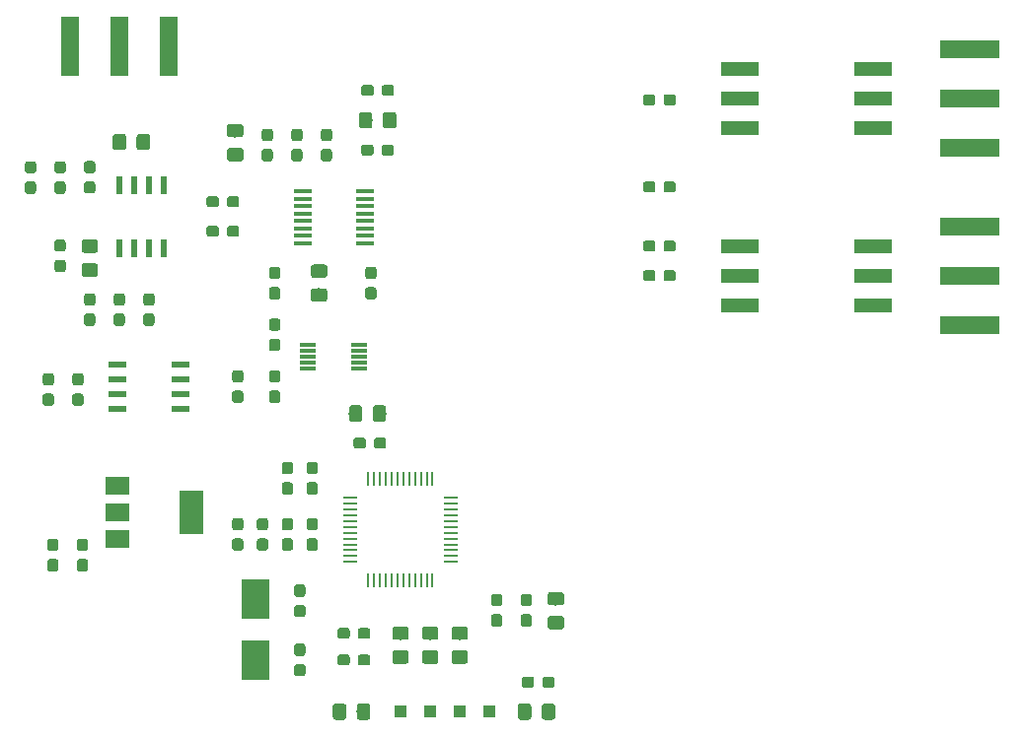
<source format=gbr>
G04 #@! TF.GenerationSoftware,KiCad,Pcbnew,(6.0.0-rc1-dev-1154-gcbd13c712)*
G04 #@! TF.CreationDate,2018-11-27T08:28:50+08:00*
G04 #@! TF.ProjectId,8330_EVA,38333330-5f45-4564-912e-6b696361645f,rev?*
G04 #@! TF.SameCoordinates,Original*
G04 #@! TF.FileFunction,Paste,Top*
G04 #@! TF.FilePolarity,Positive*
%FSLAX46Y46*%
G04 Gerber Fmt 4.6, Leading zero omitted, Abs format (unit mm)*
G04 Created by KiCad (PCBNEW (6.0.0-rc1-dev-1154-gcbd13c712)) date 2018/11/27 8:28:50*
%MOMM*%
%LPD*%
G01*
G04 APERTURE LIST*
%ADD10C,0.100000*%
%ADD11C,0.950000*%
%ADD12R,1.000000X1.000000*%
%ADD13C,1.150000*%
%ADD14R,1.500000X5.080000*%
%ADD15R,5.080000X1.500000*%
%ADD16R,3.180000X1.270000*%
%ADD17R,2.000000X3.800000*%
%ADD18R,2.000000X1.500000*%
%ADD19R,0.250000X1.300000*%
%ADD20R,1.300000X0.250000*%
%ADD21R,1.600000X0.410000*%
%ADD22R,0.600000X1.550000*%
%ADD23R,1.400000X0.300000*%
%ADD24R,1.550000X0.600000*%
%ADD25R,2.400000X3.500000*%
G04 APERTURE END LIST*
D10*
G04 #@! TO.C,C1*
G36*
X160485779Y-113826144D02*
X160508834Y-113829563D01*
X160531443Y-113835227D01*
X160553387Y-113843079D01*
X160574457Y-113853044D01*
X160594448Y-113865026D01*
X160613168Y-113878910D01*
X160630438Y-113894562D01*
X160646090Y-113911832D01*
X160659974Y-113930552D01*
X160671956Y-113950543D01*
X160681921Y-113971613D01*
X160689773Y-113993557D01*
X160695437Y-114016166D01*
X160698856Y-114039221D01*
X160700000Y-114062500D01*
X160700000Y-114537500D01*
X160698856Y-114560779D01*
X160695437Y-114583834D01*
X160689773Y-114606443D01*
X160681921Y-114628387D01*
X160671956Y-114649457D01*
X160659974Y-114669448D01*
X160646090Y-114688168D01*
X160630438Y-114705438D01*
X160613168Y-114721090D01*
X160594448Y-114734974D01*
X160574457Y-114746956D01*
X160553387Y-114756921D01*
X160531443Y-114764773D01*
X160508834Y-114770437D01*
X160485779Y-114773856D01*
X160462500Y-114775000D01*
X159887500Y-114775000D01*
X159864221Y-114773856D01*
X159841166Y-114770437D01*
X159818557Y-114764773D01*
X159796613Y-114756921D01*
X159775543Y-114746956D01*
X159755552Y-114734974D01*
X159736832Y-114721090D01*
X159719562Y-114705438D01*
X159703910Y-114688168D01*
X159690026Y-114669448D01*
X159678044Y-114649457D01*
X159668079Y-114628387D01*
X159660227Y-114606443D01*
X159654563Y-114583834D01*
X159651144Y-114560779D01*
X159650000Y-114537500D01*
X159650000Y-114062500D01*
X159651144Y-114039221D01*
X159654563Y-114016166D01*
X159660227Y-113993557D01*
X159668079Y-113971613D01*
X159678044Y-113950543D01*
X159690026Y-113930552D01*
X159703910Y-113911832D01*
X159719562Y-113894562D01*
X159736832Y-113878910D01*
X159755552Y-113865026D01*
X159775543Y-113853044D01*
X159796613Y-113843079D01*
X159818557Y-113835227D01*
X159841166Y-113829563D01*
X159864221Y-113826144D01*
X159887500Y-113825000D01*
X160462500Y-113825000D01*
X160485779Y-113826144D01*
X160485779Y-113826144D01*
G37*
D11*
X160175000Y-114300000D03*
D10*
G36*
X162235779Y-113826144D02*
X162258834Y-113829563D01*
X162281443Y-113835227D01*
X162303387Y-113843079D01*
X162324457Y-113853044D01*
X162344448Y-113865026D01*
X162363168Y-113878910D01*
X162380438Y-113894562D01*
X162396090Y-113911832D01*
X162409974Y-113930552D01*
X162421956Y-113950543D01*
X162431921Y-113971613D01*
X162439773Y-113993557D01*
X162445437Y-114016166D01*
X162448856Y-114039221D01*
X162450000Y-114062500D01*
X162450000Y-114537500D01*
X162448856Y-114560779D01*
X162445437Y-114583834D01*
X162439773Y-114606443D01*
X162431921Y-114628387D01*
X162421956Y-114649457D01*
X162409974Y-114669448D01*
X162396090Y-114688168D01*
X162380438Y-114705438D01*
X162363168Y-114721090D01*
X162344448Y-114734974D01*
X162324457Y-114746956D01*
X162303387Y-114756921D01*
X162281443Y-114764773D01*
X162258834Y-114770437D01*
X162235779Y-114773856D01*
X162212500Y-114775000D01*
X161637500Y-114775000D01*
X161614221Y-114773856D01*
X161591166Y-114770437D01*
X161568557Y-114764773D01*
X161546613Y-114756921D01*
X161525543Y-114746956D01*
X161505552Y-114734974D01*
X161486832Y-114721090D01*
X161469562Y-114705438D01*
X161453910Y-114688168D01*
X161440026Y-114669448D01*
X161428044Y-114649457D01*
X161418079Y-114628387D01*
X161410227Y-114606443D01*
X161404563Y-114583834D01*
X161401144Y-114560779D01*
X161400000Y-114537500D01*
X161400000Y-114062500D01*
X161401144Y-114039221D01*
X161404563Y-114016166D01*
X161410227Y-113993557D01*
X161418079Y-113971613D01*
X161428044Y-113950543D01*
X161440026Y-113930552D01*
X161453910Y-113911832D01*
X161469562Y-113894562D01*
X161486832Y-113878910D01*
X161505552Y-113865026D01*
X161525543Y-113853044D01*
X161546613Y-113843079D01*
X161568557Y-113835227D01*
X161591166Y-113829563D01*
X161614221Y-113826144D01*
X161637500Y-113825000D01*
X162212500Y-113825000D01*
X162235779Y-113826144D01*
X162235779Y-113826144D01*
G37*
D11*
X161925000Y-114300000D03*
G04 #@! TD*
D10*
G04 #@! TO.C,C2*
G36*
X140849779Y-107666144D02*
X140872834Y-107669563D01*
X140895443Y-107675227D01*
X140917387Y-107683079D01*
X140938457Y-107693044D01*
X140958448Y-107705026D01*
X140977168Y-107718910D01*
X140994438Y-107734562D01*
X141010090Y-107751832D01*
X141023974Y-107770552D01*
X141035956Y-107790543D01*
X141045921Y-107811613D01*
X141053773Y-107833557D01*
X141059437Y-107856166D01*
X141062856Y-107879221D01*
X141064000Y-107902500D01*
X141064000Y-108477500D01*
X141062856Y-108500779D01*
X141059437Y-108523834D01*
X141053773Y-108546443D01*
X141045921Y-108568387D01*
X141035956Y-108589457D01*
X141023974Y-108609448D01*
X141010090Y-108628168D01*
X140994438Y-108645438D01*
X140977168Y-108661090D01*
X140958448Y-108674974D01*
X140938457Y-108686956D01*
X140917387Y-108696921D01*
X140895443Y-108704773D01*
X140872834Y-108710437D01*
X140849779Y-108713856D01*
X140826500Y-108715000D01*
X140351500Y-108715000D01*
X140328221Y-108713856D01*
X140305166Y-108710437D01*
X140282557Y-108704773D01*
X140260613Y-108696921D01*
X140239543Y-108686956D01*
X140219552Y-108674974D01*
X140200832Y-108661090D01*
X140183562Y-108645438D01*
X140167910Y-108628168D01*
X140154026Y-108609448D01*
X140142044Y-108589457D01*
X140132079Y-108568387D01*
X140124227Y-108546443D01*
X140118563Y-108523834D01*
X140115144Y-108500779D01*
X140114000Y-108477500D01*
X140114000Y-107902500D01*
X140115144Y-107879221D01*
X140118563Y-107856166D01*
X140124227Y-107833557D01*
X140132079Y-107811613D01*
X140142044Y-107790543D01*
X140154026Y-107770552D01*
X140167910Y-107751832D01*
X140183562Y-107734562D01*
X140200832Y-107718910D01*
X140219552Y-107705026D01*
X140239543Y-107693044D01*
X140260613Y-107683079D01*
X140282557Y-107675227D01*
X140305166Y-107669563D01*
X140328221Y-107666144D01*
X140351500Y-107665000D01*
X140826500Y-107665000D01*
X140849779Y-107666144D01*
X140849779Y-107666144D01*
G37*
D11*
X140589000Y-108190000D03*
D10*
G36*
X140849779Y-105916144D02*
X140872834Y-105919563D01*
X140895443Y-105925227D01*
X140917387Y-105933079D01*
X140938457Y-105943044D01*
X140958448Y-105955026D01*
X140977168Y-105968910D01*
X140994438Y-105984562D01*
X141010090Y-106001832D01*
X141023974Y-106020552D01*
X141035956Y-106040543D01*
X141045921Y-106061613D01*
X141053773Y-106083557D01*
X141059437Y-106106166D01*
X141062856Y-106129221D01*
X141064000Y-106152500D01*
X141064000Y-106727500D01*
X141062856Y-106750779D01*
X141059437Y-106773834D01*
X141053773Y-106796443D01*
X141045921Y-106818387D01*
X141035956Y-106839457D01*
X141023974Y-106859448D01*
X141010090Y-106878168D01*
X140994438Y-106895438D01*
X140977168Y-106911090D01*
X140958448Y-106924974D01*
X140938457Y-106936956D01*
X140917387Y-106946921D01*
X140895443Y-106954773D01*
X140872834Y-106960437D01*
X140849779Y-106963856D01*
X140826500Y-106965000D01*
X140351500Y-106965000D01*
X140328221Y-106963856D01*
X140305166Y-106960437D01*
X140282557Y-106954773D01*
X140260613Y-106946921D01*
X140239543Y-106936956D01*
X140219552Y-106924974D01*
X140200832Y-106911090D01*
X140183562Y-106895438D01*
X140167910Y-106878168D01*
X140154026Y-106859448D01*
X140142044Y-106839457D01*
X140132079Y-106818387D01*
X140124227Y-106796443D01*
X140118563Y-106773834D01*
X140115144Y-106750779D01*
X140114000Y-106727500D01*
X140114000Y-106152500D01*
X140115144Y-106129221D01*
X140118563Y-106106166D01*
X140124227Y-106083557D01*
X140132079Y-106061613D01*
X140142044Y-106040543D01*
X140154026Y-106020552D01*
X140167910Y-106001832D01*
X140183562Y-105984562D01*
X140200832Y-105968910D01*
X140219552Y-105955026D01*
X140239543Y-105943044D01*
X140260613Y-105933079D01*
X140282557Y-105925227D01*
X140305166Y-105919563D01*
X140328221Y-105916144D01*
X140351500Y-105915000D01*
X140826500Y-105915000D01*
X140849779Y-105916144D01*
X140849779Y-105916144D01*
G37*
D11*
X140589000Y-106440000D03*
G04 #@! TD*
D10*
G04 #@! TO.C,C3*
G36*
X140849779Y-112746144D02*
X140872834Y-112749563D01*
X140895443Y-112755227D01*
X140917387Y-112763079D01*
X140938457Y-112773044D01*
X140958448Y-112785026D01*
X140977168Y-112798910D01*
X140994438Y-112814562D01*
X141010090Y-112831832D01*
X141023974Y-112850552D01*
X141035956Y-112870543D01*
X141045921Y-112891613D01*
X141053773Y-112913557D01*
X141059437Y-112936166D01*
X141062856Y-112959221D01*
X141064000Y-112982500D01*
X141064000Y-113557500D01*
X141062856Y-113580779D01*
X141059437Y-113603834D01*
X141053773Y-113626443D01*
X141045921Y-113648387D01*
X141035956Y-113669457D01*
X141023974Y-113689448D01*
X141010090Y-113708168D01*
X140994438Y-113725438D01*
X140977168Y-113741090D01*
X140958448Y-113754974D01*
X140938457Y-113766956D01*
X140917387Y-113776921D01*
X140895443Y-113784773D01*
X140872834Y-113790437D01*
X140849779Y-113793856D01*
X140826500Y-113795000D01*
X140351500Y-113795000D01*
X140328221Y-113793856D01*
X140305166Y-113790437D01*
X140282557Y-113784773D01*
X140260613Y-113776921D01*
X140239543Y-113766956D01*
X140219552Y-113754974D01*
X140200832Y-113741090D01*
X140183562Y-113725438D01*
X140167910Y-113708168D01*
X140154026Y-113689448D01*
X140142044Y-113669457D01*
X140132079Y-113648387D01*
X140124227Y-113626443D01*
X140118563Y-113603834D01*
X140115144Y-113580779D01*
X140114000Y-113557500D01*
X140114000Y-112982500D01*
X140115144Y-112959221D01*
X140118563Y-112936166D01*
X140124227Y-112913557D01*
X140132079Y-112891613D01*
X140142044Y-112870543D01*
X140154026Y-112850552D01*
X140167910Y-112831832D01*
X140183562Y-112814562D01*
X140200832Y-112798910D01*
X140219552Y-112785026D01*
X140239543Y-112773044D01*
X140260613Y-112763079D01*
X140282557Y-112755227D01*
X140305166Y-112749563D01*
X140328221Y-112746144D01*
X140351500Y-112745000D01*
X140826500Y-112745000D01*
X140849779Y-112746144D01*
X140849779Y-112746144D01*
G37*
D11*
X140589000Y-113270000D03*
D10*
G36*
X140849779Y-110996144D02*
X140872834Y-110999563D01*
X140895443Y-111005227D01*
X140917387Y-111013079D01*
X140938457Y-111023044D01*
X140958448Y-111035026D01*
X140977168Y-111048910D01*
X140994438Y-111064562D01*
X141010090Y-111081832D01*
X141023974Y-111100552D01*
X141035956Y-111120543D01*
X141045921Y-111141613D01*
X141053773Y-111163557D01*
X141059437Y-111186166D01*
X141062856Y-111209221D01*
X141064000Y-111232500D01*
X141064000Y-111807500D01*
X141062856Y-111830779D01*
X141059437Y-111853834D01*
X141053773Y-111876443D01*
X141045921Y-111898387D01*
X141035956Y-111919457D01*
X141023974Y-111939448D01*
X141010090Y-111958168D01*
X140994438Y-111975438D01*
X140977168Y-111991090D01*
X140958448Y-112004974D01*
X140938457Y-112016956D01*
X140917387Y-112026921D01*
X140895443Y-112034773D01*
X140872834Y-112040437D01*
X140849779Y-112043856D01*
X140826500Y-112045000D01*
X140351500Y-112045000D01*
X140328221Y-112043856D01*
X140305166Y-112040437D01*
X140282557Y-112034773D01*
X140260613Y-112026921D01*
X140239543Y-112016956D01*
X140219552Y-112004974D01*
X140200832Y-111991090D01*
X140183562Y-111975438D01*
X140167910Y-111958168D01*
X140154026Y-111939448D01*
X140142044Y-111919457D01*
X140132079Y-111898387D01*
X140124227Y-111876443D01*
X140118563Y-111853834D01*
X140115144Y-111830779D01*
X140114000Y-111807500D01*
X140114000Y-111232500D01*
X140115144Y-111209221D01*
X140118563Y-111186166D01*
X140124227Y-111163557D01*
X140132079Y-111141613D01*
X140142044Y-111120543D01*
X140154026Y-111100552D01*
X140167910Y-111081832D01*
X140183562Y-111064562D01*
X140200832Y-111048910D01*
X140219552Y-111035026D01*
X140239543Y-111023044D01*
X140260613Y-111013079D01*
X140282557Y-111005227D01*
X140305166Y-110999563D01*
X140328221Y-110996144D01*
X140351500Y-110995000D01*
X140826500Y-110995000D01*
X140849779Y-110996144D01*
X140849779Y-110996144D01*
G37*
D11*
X140589000Y-111520000D03*
G04 #@! TD*
D10*
G04 #@! TO.C,C4*
G36*
X139777425Y-101951144D02*
X139800480Y-101954563D01*
X139823089Y-101960227D01*
X139845033Y-101968079D01*
X139866103Y-101978044D01*
X139886094Y-101990026D01*
X139904814Y-102003910D01*
X139922084Y-102019562D01*
X139937736Y-102036832D01*
X139951620Y-102055552D01*
X139963602Y-102075543D01*
X139973567Y-102096613D01*
X139981419Y-102118557D01*
X139987083Y-102141166D01*
X139990502Y-102164221D01*
X139991646Y-102187500D01*
X139991646Y-102762500D01*
X139990502Y-102785779D01*
X139987083Y-102808834D01*
X139981419Y-102831443D01*
X139973567Y-102853387D01*
X139963602Y-102874457D01*
X139951620Y-102894448D01*
X139937736Y-102913168D01*
X139922084Y-102930438D01*
X139904814Y-102946090D01*
X139886094Y-102959974D01*
X139866103Y-102971956D01*
X139845033Y-102981921D01*
X139823089Y-102989773D01*
X139800480Y-102995437D01*
X139777425Y-102998856D01*
X139754146Y-103000000D01*
X139279146Y-103000000D01*
X139255867Y-102998856D01*
X139232812Y-102995437D01*
X139210203Y-102989773D01*
X139188259Y-102981921D01*
X139167189Y-102971956D01*
X139147198Y-102959974D01*
X139128478Y-102946090D01*
X139111208Y-102930438D01*
X139095556Y-102913168D01*
X139081672Y-102894448D01*
X139069690Y-102874457D01*
X139059725Y-102853387D01*
X139051873Y-102831443D01*
X139046209Y-102808834D01*
X139042790Y-102785779D01*
X139041646Y-102762500D01*
X139041646Y-102187500D01*
X139042790Y-102164221D01*
X139046209Y-102141166D01*
X139051873Y-102118557D01*
X139059725Y-102096613D01*
X139069690Y-102075543D01*
X139081672Y-102055552D01*
X139095556Y-102036832D01*
X139111208Y-102019562D01*
X139128478Y-102003910D01*
X139147198Y-101990026D01*
X139167189Y-101978044D01*
X139188259Y-101968079D01*
X139210203Y-101960227D01*
X139232812Y-101954563D01*
X139255867Y-101951144D01*
X139279146Y-101950000D01*
X139754146Y-101950000D01*
X139777425Y-101951144D01*
X139777425Y-101951144D01*
G37*
D11*
X139516646Y-102475000D03*
D10*
G36*
X139777425Y-100201144D02*
X139800480Y-100204563D01*
X139823089Y-100210227D01*
X139845033Y-100218079D01*
X139866103Y-100228044D01*
X139886094Y-100240026D01*
X139904814Y-100253910D01*
X139922084Y-100269562D01*
X139937736Y-100286832D01*
X139951620Y-100305552D01*
X139963602Y-100325543D01*
X139973567Y-100346613D01*
X139981419Y-100368557D01*
X139987083Y-100391166D01*
X139990502Y-100414221D01*
X139991646Y-100437500D01*
X139991646Y-101012500D01*
X139990502Y-101035779D01*
X139987083Y-101058834D01*
X139981419Y-101081443D01*
X139973567Y-101103387D01*
X139963602Y-101124457D01*
X139951620Y-101144448D01*
X139937736Y-101163168D01*
X139922084Y-101180438D01*
X139904814Y-101196090D01*
X139886094Y-101209974D01*
X139866103Y-101221956D01*
X139845033Y-101231921D01*
X139823089Y-101239773D01*
X139800480Y-101245437D01*
X139777425Y-101248856D01*
X139754146Y-101250000D01*
X139279146Y-101250000D01*
X139255867Y-101248856D01*
X139232812Y-101245437D01*
X139210203Y-101239773D01*
X139188259Y-101231921D01*
X139167189Y-101221956D01*
X139147198Y-101209974D01*
X139128478Y-101196090D01*
X139111208Y-101180438D01*
X139095556Y-101163168D01*
X139081672Y-101144448D01*
X139069690Y-101124457D01*
X139059725Y-101103387D01*
X139051873Y-101081443D01*
X139046209Y-101058834D01*
X139042790Y-101035779D01*
X139041646Y-101012500D01*
X139041646Y-100437500D01*
X139042790Y-100414221D01*
X139046209Y-100391166D01*
X139051873Y-100368557D01*
X139059725Y-100346613D01*
X139069690Y-100325543D01*
X139081672Y-100305552D01*
X139095556Y-100286832D01*
X139111208Y-100269562D01*
X139128478Y-100253910D01*
X139147198Y-100240026D01*
X139167189Y-100228044D01*
X139188259Y-100218079D01*
X139210203Y-100210227D01*
X139232812Y-100204563D01*
X139255867Y-100201144D01*
X139279146Y-100200000D01*
X139754146Y-100200000D01*
X139777425Y-100201144D01*
X139777425Y-100201144D01*
G37*
D11*
X139516646Y-100725000D03*
G04 #@! TD*
D10*
G04 #@! TO.C,C5*
G36*
X144660554Y-111921144D02*
X144683609Y-111924563D01*
X144706218Y-111930227D01*
X144728162Y-111938079D01*
X144749232Y-111948044D01*
X144769223Y-111960026D01*
X144787943Y-111973910D01*
X144805213Y-111989562D01*
X144820865Y-112006832D01*
X144834749Y-112025552D01*
X144846731Y-112045543D01*
X144856696Y-112066613D01*
X144864548Y-112088557D01*
X144870212Y-112111166D01*
X144873631Y-112134221D01*
X144874775Y-112157500D01*
X144874775Y-112632500D01*
X144873631Y-112655779D01*
X144870212Y-112678834D01*
X144864548Y-112701443D01*
X144856696Y-112723387D01*
X144846731Y-112744457D01*
X144834749Y-112764448D01*
X144820865Y-112783168D01*
X144805213Y-112800438D01*
X144787943Y-112816090D01*
X144769223Y-112829974D01*
X144749232Y-112841956D01*
X144728162Y-112851921D01*
X144706218Y-112859773D01*
X144683609Y-112865437D01*
X144660554Y-112868856D01*
X144637275Y-112870000D01*
X144062275Y-112870000D01*
X144038996Y-112868856D01*
X144015941Y-112865437D01*
X143993332Y-112859773D01*
X143971388Y-112851921D01*
X143950318Y-112841956D01*
X143930327Y-112829974D01*
X143911607Y-112816090D01*
X143894337Y-112800438D01*
X143878685Y-112783168D01*
X143864801Y-112764448D01*
X143852819Y-112744457D01*
X143842854Y-112723387D01*
X143835002Y-112701443D01*
X143829338Y-112678834D01*
X143825919Y-112655779D01*
X143824775Y-112632500D01*
X143824775Y-112157500D01*
X143825919Y-112134221D01*
X143829338Y-112111166D01*
X143835002Y-112088557D01*
X143842854Y-112066613D01*
X143852819Y-112045543D01*
X143864801Y-112025552D01*
X143878685Y-112006832D01*
X143894337Y-111989562D01*
X143911607Y-111973910D01*
X143930327Y-111960026D01*
X143950318Y-111948044D01*
X143971388Y-111938079D01*
X143993332Y-111930227D01*
X144015941Y-111924563D01*
X144038996Y-111921144D01*
X144062275Y-111920000D01*
X144637275Y-111920000D01*
X144660554Y-111921144D01*
X144660554Y-111921144D01*
G37*
D11*
X144349775Y-112395000D03*
D10*
G36*
X146410554Y-111921144D02*
X146433609Y-111924563D01*
X146456218Y-111930227D01*
X146478162Y-111938079D01*
X146499232Y-111948044D01*
X146519223Y-111960026D01*
X146537943Y-111973910D01*
X146555213Y-111989562D01*
X146570865Y-112006832D01*
X146584749Y-112025552D01*
X146596731Y-112045543D01*
X146606696Y-112066613D01*
X146614548Y-112088557D01*
X146620212Y-112111166D01*
X146623631Y-112134221D01*
X146624775Y-112157500D01*
X146624775Y-112632500D01*
X146623631Y-112655779D01*
X146620212Y-112678834D01*
X146614548Y-112701443D01*
X146606696Y-112723387D01*
X146596731Y-112744457D01*
X146584749Y-112764448D01*
X146570865Y-112783168D01*
X146555213Y-112800438D01*
X146537943Y-112816090D01*
X146519223Y-112829974D01*
X146499232Y-112841956D01*
X146478162Y-112851921D01*
X146456218Y-112859773D01*
X146433609Y-112865437D01*
X146410554Y-112868856D01*
X146387275Y-112870000D01*
X145812275Y-112870000D01*
X145788996Y-112868856D01*
X145765941Y-112865437D01*
X145743332Y-112859773D01*
X145721388Y-112851921D01*
X145700318Y-112841956D01*
X145680327Y-112829974D01*
X145661607Y-112816090D01*
X145644337Y-112800438D01*
X145628685Y-112783168D01*
X145614801Y-112764448D01*
X145602819Y-112744457D01*
X145592854Y-112723387D01*
X145585002Y-112701443D01*
X145579338Y-112678834D01*
X145575919Y-112655779D01*
X145574775Y-112632500D01*
X145574775Y-112157500D01*
X145575919Y-112134221D01*
X145579338Y-112111166D01*
X145585002Y-112088557D01*
X145592854Y-112066613D01*
X145602819Y-112045543D01*
X145614801Y-112025552D01*
X145628685Y-112006832D01*
X145644337Y-111989562D01*
X145661607Y-111973910D01*
X145680327Y-111960026D01*
X145700318Y-111948044D01*
X145721388Y-111938079D01*
X145743332Y-111930227D01*
X145765941Y-111924563D01*
X145788996Y-111921144D01*
X145812275Y-111920000D01*
X146387275Y-111920000D01*
X146410554Y-111921144D01*
X146410554Y-111921144D01*
G37*
D11*
X146099775Y-112395000D03*
G04 #@! TD*
D10*
G04 #@! TO.C,C6*
G36*
X157740779Y-108465192D02*
X157763834Y-108468611D01*
X157786443Y-108474275D01*
X157808387Y-108482127D01*
X157829457Y-108492092D01*
X157849448Y-108504074D01*
X157868168Y-108517958D01*
X157885438Y-108533610D01*
X157901090Y-108550880D01*
X157914974Y-108569600D01*
X157926956Y-108589591D01*
X157936921Y-108610661D01*
X157944773Y-108632605D01*
X157950437Y-108655214D01*
X157953856Y-108678269D01*
X157955000Y-108701548D01*
X157955000Y-109276548D01*
X157953856Y-109299827D01*
X157950437Y-109322882D01*
X157944773Y-109345491D01*
X157936921Y-109367435D01*
X157926956Y-109388505D01*
X157914974Y-109408496D01*
X157901090Y-109427216D01*
X157885438Y-109444486D01*
X157868168Y-109460138D01*
X157849448Y-109474022D01*
X157829457Y-109486004D01*
X157808387Y-109495969D01*
X157786443Y-109503821D01*
X157763834Y-109509485D01*
X157740779Y-109512904D01*
X157717500Y-109514048D01*
X157242500Y-109514048D01*
X157219221Y-109512904D01*
X157196166Y-109509485D01*
X157173557Y-109503821D01*
X157151613Y-109495969D01*
X157130543Y-109486004D01*
X157110552Y-109474022D01*
X157091832Y-109460138D01*
X157074562Y-109444486D01*
X157058910Y-109427216D01*
X157045026Y-109408496D01*
X157033044Y-109388505D01*
X157023079Y-109367435D01*
X157015227Y-109345491D01*
X157009563Y-109322882D01*
X157006144Y-109299827D01*
X157005000Y-109276548D01*
X157005000Y-108701548D01*
X157006144Y-108678269D01*
X157009563Y-108655214D01*
X157015227Y-108632605D01*
X157023079Y-108610661D01*
X157033044Y-108589591D01*
X157045026Y-108569600D01*
X157058910Y-108550880D01*
X157074562Y-108533610D01*
X157091832Y-108517958D01*
X157110552Y-108504074D01*
X157130543Y-108492092D01*
X157151613Y-108482127D01*
X157173557Y-108474275D01*
X157196166Y-108468611D01*
X157219221Y-108465192D01*
X157242500Y-108464048D01*
X157717500Y-108464048D01*
X157740779Y-108465192D01*
X157740779Y-108465192D01*
G37*
D11*
X157480000Y-108989048D03*
D10*
G36*
X157740779Y-106715192D02*
X157763834Y-106718611D01*
X157786443Y-106724275D01*
X157808387Y-106732127D01*
X157829457Y-106742092D01*
X157849448Y-106754074D01*
X157868168Y-106767958D01*
X157885438Y-106783610D01*
X157901090Y-106800880D01*
X157914974Y-106819600D01*
X157926956Y-106839591D01*
X157936921Y-106860661D01*
X157944773Y-106882605D01*
X157950437Y-106905214D01*
X157953856Y-106928269D01*
X157955000Y-106951548D01*
X157955000Y-107526548D01*
X157953856Y-107549827D01*
X157950437Y-107572882D01*
X157944773Y-107595491D01*
X157936921Y-107617435D01*
X157926956Y-107638505D01*
X157914974Y-107658496D01*
X157901090Y-107677216D01*
X157885438Y-107694486D01*
X157868168Y-107710138D01*
X157849448Y-107724022D01*
X157829457Y-107736004D01*
X157808387Y-107745969D01*
X157786443Y-107753821D01*
X157763834Y-107759485D01*
X157740779Y-107762904D01*
X157717500Y-107764048D01*
X157242500Y-107764048D01*
X157219221Y-107762904D01*
X157196166Y-107759485D01*
X157173557Y-107753821D01*
X157151613Y-107745969D01*
X157130543Y-107736004D01*
X157110552Y-107724022D01*
X157091832Y-107710138D01*
X157074562Y-107694486D01*
X157058910Y-107677216D01*
X157045026Y-107658496D01*
X157033044Y-107638505D01*
X157023079Y-107617435D01*
X157015227Y-107595491D01*
X157009563Y-107572882D01*
X157006144Y-107549827D01*
X157005000Y-107526548D01*
X157005000Y-106951548D01*
X157006144Y-106928269D01*
X157009563Y-106905214D01*
X157015227Y-106882605D01*
X157023079Y-106860661D01*
X157033044Y-106839591D01*
X157045026Y-106819600D01*
X157058910Y-106800880D01*
X157074562Y-106783610D01*
X157091832Y-106767958D01*
X157110552Y-106754074D01*
X157130543Y-106742092D01*
X157151613Y-106732127D01*
X157173557Y-106724275D01*
X157196166Y-106718611D01*
X157219221Y-106715192D01*
X157242500Y-106714048D01*
X157717500Y-106714048D01*
X157740779Y-106715192D01*
X157740779Y-106715192D01*
G37*
D11*
X157480000Y-107239048D03*
G04 #@! TD*
D10*
G04 #@! TO.C,C7*
G36*
X137646602Y-100201144D02*
X137669657Y-100204563D01*
X137692266Y-100210227D01*
X137714210Y-100218079D01*
X137735280Y-100228044D01*
X137755271Y-100240026D01*
X137773991Y-100253910D01*
X137791261Y-100269562D01*
X137806913Y-100286832D01*
X137820797Y-100305552D01*
X137832779Y-100325543D01*
X137842744Y-100346613D01*
X137850596Y-100368557D01*
X137856260Y-100391166D01*
X137859679Y-100414221D01*
X137860823Y-100437500D01*
X137860823Y-101012500D01*
X137859679Y-101035779D01*
X137856260Y-101058834D01*
X137850596Y-101081443D01*
X137842744Y-101103387D01*
X137832779Y-101124457D01*
X137820797Y-101144448D01*
X137806913Y-101163168D01*
X137791261Y-101180438D01*
X137773991Y-101196090D01*
X137755271Y-101209974D01*
X137735280Y-101221956D01*
X137714210Y-101231921D01*
X137692266Y-101239773D01*
X137669657Y-101245437D01*
X137646602Y-101248856D01*
X137623323Y-101250000D01*
X137148323Y-101250000D01*
X137125044Y-101248856D01*
X137101989Y-101245437D01*
X137079380Y-101239773D01*
X137057436Y-101231921D01*
X137036366Y-101221956D01*
X137016375Y-101209974D01*
X136997655Y-101196090D01*
X136980385Y-101180438D01*
X136964733Y-101163168D01*
X136950849Y-101144448D01*
X136938867Y-101124457D01*
X136928902Y-101103387D01*
X136921050Y-101081443D01*
X136915386Y-101058834D01*
X136911967Y-101035779D01*
X136910823Y-101012500D01*
X136910823Y-100437500D01*
X136911967Y-100414221D01*
X136915386Y-100391166D01*
X136921050Y-100368557D01*
X136928902Y-100346613D01*
X136938867Y-100325543D01*
X136950849Y-100305552D01*
X136964733Y-100286832D01*
X136980385Y-100269562D01*
X136997655Y-100253910D01*
X137016375Y-100240026D01*
X137036366Y-100228044D01*
X137057436Y-100218079D01*
X137079380Y-100210227D01*
X137101989Y-100204563D01*
X137125044Y-100201144D01*
X137148323Y-100200000D01*
X137623323Y-100200000D01*
X137646602Y-100201144D01*
X137646602Y-100201144D01*
G37*
D11*
X137385823Y-100725000D03*
D10*
G36*
X137646602Y-101951144D02*
X137669657Y-101954563D01*
X137692266Y-101960227D01*
X137714210Y-101968079D01*
X137735280Y-101978044D01*
X137755271Y-101990026D01*
X137773991Y-102003910D01*
X137791261Y-102019562D01*
X137806913Y-102036832D01*
X137820797Y-102055552D01*
X137832779Y-102075543D01*
X137842744Y-102096613D01*
X137850596Y-102118557D01*
X137856260Y-102141166D01*
X137859679Y-102164221D01*
X137860823Y-102187500D01*
X137860823Y-102762500D01*
X137859679Y-102785779D01*
X137856260Y-102808834D01*
X137850596Y-102831443D01*
X137842744Y-102853387D01*
X137832779Y-102874457D01*
X137820797Y-102894448D01*
X137806913Y-102913168D01*
X137791261Y-102930438D01*
X137773991Y-102946090D01*
X137755271Y-102959974D01*
X137735280Y-102971956D01*
X137714210Y-102981921D01*
X137692266Y-102989773D01*
X137669657Y-102995437D01*
X137646602Y-102998856D01*
X137623323Y-103000000D01*
X137148323Y-103000000D01*
X137125044Y-102998856D01*
X137101989Y-102995437D01*
X137079380Y-102989773D01*
X137057436Y-102981921D01*
X137036366Y-102971956D01*
X137016375Y-102959974D01*
X136997655Y-102946090D01*
X136980385Y-102930438D01*
X136964733Y-102913168D01*
X136950849Y-102894448D01*
X136938867Y-102874457D01*
X136928902Y-102853387D01*
X136921050Y-102831443D01*
X136915386Y-102808834D01*
X136911967Y-102785779D01*
X136910823Y-102762500D01*
X136910823Y-102187500D01*
X136911967Y-102164221D01*
X136915386Y-102141166D01*
X136921050Y-102118557D01*
X136928902Y-102096613D01*
X136938867Y-102075543D01*
X136950849Y-102055552D01*
X136964733Y-102036832D01*
X136980385Y-102019562D01*
X136997655Y-102003910D01*
X137016375Y-101990026D01*
X137036366Y-101978044D01*
X137057436Y-101968079D01*
X137079380Y-101960227D01*
X137101989Y-101954563D01*
X137125044Y-101951144D01*
X137148323Y-101950000D01*
X137623323Y-101950000D01*
X137646602Y-101951144D01*
X137646602Y-101951144D01*
G37*
D11*
X137385823Y-102475000D03*
G04 #@! TD*
D10*
G04 #@! TO.C,C8*
G36*
X139777425Y-97128687D02*
X139800480Y-97132106D01*
X139823089Y-97137770D01*
X139845033Y-97145622D01*
X139866103Y-97155587D01*
X139886094Y-97167569D01*
X139904814Y-97181453D01*
X139922084Y-97197105D01*
X139937736Y-97214375D01*
X139951620Y-97233095D01*
X139963602Y-97253086D01*
X139973567Y-97274156D01*
X139981419Y-97296100D01*
X139987083Y-97318709D01*
X139990502Y-97341764D01*
X139991646Y-97365043D01*
X139991646Y-97940043D01*
X139990502Y-97963322D01*
X139987083Y-97986377D01*
X139981419Y-98008986D01*
X139973567Y-98030930D01*
X139963602Y-98052000D01*
X139951620Y-98071991D01*
X139937736Y-98090711D01*
X139922084Y-98107981D01*
X139904814Y-98123633D01*
X139886094Y-98137517D01*
X139866103Y-98149499D01*
X139845033Y-98159464D01*
X139823089Y-98167316D01*
X139800480Y-98172980D01*
X139777425Y-98176399D01*
X139754146Y-98177543D01*
X139279146Y-98177543D01*
X139255867Y-98176399D01*
X139232812Y-98172980D01*
X139210203Y-98167316D01*
X139188259Y-98159464D01*
X139167189Y-98149499D01*
X139147198Y-98137517D01*
X139128478Y-98123633D01*
X139111208Y-98107981D01*
X139095556Y-98090711D01*
X139081672Y-98071991D01*
X139069690Y-98052000D01*
X139059725Y-98030930D01*
X139051873Y-98008986D01*
X139046209Y-97986377D01*
X139042790Y-97963322D01*
X139041646Y-97940043D01*
X139041646Y-97365043D01*
X139042790Y-97341764D01*
X139046209Y-97318709D01*
X139051873Y-97296100D01*
X139059725Y-97274156D01*
X139069690Y-97253086D01*
X139081672Y-97233095D01*
X139095556Y-97214375D01*
X139111208Y-97197105D01*
X139128478Y-97181453D01*
X139147198Y-97167569D01*
X139167189Y-97155587D01*
X139188259Y-97145622D01*
X139210203Y-97137770D01*
X139232812Y-97132106D01*
X139255867Y-97128687D01*
X139279146Y-97127543D01*
X139754146Y-97127543D01*
X139777425Y-97128687D01*
X139777425Y-97128687D01*
G37*
D11*
X139516646Y-97652543D03*
D10*
G36*
X139777425Y-95378687D02*
X139800480Y-95382106D01*
X139823089Y-95387770D01*
X139845033Y-95395622D01*
X139866103Y-95405587D01*
X139886094Y-95417569D01*
X139904814Y-95431453D01*
X139922084Y-95447105D01*
X139937736Y-95464375D01*
X139951620Y-95483095D01*
X139963602Y-95503086D01*
X139973567Y-95524156D01*
X139981419Y-95546100D01*
X139987083Y-95568709D01*
X139990502Y-95591764D01*
X139991646Y-95615043D01*
X139991646Y-96190043D01*
X139990502Y-96213322D01*
X139987083Y-96236377D01*
X139981419Y-96258986D01*
X139973567Y-96280930D01*
X139963602Y-96302000D01*
X139951620Y-96321991D01*
X139937736Y-96340711D01*
X139922084Y-96357981D01*
X139904814Y-96373633D01*
X139886094Y-96387517D01*
X139866103Y-96399499D01*
X139845033Y-96409464D01*
X139823089Y-96417316D01*
X139800480Y-96422980D01*
X139777425Y-96426399D01*
X139754146Y-96427543D01*
X139279146Y-96427543D01*
X139255867Y-96426399D01*
X139232812Y-96422980D01*
X139210203Y-96417316D01*
X139188259Y-96409464D01*
X139167189Y-96399499D01*
X139147198Y-96387517D01*
X139128478Y-96373633D01*
X139111208Y-96357981D01*
X139095556Y-96340711D01*
X139081672Y-96321991D01*
X139069690Y-96302000D01*
X139059725Y-96280930D01*
X139051873Y-96258986D01*
X139046209Y-96236377D01*
X139042790Y-96213322D01*
X139041646Y-96190043D01*
X139041646Y-95615043D01*
X139042790Y-95591764D01*
X139046209Y-95568709D01*
X139051873Y-95546100D01*
X139059725Y-95524156D01*
X139069690Y-95503086D01*
X139081672Y-95483095D01*
X139095556Y-95464375D01*
X139111208Y-95447105D01*
X139128478Y-95431453D01*
X139147198Y-95417569D01*
X139167189Y-95405587D01*
X139188259Y-95395622D01*
X139210203Y-95387770D01*
X139232812Y-95382106D01*
X139255867Y-95378687D01*
X139279146Y-95377543D01*
X139754146Y-95377543D01*
X139777425Y-95378687D01*
X139777425Y-95378687D01*
G37*
D11*
X139516646Y-95902543D03*
G04 #@! TD*
D10*
G04 #@! TO.C,C9*
G36*
X146410554Y-109638687D02*
X146433609Y-109642106D01*
X146456218Y-109647770D01*
X146478162Y-109655622D01*
X146499232Y-109665587D01*
X146519223Y-109677569D01*
X146537943Y-109691453D01*
X146555213Y-109707105D01*
X146570865Y-109724375D01*
X146584749Y-109743095D01*
X146596731Y-109763086D01*
X146606696Y-109784156D01*
X146614548Y-109806100D01*
X146620212Y-109828709D01*
X146623631Y-109851764D01*
X146624775Y-109875043D01*
X146624775Y-110350043D01*
X146623631Y-110373322D01*
X146620212Y-110396377D01*
X146614548Y-110418986D01*
X146606696Y-110440930D01*
X146596731Y-110462000D01*
X146584749Y-110481991D01*
X146570865Y-110500711D01*
X146555213Y-110517981D01*
X146537943Y-110533633D01*
X146519223Y-110547517D01*
X146499232Y-110559499D01*
X146478162Y-110569464D01*
X146456218Y-110577316D01*
X146433609Y-110582980D01*
X146410554Y-110586399D01*
X146387275Y-110587543D01*
X145812275Y-110587543D01*
X145788996Y-110586399D01*
X145765941Y-110582980D01*
X145743332Y-110577316D01*
X145721388Y-110569464D01*
X145700318Y-110559499D01*
X145680327Y-110547517D01*
X145661607Y-110533633D01*
X145644337Y-110517981D01*
X145628685Y-110500711D01*
X145614801Y-110481991D01*
X145602819Y-110462000D01*
X145592854Y-110440930D01*
X145585002Y-110418986D01*
X145579338Y-110396377D01*
X145575919Y-110373322D01*
X145574775Y-110350043D01*
X145574775Y-109875043D01*
X145575919Y-109851764D01*
X145579338Y-109828709D01*
X145585002Y-109806100D01*
X145592854Y-109784156D01*
X145602819Y-109763086D01*
X145614801Y-109743095D01*
X145628685Y-109724375D01*
X145644337Y-109707105D01*
X145661607Y-109691453D01*
X145680327Y-109677569D01*
X145700318Y-109665587D01*
X145721388Y-109655622D01*
X145743332Y-109647770D01*
X145765941Y-109642106D01*
X145788996Y-109638687D01*
X145812275Y-109637543D01*
X146387275Y-109637543D01*
X146410554Y-109638687D01*
X146410554Y-109638687D01*
G37*
D11*
X146099775Y-110112543D03*
D10*
G36*
X144660554Y-109638687D02*
X144683609Y-109642106D01*
X144706218Y-109647770D01*
X144728162Y-109655622D01*
X144749232Y-109665587D01*
X144769223Y-109677569D01*
X144787943Y-109691453D01*
X144805213Y-109707105D01*
X144820865Y-109724375D01*
X144834749Y-109743095D01*
X144846731Y-109763086D01*
X144856696Y-109784156D01*
X144864548Y-109806100D01*
X144870212Y-109828709D01*
X144873631Y-109851764D01*
X144874775Y-109875043D01*
X144874775Y-110350043D01*
X144873631Y-110373322D01*
X144870212Y-110396377D01*
X144864548Y-110418986D01*
X144856696Y-110440930D01*
X144846731Y-110462000D01*
X144834749Y-110481991D01*
X144820865Y-110500711D01*
X144805213Y-110517981D01*
X144787943Y-110533633D01*
X144769223Y-110547517D01*
X144749232Y-110559499D01*
X144728162Y-110569464D01*
X144706218Y-110577316D01*
X144683609Y-110582980D01*
X144660554Y-110586399D01*
X144637275Y-110587543D01*
X144062275Y-110587543D01*
X144038996Y-110586399D01*
X144015941Y-110582980D01*
X143993332Y-110577316D01*
X143971388Y-110569464D01*
X143950318Y-110559499D01*
X143930327Y-110547517D01*
X143911607Y-110533633D01*
X143894337Y-110517981D01*
X143878685Y-110500711D01*
X143864801Y-110481991D01*
X143852819Y-110462000D01*
X143842854Y-110440930D01*
X143835002Y-110418986D01*
X143829338Y-110396377D01*
X143825919Y-110373322D01*
X143824775Y-110350043D01*
X143824775Y-109875043D01*
X143825919Y-109851764D01*
X143829338Y-109828709D01*
X143835002Y-109806100D01*
X143842854Y-109784156D01*
X143852819Y-109763086D01*
X143864801Y-109743095D01*
X143878685Y-109724375D01*
X143894337Y-109707105D01*
X143911607Y-109691453D01*
X143930327Y-109677569D01*
X143950318Y-109665587D01*
X143971388Y-109655622D01*
X143993332Y-109647770D01*
X144015941Y-109642106D01*
X144038996Y-109638687D01*
X144062275Y-109637543D01*
X144637275Y-109637543D01*
X144660554Y-109638687D01*
X144660554Y-109638687D01*
G37*
D11*
X144349775Y-110112543D03*
G04 #@! TD*
D10*
G04 #@! TO.C,C10*
G36*
X160280779Y-106715192D02*
X160303834Y-106718611D01*
X160326443Y-106724275D01*
X160348387Y-106732127D01*
X160369457Y-106742092D01*
X160389448Y-106754074D01*
X160408168Y-106767958D01*
X160425438Y-106783610D01*
X160441090Y-106800880D01*
X160454974Y-106819600D01*
X160466956Y-106839591D01*
X160476921Y-106860661D01*
X160484773Y-106882605D01*
X160490437Y-106905214D01*
X160493856Y-106928269D01*
X160495000Y-106951548D01*
X160495000Y-107526548D01*
X160493856Y-107549827D01*
X160490437Y-107572882D01*
X160484773Y-107595491D01*
X160476921Y-107617435D01*
X160466956Y-107638505D01*
X160454974Y-107658496D01*
X160441090Y-107677216D01*
X160425438Y-107694486D01*
X160408168Y-107710138D01*
X160389448Y-107724022D01*
X160369457Y-107736004D01*
X160348387Y-107745969D01*
X160326443Y-107753821D01*
X160303834Y-107759485D01*
X160280779Y-107762904D01*
X160257500Y-107764048D01*
X159782500Y-107764048D01*
X159759221Y-107762904D01*
X159736166Y-107759485D01*
X159713557Y-107753821D01*
X159691613Y-107745969D01*
X159670543Y-107736004D01*
X159650552Y-107724022D01*
X159631832Y-107710138D01*
X159614562Y-107694486D01*
X159598910Y-107677216D01*
X159585026Y-107658496D01*
X159573044Y-107638505D01*
X159563079Y-107617435D01*
X159555227Y-107595491D01*
X159549563Y-107572882D01*
X159546144Y-107549827D01*
X159545000Y-107526548D01*
X159545000Y-106951548D01*
X159546144Y-106928269D01*
X159549563Y-106905214D01*
X159555227Y-106882605D01*
X159563079Y-106860661D01*
X159573044Y-106839591D01*
X159585026Y-106819600D01*
X159598910Y-106800880D01*
X159614562Y-106783610D01*
X159631832Y-106767958D01*
X159650552Y-106754074D01*
X159670543Y-106742092D01*
X159691613Y-106732127D01*
X159713557Y-106724275D01*
X159736166Y-106718611D01*
X159759221Y-106715192D01*
X159782500Y-106714048D01*
X160257500Y-106714048D01*
X160280779Y-106715192D01*
X160280779Y-106715192D01*
G37*
D11*
X160020000Y-107239048D03*
D10*
G36*
X160280779Y-108465192D02*
X160303834Y-108468611D01*
X160326443Y-108474275D01*
X160348387Y-108482127D01*
X160369457Y-108492092D01*
X160389448Y-108504074D01*
X160408168Y-108517958D01*
X160425438Y-108533610D01*
X160441090Y-108550880D01*
X160454974Y-108569600D01*
X160466956Y-108589591D01*
X160476921Y-108610661D01*
X160484773Y-108632605D01*
X160490437Y-108655214D01*
X160493856Y-108678269D01*
X160495000Y-108701548D01*
X160495000Y-109276548D01*
X160493856Y-109299827D01*
X160490437Y-109322882D01*
X160484773Y-109345491D01*
X160476921Y-109367435D01*
X160466956Y-109388505D01*
X160454974Y-109408496D01*
X160441090Y-109427216D01*
X160425438Y-109444486D01*
X160408168Y-109460138D01*
X160389448Y-109474022D01*
X160369457Y-109486004D01*
X160348387Y-109495969D01*
X160326443Y-109503821D01*
X160303834Y-109509485D01*
X160280779Y-109512904D01*
X160257500Y-109514048D01*
X159782500Y-109514048D01*
X159759221Y-109512904D01*
X159736166Y-109509485D01*
X159713557Y-109503821D01*
X159691613Y-109495969D01*
X159670543Y-109486004D01*
X159650552Y-109474022D01*
X159631832Y-109460138D01*
X159614562Y-109444486D01*
X159598910Y-109427216D01*
X159585026Y-109408496D01*
X159573044Y-109388505D01*
X159563079Y-109367435D01*
X159555227Y-109345491D01*
X159549563Y-109322882D01*
X159546144Y-109299827D01*
X159545000Y-109276548D01*
X159545000Y-108701548D01*
X159546144Y-108678269D01*
X159549563Y-108655214D01*
X159555227Y-108632605D01*
X159563079Y-108610661D01*
X159573044Y-108589591D01*
X159585026Y-108569600D01*
X159598910Y-108550880D01*
X159614562Y-108533610D01*
X159631832Y-108517958D01*
X159650552Y-108504074D01*
X159670543Y-108492092D01*
X159691613Y-108482127D01*
X159713557Y-108474275D01*
X159736166Y-108468611D01*
X159759221Y-108465192D01*
X159782500Y-108464048D01*
X160257500Y-108464048D01*
X160280779Y-108465192D01*
X160280779Y-108465192D01*
G37*
D11*
X160020000Y-108989048D03*
G04 #@! TD*
D10*
G04 #@! TO.C,C11*
G36*
X141908250Y-101951144D02*
X141931305Y-101954563D01*
X141953914Y-101960227D01*
X141975858Y-101968079D01*
X141996928Y-101978044D01*
X142016919Y-101990026D01*
X142035639Y-102003910D01*
X142052909Y-102019562D01*
X142068561Y-102036832D01*
X142082445Y-102055552D01*
X142094427Y-102075543D01*
X142104392Y-102096613D01*
X142112244Y-102118557D01*
X142117908Y-102141166D01*
X142121327Y-102164221D01*
X142122471Y-102187500D01*
X142122471Y-102762500D01*
X142121327Y-102785779D01*
X142117908Y-102808834D01*
X142112244Y-102831443D01*
X142104392Y-102853387D01*
X142094427Y-102874457D01*
X142082445Y-102894448D01*
X142068561Y-102913168D01*
X142052909Y-102930438D01*
X142035639Y-102946090D01*
X142016919Y-102959974D01*
X141996928Y-102971956D01*
X141975858Y-102981921D01*
X141953914Y-102989773D01*
X141931305Y-102995437D01*
X141908250Y-102998856D01*
X141884971Y-103000000D01*
X141409971Y-103000000D01*
X141386692Y-102998856D01*
X141363637Y-102995437D01*
X141341028Y-102989773D01*
X141319084Y-102981921D01*
X141298014Y-102971956D01*
X141278023Y-102959974D01*
X141259303Y-102946090D01*
X141242033Y-102930438D01*
X141226381Y-102913168D01*
X141212497Y-102894448D01*
X141200515Y-102874457D01*
X141190550Y-102853387D01*
X141182698Y-102831443D01*
X141177034Y-102808834D01*
X141173615Y-102785779D01*
X141172471Y-102762500D01*
X141172471Y-102187500D01*
X141173615Y-102164221D01*
X141177034Y-102141166D01*
X141182698Y-102118557D01*
X141190550Y-102096613D01*
X141200515Y-102075543D01*
X141212497Y-102055552D01*
X141226381Y-102036832D01*
X141242033Y-102019562D01*
X141259303Y-102003910D01*
X141278023Y-101990026D01*
X141298014Y-101978044D01*
X141319084Y-101968079D01*
X141341028Y-101960227D01*
X141363637Y-101954563D01*
X141386692Y-101951144D01*
X141409971Y-101950000D01*
X141884971Y-101950000D01*
X141908250Y-101951144D01*
X141908250Y-101951144D01*
G37*
D11*
X141647471Y-102475000D03*
D10*
G36*
X141908250Y-100201144D02*
X141931305Y-100204563D01*
X141953914Y-100210227D01*
X141975858Y-100218079D01*
X141996928Y-100228044D01*
X142016919Y-100240026D01*
X142035639Y-100253910D01*
X142052909Y-100269562D01*
X142068561Y-100286832D01*
X142082445Y-100305552D01*
X142094427Y-100325543D01*
X142104392Y-100346613D01*
X142112244Y-100368557D01*
X142117908Y-100391166D01*
X142121327Y-100414221D01*
X142122471Y-100437500D01*
X142122471Y-101012500D01*
X142121327Y-101035779D01*
X142117908Y-101058834D01*
X142112244Y-101081443D01*
X142104392Y-101103387D01*
X142094427Y-101124457D01*
X142082445Y-101144448D01*
X142068561Y-101163168D01*
X142052909Y-101180438D01*
X142035639Y-101196090D01*
X142016919Y-101209974D01*
X141996928Y-101221956D01*
X141975858Y-101231921D01*
X141953914Y-101239773D01*
X141931305Y-101245437D01*
X141908250Y-101248856D01*
X141884971Y-101250000D01*
X141409971Y-101250000D01*
X141386692Y-101248856D01*
X141363637Y-101245437D01*
X141341028Y-101239773D01*
X141319084Y-101231921D01*
X141298014Y-101221956D01*
X141278023Y-101209974D01*
X141259303Y-101196090D01*
X141242033Y-101180438D01*
X141226381Y-101163168D01*
X141212497Y-101144448D01*
X141200515Y-101124457D01*
X141190550Y-101103387D01*
X141182698Y-101081443D01*
X141177034Y-101058834D01*
X141173615Y-101035779D01*
X141172471Y-101012500D01*
X141172471Y-100437500D01*
X141173615Y-100414221D01*
X141177034Y-100391166D01*
X141182698Y-100368557D01*
X141190550Y-100346613D01*
X141200515Y-100325543D01*
X141212497Y-100305552D01*
X141226381Y-100286832D01*
X141242033Y-100269562D01*
X141259303Y-100253910D01*
X141278023Y-100240026D01*
X141298014Y-100228044D01*
X141319084Y-100218079D01*
X141341028Y-100210227D01*
X141363637Y-100204563D01*
X141386692Y-100201144D01*
X141409971Y-100200000D01*
X141884971Y-100200000D01*
X141908250Y-100201144D01*
X141908250Y-100201144D01*
G37*
D11*
X141647471Y-100725000D03*
G04 #@! TD*
D10*
G04 #@! TO.C,C12*
G36*
X141908250Y-95378687D02*
X141931305Y-95382106D01*
X141953914Y-95387770D01*
X141975858Y-95395622D01*
X141996928Y-95405587D01*
X142016919Y-95417569D01*
X142035639Y-95431453D01*
X142052909Y-95447105D01*
X142068561Y-95464375D01*
X142082445Y-95483095D01*
X142094427Y-95503086D01*
X142104392Y-95524156D01*
X142112244Y-95546100D01*
X142117908Y-95568709D01*
X142121327Y-95591764D01*
X142122471Y-95615043D01*
X142122471Y-96190043D01*
X142121327Y-96213322D01*
X142117908Y-96236377D01*
X142112244Y-96258986D01*
X142104392Y-96280930D01*
X142094427Y-96302000D01*
X142082445Y-96321991D01*
X142068561Y-96340711D01*
X142052909Y-96357981D01*
X142035639Y-96373633D01*
X142016919Y-96387517D01*
X141996928Y-96399499D01*
X141975858Y-96409464D01*
X141953914Y-96417316D01*
X141931305Y-96422980D01*
X141908250Y-96426399D01*
X141884971Y-96427543D01*
X141409971Y-96427543D01*
X141386692Y-96426399D01*
X141363637Y-96422980D01*
X141341028Y-96417316D01*
X141319084Y-96409464D01*
X141298014Y-96399499D01*
X141278023Y-96387517D01*
X141259303Y-96373633D01*
X141242033Y-96357981D01*
X141226381Y-96340711D01*
X141212497Y-96321991D01*
X141200515Y-96302000D01*
X141190550Y-96280930D01*
X141182698Y-96258986D01*
X141177034Y-96236377D01*
X141173615Y-96213322D01*
X141172471Y-96190043D01*
X141172471Y-95615043D01*
X141173615Y-95591764D01*
X141177034Y-95568709D01*
X141182698Y-95546100D01*
X141190550Y-95524156D01*
X141200515Y-95503086D01*
X141212497Y-95483095D01*
X141226381Y-95464375D01*
X141242033Y-95447105D01*
X141259303Y-95431453D01*
X141278023Y-95417569D01*
X141298014Y-95405587D01*
X141319084Y-95395622D01*
X141341028Y-95387770D01*
X141363637Y-95382106D01*
X141386692Y-95378687D01*
X141409971Y-95377543D01*
X141884971Y-95377543D01*
X141908250Y-95378687D01*
X141908250Y-95378687D01*
G37*
D11*
X141647471Y-95902543D03*
D10*
G36*
X141908250Y-97128687D02*
X141931305Y-97132106D01*
X141953914Y-97137770D01*
X141975858Y-97145622D01*
X141996928Y-97155587D01*
X142016919Y-97167569D01*
X142035639Y-97181453D01*
X142052909Y-97197105D01*
X142068561Y-97214375D01*
X142082445Y-97233095D01*
X142094427Y-97253086D01*
X142104392Y-97274156D01*
X142112244Y-97296100D01*
X142117908Y-97318709D01*
X142121327Y-97341764D01*
X142122471Y-97365043D01*
X142122471Y-97940043D01*
X142121327Y-97963322D01*
X142117908Y-97986377D01*
X142112244Y-98008986D01*
X142104392Y-98030930D01*
X142094427Y-98052000D01*
X142082445Y-98071991D01*
X142068561Y-98090711D01*
X142052909Y-98107981D01*
X142035639Y-98123633D01*
X142016919Y-98137517D01*
X141996928Y-98149499D01*
X141975858Y-98159464D01*
X141953914Y-98167316D01*
X141931305Y-98172980D01*
X141908250Y-98176399D01*
X141884971Y-98177543D01*
X141409971Y-98177543D01*
X141386692Y-98176399D01*
X141363637Y-98172980D01*
X141341028Y-98167316D01*
X141319084Y-98159464D01*
X141298014Y-98149499D01*
X141278023Y-98137517D01*
X141259303Y-98123633D01*
X141242033Y-98107981D01*
X141226381Y-98090711D01*
X141212497Y-98071991D01*
X141200515Y-98052000D01*
X141190550Y-98030930D01*
X141182698Y-98008986D01*
X141177034Y-97986377D01*
X141173615Y-97963322D01*
X141172471Y-97940043D01*
X141172471Y-97365043D01*
X141173615Y-97341764D01*
X141177034Y-97318709D01*
X141182698Y-97296100D01*
X141190550Y-97274156D01*
X141200515Y-97253086D01*
X141212497Y-97233095D01*
X141226381Y-97214375D01*
X141242033Y-97197105D01*
X141259303Y-97181453D01*
X141278023Y-97167569D01*
X141298014Y-97155587D01*
X141319084Y-97145622D01*
X141341028Y-97137770D01*
X141363637Y-97132106D01*
X141386692Y-97128687D01*
X141409971Y-97127543D01*
X141884971Y-97127543D01*
X141908250Y-97128687D01*
X141908250Y-97128687D01*
G37*
D11*
X141647471Y-97652543D03*
G04 #@! TD*
D10*
G04 #@! TO.C,C13*
G36*
X147787489Y-93286192D02*
X147810544Y-93289611D01*
X147833153Y-93295275D01*
X147855097Y-93303127D01*
X147876167Y-93313092D01*
X147896158Y-93325074D01*
X147914878Y-93338958D01*
X147932148Y-93354610D01*
X147947800Y-93371880D01*
X147961684Y-93390600D01*
X147973666Y-93410591D01*
X147983631Y-93431661D01*
X147991483Y-93453605D01*
X147997147Y-93476214D01*
X148000566Y-93499269D01*
X148001710Y-93522548D01*
X148001710Y-93997548D01*
X148000566Y-94020827D01*
X147997147Y-94043882D01*
X147991483Y-94066491D01*
X147983631Y-94088435D01*
X147973666Y-94109505D01*
X147961684Y-94129496D01*
X147947800Y-94148216D01*
X147932148Y-94165486D01*
X147914878Y-94181138D01*
X147896158Y-94195022D01*
X147876167Y-94207004D01*
X147855097Y-94216969D01*
X147833153Y-94224821D01*
X147810544Y-94230485D01*
X147787489Y-94233904D01*
X147764210Y-94235048D01*
X147189210Y-94235048D01*
X147165931Y-94233904D01*
X147142876Y-94230485D01*
X147120267Y-94224821D01*
X147098323Y-94216969D01*
X147077253Y-94207004D01*
X147057262Y-94195022D01*
X147038542Y-94181138D01*
X147021272Y-94165486D01*
X147005620Y-94148216D01*
X146991736Y-94129496D01*
X146979754Y-94109505D01*
X146969789Y-94088435D01*
X146961937Y-94066491D01*
X146956273Y-94043882D01*
X146952854Y-94020827D01*
X146951710Y-93997548D01*
X146951710Y-93522548D01*
X146952854Y-93499269D01*
X146956273Y-93476214D01*
X146961937Y-93453605D01*
X146969789Y-93431661D01*
X146979754Y-93410591D01*
X146991736Y-93390600D01*
X147005620Y-93371880D01*
X147021272Y-93354610D01*
X147038542Y-93338958D01*
X147057262Y-93325074D01*
X147077253Y-93313092D01*
X147098323Y-93303127D01*
X147120267Y-93295275D01*
X147142876Y-93289611D01*
X147165931Y-93286192D01*
X147189210Y-93285048D01*
X147764210Y-93285048D01*
X147787489Y-93286192D01*
X147787489Y-93286192D01*
G37*
D11*
X147476710Y-93760048D03*
D10*
G36*
X146037489Y-93286192D02*
X146060544Y-93289611D01*
X146083153Y-93295275D01*
X146105097Y-93303127D01*
X146126167Y-93313092D01*
X146146158Y-93325074D01*
X146164878Y-93338958D01*
X146182148Y-93354610D01*
X146197800Y-93371880D01*
X146211684Y-93390600D01*
X146223666Y-93410591D01*
X146233631Y-93431661D01*
X146241483Y-93453605D01*
X146247147Y-93476214D01*
X146250566Y-93499269D01*
X146251710Y-93522548D01*
X146251710Y-93997548D01*
X146250566Y-94020827D01*
X146247147Y-94043882D01*
X146241483Y-94066491D01*
X146233631Y-94088435D01*
X146223666Y-94109505D01*
X146211684Y-94129496D01*
X146197800Y-94148216D01*
X146182148Y-94165486D01*
X146164878Y-94181138D01*
X146146158Y-94195022D01*
X146126167Y-94207004D01*
X146105097Y-94216969D01*
X146083153Y-94224821D01*
X146060544Y-94230485D01*
X146037489Y-94233904D01*
X146014210Y-94235048D01*
X145439210Y-94235048D01*
X145415931Y-94233904D01*
X145392876Y-94230485D01*
X145370267Y-94224821D01*
X145348323Y-94216969D01*
X145327253Y-94207004D01*
X145307262Y-94195022D01*
X145288542Y-94181138D01*
X145271272Y-94165486D01*
X145255620Y-94148216D01*
X145241736Y-94129496D01*
X145229754Y-94109505D01*
X145219789Y-94088435D01*
X145211937Y-94066491D01*
X145206273Y-94043882D01*
X145202854Y-94020827D01*
X145201710Y-93997548D01*
X145201710Y-93522548D01*
X145202854Y-93499269D01*
X145206273Y-93476214D01*
X145211937Y-93453605D01*
X145219789Y-93431661D01*
X145229754Y-93410591D01*
X145241736Y-93390600D01*
X145255620Y-93371880D01*
X145271272Y-93354610D01*
X145288542Y-93338958D01*
X145307262Y-93325074D01*
X145327253Y-93313092D01*
X145348323Y-93303127D01*
X145370267Y-93295275D01*
X145392876Y-93289611D01*
X145415931Y-93286192D01*
X145439210Y-93285048D01*
X146014210Y-93285048D01*
X146037489Y-93286192D01*
X146037489Y-93286192D01*
G37*
D11*
X145726710Y-93760048D03*
G04 #@! TD*
D10*
G04 #@! TO.C,C14*
G36*
X122193477Y-101973679D02*
X122216532Y-101977098D01*
X122239141Y-101982762D01*
X122261085Y-101990614D01*
X122282155Y-102000579D01*
X122302146Y-102012561D01*
X122320866Y-102026445D01*
X122338136Y-102042097D01*
X122353788Y-102059367D01*
X122367672Y-102078087D01*
X122379654Y-102098078D01*
X122389619Y-102119148D01*
X122397471Y-102141092D01*
X122403135Y-102163701D01*
X122406554Y-102186756D01*
X122407698Y-102210035D01*
X122407698Y-102785035D01*
X122406554Y-102808314D01*
X122403135Y-102831369D01*
X122397471Y-102853978D01*
X122389619Y-102875922D01*
X122379654Y-102896992D01*
X122367672Y-102916983D01*
X122353788Y-102935703D01*
X122338136Y-102952973D01*
X122320866Y-102968625D01*
X122302146Y-102982509D01*
X122282155Y-102994491D01*
X122261085Y-103004456D01*
X122239141Y-103012308D01*
X122216532Y-103017972D01*
X122193477Y-103021391D01*
X122170198Y-103022535D01*
X121695198Y-103022535D01*
X121671919Y-103021391D01*
X121648864Y-103017972D01*
X121626255Y-103012308D01*
X121604311Y-103004456D01*
X121583241Y-102994491D01*
X121563250Y-102982509D01*
X121544530Y-102968625D01*
X121527260Y-102952973D01*
X121511608Y-102935703D01*
X121497724Y-102916983D01*
X121485742Y-102896992D01*
X121475777Y-102875922D01*
X121467925Y-102853978D01*
X121462261Y-102831369D01*
X121458842Y-102808314D01*
X121457698Y-102785035D01*
X121457698Y-102210035D01*
X121458842Y-102186756D01*
X121462261Y-102163701D01*
X121467925Y-102141092D01*
X121475777Y-102119148D01*
X121485742Y-102098078D01*
X121497724Y-102078087D01*
X121511608Y-102059367D01*
X121527260Y-102042097D01*
X121544530Y-102026445D01*
X121563250Y-102012561D01*
X121583241Y-102000579D01*
X121604311Y-101990614D01*
X121626255Y-101982762D01*
X121648864Y-101977098D01*
X121671919Y-101973679D01*
X121695198Y-101972535D01*
X122170198Y-101972535D01*
X122193477Y-101973679D01*
X122193477Y-101973679D01*
G37*
D11*
X121932698Y-102497535D03*
D10*
G36*
X122193477Y-103723679D02*
X122216532Y-103727098D01*
X122239141Y-103732762D01*
X122261085Y-103740614D01*
X122282155Y-103750579D01*
X122302146Y-103762561D01*
X122320866Y-103776445D01*
X122338136Y-103792097D01*
X122353788Y-103809367D01*
X122367672Y-103828087D01*
X122379654Y-103848078D01*
X122389619Y-103869148D01*
X122397471Y-103891092D01*
X122403135Y-103913701D01*
X122406554Y-103936756D01*
X122407698Y-103960035D01*
X122407698Y-104535035D01*
X122406554Y-104558314D01*
X122403135Y-104581369D01*
X122397471Y-104603978D01*
X122389619Y-104625922D01*
X122379654Y-104646992D01*
X122367672Y-104666983D01*
X122353788Y-104685703D01*
X122338136Y-104702973D01*
X122320866Y-104718625D01*
X122302146Y-104732509D01*
X122282155Y-104744491D01*
X122261085Y-104754456D01*
X122239141Y-104762308D01*
X122216532Y-104767972D01*
X122193477Y-104771391D01*
X122170198Y-104772535D01*
X121695198Y-104772535D01*
X121671919Y-104771391D01*
X121648864Y-104767972D01*
X121626255Y-104762308D01*
X121604311Y-104754456D01*
X121583241Y-104744491D01*
X121563250Y-104732509D01*
X121544530Y-104718625D01*
X121527260Y-104702973D01*
X121511608Y-104685703D01*
X121497724Y-104666983D01*
X121485742Y-104646992D01*
X121475777Y-104625922D01*
X121467925Y-104603978D01*
X121462261Y-104581369D01*
X121458842Y-104558314D01*
X121457698Y-104535035D01*
X121457698Y-103960035D01*
X121458842Y-103936756D01*
X121462261Y-103913701D01*
X121467925Y-103891092D01*
X121475777Y-103869148D01*
X121485742Y-103848078D01*
X121497724Y-103828087D01*
X121511608Y-103809367D01*
X121527260Y-103792097D01*
X121544530Y-103776445D01*
X121563250Y-103762561D01*
X121583241Y-103750579D01*
X121604311Y-103740614D01*
X121626255Y-103732762D01*
X121648864Y-103727098D01*
X121671919Y-103723679D01*
X121695198Y-103722535D01*
X122170198Y-103722535D01*
X122193477Y-103723679D01*
X122193477Y-103723679D01*
G37*
D11*
X121932698Y-104247535D03*
G04 #@! TD*
D10*
G04 #@! TO.C,C15*
G36*
X119653477Y-103723679D02*
X119676532Y-103727098D01*
X119699141Y-103732762D01*
X119721085Y-103740614D01*
X119742155Y-103750579D01*
X119762146Y-103762561D01*
X119780866Y-103776445D01*
X119798136Y-103792097D01*
X119813788Y-103809367D01*
X119827672Y-103828087D01*
X119839654Y-103848078D01*
X119849619Y-103869148D01*
X119857471Y-103891092D01*
X119863135Y-103913701D01*
X119866554Y-103936756D01*
X119867698Y-103960035D01*
X119867698Y-104535035D01*
X119866554Y-104558314D01*
X119863135Y-104581369D01*
X119857471Y-104603978D01*
X119849619Y-104625922D01*
X119839654Y-104646992D01*
X119827672Y-104666983D01*
X119813788Y-104685703D01*
X119798136Y-104702973D01*
X119780866Y-104718625D01*
X119762146Y-104732509D01*
X119742155Y-104744491D01*
X119721085Y-104754456D01*
X119699141Y-104762308D01*
X119676532Y-104767972D01*
X119653477Y-104771391D01*
X119630198Y-104772535D01*
X119155198Y-104772535D01*
X119131919Y-104771391D01*
X119108864Y-104767972D01*
X119086255Y-104762308D01*
X119064311Y-104754456D01*
X119043241Y-104744491D01*
X119023250Y-104732509D01*
X119004530Y-104718625D01*
X118987260Y-104702973D01*
X118971608Y-104685703D01*
X118957724Y-104666983D01*
X118945742Y-104646992D01*
X118935777Y-104625922D01*
X118927925Y-104603978D01*
X118922261Y-104581369D01*
X118918842Y-104558314D01*
X118917698Y-104535035D01*
X118917698Y-103960035D01*
X118918842Y-103936756D01*
X118922261Y-103913701D01*
X118927925Y-103891092D01*
X118935777Y-103869148D01*
X118945742Y-103848078D01*
X118957724Y-103828087D01*
X118971608Y-103809367D01*
X118987260Y-103792097D01*
X119004530Y-103776445D01*
X119023250Y-103762561D01*
X119043241Y-103750579D01*
X119064311Y-103740614D01*
X119086255Y-103732762D01*
X119108864Y-103727098D01*
X119131919Y-103723679D01*
X119155198Y-103722535D01*
X119630198Y-103722535D01*
X119653477Y-103723679D01*
X119653477Y-103723679D01*
G37*
D11*
X119392698Y-104247535D03*
D10*
G36*
X119653477Y-101973679D02*
X119676532Y-101977098D01*
X119699141Y-101982762D01*
X119721085Y-101990614D01*
X119742155Y-102000579D01*
X119762146Y-102012561D01*
X119780866Y-102026445D01*
X119798136Y-102042097D01*
X119813788Y-102059367D01*
X119827672Y-102078087D01*
X119839654Y-102098078D01*
X119849619Y-102119148D01*
X119857471Y-102141092D01*
X119863135Y-102163701D01*
X119866554Y-102186756D01*
X119867698Y-102210035D01*
X119867698Y-102785035D01*
X119866554Y-102808314D01*
X119863135Y-102831369D01*
X119857471Y-102853978D01*
X119849619Y-102875922D01*
X119839654Y-102896992D01*
X119827672Y-102916983D01*
X119813788Y-102935703D01*
X119798136Y-102952973D01*
X119780866Y-102968625D01*
X119762146Y-102982509D01*
X119742155Y-102994491D01*
X119721085Y-103004456D01*
X119699141Y-103012308D01*
X119676532Y-103017972D01*
X119653477Y-103021391D01*
X119630198Y-103022535D01*
X119155198Y-103022535D01*
X119131919Y-103021391D01*
X119108864Y-103017972D01*
X119086255Y-103012308D01*
X119064311Y-103004456D01*
X119043241Y-102994491D01*
X119023250Y-102982509D01*
X119004530Y-102968625D01*
X118987260Y-102952973D01*
X118971608Y-102935703D01*
X118957724Y-102916983D01*
X118945742Y-102896992D01*
X118935777Y-102875922D01*
X118927925Y-102853978D01*
X118922261Y-102831369D01*
X118918842Y-102808314D01*
X118917698Y-102785035D01*
X118917698Y-102210035D01*
X118918842Y-102186756D01*
X118922261Y-102163701D01*
X118927925Y-102141092D01*
X118935777Y-102119148D01*
X118945742Y-102098078D01*
X118957724Y-102078087D01*
X118971608Y-102059367D01*
X118987260Y-102042097D01*
X119004530Y-102026445D01*
X119023250Y-102012561D01*
X119043241Y-102000579D01*
X119064311Y-101990614D01*
X119086255Y-101982762D01*
X119108864Y-101977098D01*
X119131919Y-101973679D01*
X119155198Y-101972535D01*
X119630198Y-101972535D01*
X119653477Y-101973679D01*
X119653477Y-101973679D01*
G37*
D11*
X119392698Y-102497535D03*
G04 #@! TD*
D10*
G04 #@! TO.C,C16*
G36*
X135515779Y-101951144D02*
X135538834Y-101954563D01*
X135561443Y-101960227D01*
X135583387Y-101968079D01*
X135604457Y-101978044D01*
X135624448Y-101990026D01*
X135643168Y-102003910D01*
X135660438Y-102019562D01*
X135676090Y-102036832D01*
X135689974Y-102055552D01*
X135701956Y-102075543D01*
X135711921Y-102096613D01*
X135719773Y-102118557D01*
X135725437Y-102141166D01*
X135728856Y-102164221D01*
X135730000Y-102187500D01*
X135730000Y-102762500D01*
X135728856Y-102785779D01*
X135725437Y-102808834D01*
X135719773Y-102831443D01*
X135711921Y-102853387D01*
X135701956Y-102874457D01*
X135689974Y-102894448D01*
X135676090Y-102913168D01*
X135660438Y-102930438D01*
X135643168Y-102946090D01*
X135624448Y-102959974D01*
X135604457Y-102971956D01*
X135583387Y-102981921D01*
X135561443Y-102989773D01*
X135538834Y-102995437D01*
X135515779Y-102998856D01*
X135492500Y-103000000D01*
X135017500Y-103000000D01*
X134994221Y-102998856D01*
X134971166Y-102995437D01*
X134948557Y-102989773D01*
X134926613Y-102981921D01*
X134905543Y-102971956D01*
X134885552Y-102959974D01*
X134866832Y-102946090D01*
X134849562Y-102930438D01*
X134833910Y-102913168D01*
X134820026Y-102894448D01*
X134808044Y-102874457D01*
X134798079Y-102853387D01*
X134790227Y-102831443D01*
X134784563Y-102808834D01*
X134781144Y-102785779D01*
X134780000Y-102762500D01*
X134780000Y-102187500D01*
X134781144Y-102164221D01*
X134784563Y-102141166D01*
X134790227Y-102118557D01*
X134798079Y-102096613D01*
X134808044Y-102075543D01*
X134820026Y-102055552D01*
X134833910Y-102036832D01*
X134849562Y-102019562D01*
X134866832Y-102003910D01*
X134885552Y-101990026D01*
X134905543Y-101978044D01*
X134926613Y-101968079D01*
X134948557Y-101960227D01*
X134971166Y-101954563D01*
X134994221Y-101951144D01*
X135017500Y-101950000D01*
X135492500Y-101950000D01*
X135515779Y-101951144D01*
X135515779Y-101951144D01*
G37*
D11*
X135255000Y-102475000D03*
D10*
G36*
X135515779Y-100201144D02*
X135538834Y-100204563D01*
X135561443Y-100210227D01*
X135583387Y-100218079D01*
X135604457Y-100228044D01*
X135624448Y-100240026D01*
X135643168Y-100253910D01*
X135660438Y-100269562D01*
X135676090Y-100286832D01*
X135689974Y-100305552D01*
X135701956Y-100325543D01*
X135711921Y-100346613D01*
X135719773Y-100368557D01*
X135725437Y-100391166D01*
X135728856Y-100414221D01*
X135730000Y-100437500D01*
X135730000Y-101012500D01*
X135728856Y-101035779D01*
X135725437Y-101058834D01*
X135719773Y-101081443D01*
X135711921Y-101103387D01*
X135701956Y-101124457D01*
X135689974Y-101144448D01*
X135676090Y-101163168D01*
X135660438Y-101180438D01*
X135643168Y-101196090D01*
X135624448Y-101209974D01*
X135604457Y-101221956D01*
X135583387Y-101231921D01*
X135561443Y-101239773D01*
X135538834Y-101245437D01*
X135515779Y-101248856D01*
X135492500Y-101250000D01*
X135017500Y-101250000D01*
X134994221Y-101248856D01*
X134971166Y-101245437D01*
X134948557Y-101239773D01*
X134926613Y-101231921D01*
X134905543Y-101221956D01*
X134885552Y-101209974D01*
X134866832Y-101196090D01*
X134849562Y-101180438D01*
X134833910Y-101163168D01*
X134820026Y-101144448D01*
X134808044Y-101124457D01*
X134798079Y-101103387D01*
X134790227Y-101081443D01*
X134784563Y-101058834D01*
X134781144Y-101035779D01*
X134780000Y-101012500D01*
X134780000Y-100437500D01*
X134781144Y-100414221D01*
X134784563Y-100391166D01*
X134790227Y-100368557D01*
X134798079Y-100346613D01*
X134808044Y-100325543D01*
X134820026Y-100305552D01*
X134833910Y-100286832D01*
X134849562Y-100269562D01*
X134866832Y-100253910D01*
X134885552Y-100240026D01*
X134905543Y-100228044D01*
X134926613Y-100218079D01*
X134948557Y-100210227D01*
X134971166Y-100204563D01*
X134994221Y-100201144D01*
X135017500Y-100200000D01*
X135492500Y-100200000D01*
X135515779Y-100201144D01*
X135515779Y-100201144D01*
G37*
D11*
X135255000Y-100725000D03*
G04 #@! TD*
D10*
G04 #@! TO.C,C17*
G36*
X146699979Y-68106144D02*
X146723034Y-68109563D01*
X146745643Y-68115227D01*
X146767587Y-68123079D01*
X146788657Y-68133044D01*
X146808648Y-68145026D01*
X146827368Y-68158910D01*
X146844638Y-68174562D01*
X146860290Y-68191832D01*
X146874174Y-68210552D01*
X146886156Y-68230543D01*
X146896121Y-68251613D01*
X146903973Y-68273557D01*
X146909637Y-68296166D01*
X146913056Y-68319221D01*
X146914200Y-68342500D01*
X146914200Y-68817500D01*
X146913056Y-68840779D01*
X146909637Y-68863834D01*
X146903973Y-68886443D01*
X146896121Y-68908387D01*
X146886156Y-68929457D01*
X146874174Y-68949448D01*
X146860290Y-68968168D01*
X146844638Y-68985438D01*
X146827368Y-69001090D01*
X146808648Y-69014974D01*
X146788657Y-69026956D01*
X146767587Y-69036921D01*
X146745643Y-69044773D01*
X146723034Y-69050437D01*
X146699979Y-69053856D01*
X146676700Y-69055000D01*
X146101700Y-69055000D01*
X146078421Y-69053856D01*
X146055366Y-69050437D01*
X146032757Y-69044773D01*
X146010813Y-69036921D01*
X145989743Y-69026956D01*
X145969752Y-69014974D01*
X145951032Y-69001090D01*
X145933762Y-68985438D01*
X145918110Y-68968168D01*
X145904226Y-68949448D01*
X145892244Y-68929457D01*
X145882279Y-68908387D01*
X145874427Y-68886443D01*
X145868763Y-68863834D01*
X145865344Y-68840779D01*
X145864200Y-68817500D01*
X145864200Y-68342500D01*
X145865344Y-68319221D01*
X145868763Y-68296166D01*
X145874427Y-68273557D01*
X145882279Y-68251613D01*
X145892244Y-68230543D01*
X145904226Y-68210552D01*
X145918110Y-68191832D01*
X145933762Y-68174562D01*
X145951032Y-68158910D01*
X145969752Y-68145026D01*
X145989743Y-68133044D01*
X146010813Y-68123079D01*
X146032757Y-68115227D01*
X146055366Y-68109563D01*
X146078421Y-68106144D01*
X146101700Y-68105000D01*
X146676700Y-68105000D01*
X146699979Y-68106144D01*
X146699979Y-68106144D01*
G37*
D11*
X146389200Y-68580000D03*
D10*
G36*
X148449979Y-68106144D02*
X148473034Y-68109563D01*
X148495643Y-68115227D01*
X148517587Y-68123079D01*
X148538657Y-68133044D01*
X148558648Y-68145026D01*
X148577368Y-68158910D01*
X148594638Y-68174562D01*
X148610290Y-68191832D01*
X148624174Y-68210552D01*
X148636156Y-68230543D01*
X148646121Y-68251613D01*
X148653973Y-68273557D01*
X148659637Y-68296166D01*
X148663056Y-68319221D01*
X148664200Y-68342500D01*
X148664200Y-68817500D01*
X148663056Y-68840779D01*
X148659637Y-68863834D01*
X148653973Y-68886443D01*
X148646121Y-68908387D01*
X148636156Y-68929457D01*
X148624174Y-68949448D01*
X148610290Y-68968168D01*
X148594638Y-68985438D01*
X148577368Y-69001090D01*
X148558648Y-69014974D01*
X148538657Y-69026956D01*
X148517587Y-69036921D01*
X148495643Y-69044773D01*
X148473034Y-69050437D01*
X148449979Y-69053856D01*
X148426700Y-69055000D01*
X147851700Y-69055000D01*
X147828421Y-69053856D01*
X147805366Y-69050437D01*
X147782757Y-69044773D01*
X147760813Y-69036921D01*
X147739743Y-69026956D01*
X147719752Y-69014974D01*
X147701032Y-69001090D01*
X147683762Y-68985438D01*
X147668110Y-68968168D01*
X147654226Y-68949448D01*
X147642244Y-68929457D01*
X147632279Y-68908387D01*
X147624427Y-68886443D01*
X147618763Y-68863834D01*
X147615344Y-68840779D01*
X147614200Y-68817500D01*
X147614200Y-68342500D01*
X147615344Y-68319221D01*
X147618763Y-68296166D01*
X147624427Y-68273557D01*
X147632279Y-68251613D01*
X147642244Y-68230543D01*
X147654226Y-68210552D01*
X147668110Y-68191832D01*
X147683762Y-68174562D01*
X147701032Y-68158910D01*
X147719752Y-68145026D01*
X147739743Y-68133044D01*
X147760813Y-68123079D01*
X147782757Y-68115227D01*
X147805366Y-68109563D01*
X147828421Y-68106144D01*
X147851700Y-68105000D01*
X148426700Y-68105000D01*
X148449979Y-68106144D01*
X148449979Y-68106144D01*
G37*
D11*
X148139200Y-68580000D03*
G04 #@! TD*
D10*
G04 #@! TO.C,C18*
G36*
X135170779Y-72551144D02*
X135193834Y-72554563D01*
X135216443Y-72560227D01*
X135238387Y-72568079D01*
X135259457Y-72578044D01*
X135279448Y-72590026D01*
X135298168Y-72603910D01*
X135315438Y-72619562D01*
X135331090Y-72636832D01*
X135344974Y-72655552D01*
X135356956Y-72675543D01*
X135366921Y-72696613D01*
X135374773Y-72718557D01*
X135380437Y-72741166D01*
X135383856Y-72764221D01*
X135385000Y-72787500D01*
X135385000Y-73262500D01*
X135383856Y-73285779D01*
X135380437Y-73308834D01*
X135374773Y-73331443D01*
X135366921Y-73353387D01*
X135356956Y-73374457D01*
X135344974Y-73394448D01*
X135331090Y-73413168D01*
X135315438Y-73430438D01*
X135298168Y-73446090D01*
X135279448Y-73459974D01*
X135259457Y-73471956D01*
X135238387Y-73481921D01*
X135216443Y-73489773D01*
X135193834Y-73495437D01*
X135170779Y-73498856D01*
X135147500Y-73500000D01*
X134572500Y-73500000D01*
X134549221Y-73498856D01*
X134526166Y-73495437D01*
X134503557Y-73489773D01*
X134481613Y-73481921D01*
X134460543Y-73471956D01*
X134440552Y-73459974D01*
X134421832Y-73446090D01*
X134404562Y-73430438D01*
X134388910Y-73413168D01*
X134375026Y-73394448D01*
X134363044Y-73374457D01*
X134353079Y-73353387D01*
X134345227Y-73331443D01*
X134339563Y-73308834D01*
X134336144Y-73285779D01*
X134335000Y-73262500D01*
X134335000Y-72787500D01*
X134336144Y-72764221D01*
X134339563Y-72741166D01*
X134345227Y-72718557D01*
X134353079Y-72696613D01*
X134363044Y-72675543D01*
X134375026Y-72655552D01*
X134388910Y-72636832D01*
X134404562Y-72619562D01*
X134421832Y-72603910D01*
X134440552Y-72590026D01*
X134460543Y-72578044D01*
X134481613Y-72568079D01*
X134503557Y-72560227D01*
X134526166Y-72554563D01*
X134549221Y-72551144D01*
X134572500Y-72550000D01*
X135147500Y-72550000D01*
X135170779Y-72551144D01*
X135170779Y-72551144D01*
G37*
D11*
X134860000Y-73025000D03*
D10*
G36*
X133420779Y-72551144D02*
X133443834Y-72554563D01*
X133466443Y-72560227D01*
X133488387Y-72568079D01*
X133509457Y-72578044D01*
X133529448Y-72590026D01*
X133548168Y-72603910D01*
X133565438Y-72619562D01*
X133581090Y-72636832D01*
X133594974Y-72655552D01*
X133606956Y-72675543D01*
X133616921Y-72696613D01*
X133624773Y-72718557D01*
X133630437Y-72741166D01*
X133633856Y-72764221D01*
X133635000Y-72787500D01*
X133635000Y-73262500D01*
X133633856Y-73285779D01*
X133630437Y-73308834D01*
X133624773Y-73331443D01*
X133616921Y-73353387D01*
X133606956Y-73374457D01*
X133594974Y-73394448D01*
X133581090Y-73413168D01*
X133565438Y-73430438D01*
X133548168Y-73446090D01*
X133529448Y-73459974D01*
X133509457Y-73471956D01*
X133488387Y-73481921D01*
X133466443Y-73489773D01*
X133443834Y-73495437D01*
X133420779Y-73498856D01*
X133397500Y-73500000D01*
X132822500Y-73500000D01*
X132799221Y-73498856D01*
X132776166Y-73495437D01*
X132753557Y-73489773D01*
X132731613Y-73481921D01*
X132710543Y-73471956D01*
X132690552Y-73459974D01*
X132671832Y-73446090D01*
X132654562Y-73430438D01*
X132638910Y-73413168D01*
X132625026Y-73394448D01*
X132613044Y-73374457D01*
X132603079Y-73353387D01*
X132595227Y-73331443D01*
X132589563Y-73308834D01*
X132586144Y-73285779D01*
X132585000Y-73262500D01*
X132585000Y-72787500D01*
X132586144Y-72764221D01*
X132589563Y-72741166D01*
X132595227Y-72718557D01*
X132603079Y-72696613D01*
X132613044Y-72675543D01*
X132625026Y-72655552D01*
X132638910Y-72636832D01*
X132654562Y-72619562D01*
X132671832Y-72603910D01*
X132690552Y-72590026D01*
X132710543Y-72578044D01*
X132731613Y-72568079D01*
X132753557Y-72560227D01*
X132776166Y-72554563D01*
X132799221Y-72551144D01*
X132822500Y-72550000D01*
X133397500Y-72550000D01*
X133420779Y-72551144D01*
X133420779Y-72551144D01*
G37*
D11*
X133110000Y-73025000D03*
G04 #@! TD*
D10*
G04 #@! TO.C,C19*
G36*
X133420779Y-75091144D02*
X133443834Y-75094563D01*
X133466443Y-75100227D01*
X133488387Y-75108079D01*
X133509457Y-75118044D01*
X133529448Y-75130026D01*
X133548168Y-75143910D01*
X133565438Y-75159562D01*
X133581090Y-75176832D01*
X133594974Y-75195552D01*
X133606956Y-75215543D01*
X133616921Y-75236613D01*
X133624773Y-75258557D01*
X133630437Y-75281166D01*
X133633856Y-75304221D01*
X133635000Y-75327500D01*
X133635000Y-75802500D01*
X133633856Y-75825779D01*
X133630437Y-75848834D01*
X133624773Y-75871443D01*
X133616921Y-75893387D01*
X133606956Y-75914457D01*
X133594974Y-75934448D01*
X133581090Y-75953168D01*
X133565438Y-75970438D01*
X133548168Y-75986090D01*
X133529448Y-75999974D01*
X133509457Y-76011956D01*
X133488387Y-76021921D01*
X133466443Y-76029773D01*
X133443834Y-76035437D01*
X133420779Y-76038856D01*
X133397500Y-76040000D01*
X132822500Y-76040000D01*
X132799221Y-76038856D01*
X132776166Y-76035437D01*
X132753557Y-76029773D01*
X132731613Y-76021921D01*
X132710543Y-76011956D01*
X132690552Y-75999974D01*
X132671832Y-75986090D01*
X132654562Y-75970438D01*
X132638910Y-75953168D01*
X132625026Y-75934448D01*
X132613044Y-75914457D01*
X132603079Y-75893387D01*
X132595227Y-75871443D01*
X132589563Y-75848834D01*
X132586144Y-75825779D01*
X132585000Y-75802500D01*
X132585000Y-75327500D01*
X132586144Y-75304221D01*
X132589563Y-75281166D01*
X132595227Y-75258557D01*
X132603079Y-75236613D01*
X132613044Y-75215543D01*
X132625026Y-75195552D01*
X132638910Y-75176832D01*
X132654562Y-75159562D01*
X132671832Y-75143910D01*
X132690552Y-75130026D01*
X132710543Y-75118044D01*
X132731613Y-75108079D01*
X132753557Y-75100227D01*
X132776166Y-75094563D01*
X132799221Y-75091144D01*
X132822500Y-75090000D01*
X133397500Y-75090000D01*
X133420779Y-75091144D01*
X133420779Y-75091144D01*
G37*
D11*
X133110000Y-75565000D03*
D10*
G36*
X135170779Y-75091144D02*
X135193834Y-75094563D01*
X135216443Y-75100227D01*
X135238387Y-75108079D01*
X135259457Y-75118044D01*
X135279448Y-75130026D01*
X135298168Y-75143910D01*
X135315438Y-75159562D01*
X135331090Y-75176832D01*
X135344974Y-75195552D01*
X135356956Y-75215543D01*
X135366921Y-75236613D01*
X135374773Y-75258557D01*
X135380437Y-75281166D01*
X135383856Y-75304221D01*
X135385000Y-75327500D01*
X135385000Y-75802500D01*
X135383856Y-75825779D01*
X135380437Y-75848834D01*
X135374773Y-75871443D01*
X135366921Y-75893387D01*
X135356956Y-75914457D01*
X135344974Y-75934448D01*
X135331090Y-75953168D01*
X135315438Y-75970438D01*
X135298168Y-75986090D01*
X135279448Y-75999974D01*
X135259457Y-76011956D01*
X135238387Y-76021921D01*
X135216443Y-76029773D01*
X135193834Y-76035437D01*
X135170779Y-76038856D01*
X135147500Y-76040000D01*
X134572500Y-76040000D01*
X134549221Y-76038856D01*
X134526166Y-76035437D01*
X134503557Y-76029773D01*
X134481613Y-76021921D01*
X134460543Y-76011956D01*
X134440552Y-75999974D01*
X134421832Y-75986090D01*
X134404562Y-75970438D01*
X134388910Y-75953168D01*
X134375026Y-75934448D01*
X134363044Y-75914457D01*
X134353079Y-75893387D01*
X134345227Y-75871443D01*
X134339563Y-75848834D01*
X134336144Y-75825779D01*
X134335000Y-75802500D01*
X134335000Y-75327500D01*
X134336144Y-75304221D01*
X134339563Y-75281166D01*
X134345227Y-75258557D01*
X134353079Y-75236613D01*
X134363044Y-75215543D01*
X134375026Y-75195552D01*
X134388910Y-75176832D01*
X134404562Y-75159562D01*
X134421832Y-75143910D01*
X134440552Y-75130026D01*
X134460543Y-75118044D01*
X134481613Y-75108079D01*
X134503557Y-75100227D01*
X134526166Y-75094563D01*
X134549221Y-75091144D01*
X134572500Y-75090000D01*
X135147500Y-75090000D01*
X135170779Y-75091144D01*
X135170779Y-75091144D01*
G37*
D11*
X134860000Y-75565000D03*
G04 #@! TD*
D10*
G04 #@! TO.C,C20*
G36*
X143135779Y-66746144D02*
X143158834Y-66749563D01*
X143181443Y-66755227D01*
X143203387Y-66763079D01*
X143224457Y-66773044D01*
X143244448Y-66785026D01*
X143263168Y-66798910D01*
X143280438Y-66814562D01*
X143296090Y-66831832D01*
X143309974Y-66850552D01*
X143321956Y-66870543D01*
X143331921Y-66891613D01*
X143339773Y-66913557D01*
X143345437Y-66936166D01*
X143348856Y-66959221D01*
X143350000Y-66982500D01*
X143350000Y-67557500D01*
X143348856Y-67580779D01*
X143345437Y-67603834D01*
X143339773Y-67626443D01*
X143331921Y-67648387D01*
X143321956Y-67669457D01*
X143309974Y-67689448D01*
X143296090Y-67708168D01*
X143280438Y-67725438D01*
X143263168Y-67741090D01*
X143244448Y-67754974D01*
X143224457Y-67766956D01*
X143203387Y-67776921D01*
X143181443Y-67784773D01*
X143158834Y-67790437D01*
X143135779Y-67793856D01*
X143112500Y-67795000D01*
X142637500Y-67795000D01*
X142614221Y-67793856D01*
X142591166Y-67790437D01*
X142568557Y-67784773D01*
X142546613Y-67776921D01*
X142525543Y-67766956D01*
X142505552Y-67754974D01*
X142486832Y-67741090D01*
X142469562Y-67725438D01*
X142453910Y-67708168D01*
X142440026Y-67689448D01*
X142428044Y-67669457D01*
X142418079Y-67648387D01*
X142410227Y-67626443D01*
X142404563Y-67603834D01*
X142401144Y-67580779D01*
X142400000Y-67557500D01*
X142400000Y-66982500D01*
X142401144Y-66959221D01*
X142404563Y-66936166D01*
X142410227Y-66913557D01*
X142418079Y-66891613D01*
X142428044Y-66870543D01*
X142440026Y-66850552D01*
X142453910Y-66831832D01*
X142469562Y-66814562D01*
X142486832Y-66798910D01*
X142505552Y-66785026D01*
X142525543Y-66773044D01*
X142546613Y-66763079D01*
X142568557Y-66755227D01*
X142591166Y-66749563D01*
X142614221Y-66746144D01*
X142637500Y-66745000D01*
X143112500Y-66745000D01*
X143135779Y-66746144D01*
X143135779Y-66746144D01*
G37*
D11*
X142875000Y-67270000D03*
D10*
G36*
X143135779Y-68496144D02*
X143158834Y-68499563D01*
X143181443Y-68505227D01*
X143203387Y-68513079D01*
X143224457Y-68523044D01*
X143244448Y-68535026D01*
X143263168Y-68548910D01*
X143280438Y-68564562D01*
X143296090Y-68581832D01*
X143309974Y-68600552D01*
X143321956Y-68620543D01*
X143331921Y-68641613D01*
X143339773Y-68663557D01*
X143345437Y-68686166D01*
X143348856Y-68709221D01*
X143350000Y-68732500D01*
X143350000Y-69307500D01*
X143348856Y-69330779D01*
X143345437Y-69353834D01*
X143339773Y-69376443D01*
X143331921Y-69398387D01*
X143321956Y-69419457D01*
X143309974Y-69439448D01*
X143296090Y-69458168D01*
X143280438Y-69475438D01*
X143263168Y-69491090D01*
X143244448Y-69504974D01*
X143224457Y-69516956D01*
X143203387Y-69526921D01*
X143181443Y-69534773D01*
X143158834Y-69540437D01*
X143135779Y-69543856D01*
X143112500Y-69545000D01*
X142637500Y-69545000D01*
X142614221Y-69543856D01*
X142591166Y-69540437D01*
X142568557Y-69534773D01*
X142546613Y-69526921D01*
X142525543Y-69516956D01*
X142505552Y-69504974D01*
X142486832Y-69491090D01*
X142469562Y-69475438D01*
X142453910Y-69458168D01*
X142440026Y-69439448D01*
X142428044Y-69419457D01*
X142418079Y-69398387D01*
X142410227Y-69376443D01*
X142404563Y-69353834D01*
X142401144Y-69330779D01*
X142400000Y-69307500D01*
X142400000Y-68732500D01*
X142401144Y-68709221D01*
X142404563Y-68686166D01*
X142410227Y-68663557D01*
X142418079Y-68641613D01*
X142428044Y-68620543D01*
X142440026Y-68600552D01*
X142453910Y-68581832D01*
X142469562Y-68564562D01*
X142486832Y-68548910D01*
X142505552Y-68535026D01*
X142525543Y-68523044D01*
X142546613Y-68513079D01*
X142568557Y-68505227D01*
X142591166Y-68499563D01*
X142614221Y-68496144D01*
X142637500Y-68495000D01*
X143112500Y-68495000D01*
X143135779Y-68496144D01*
X143135779Y-68496144D01*
G37*
D11*
X142875000Y-69020000D03*
G04 #@! TD*
D10*
G04 #@! TO.C,C21*
G36*
X140595779Y-66746144D02*
X140618834Y-66749563D01*
X140641443Y-66755227D01*
X140663387Y-66763079D01*
X140684457Y-66773044D01*
X140704448Y-66785026D01*
X140723168Y-66798910D01*
X140740438Y-66814562D01*
X140756090Y-66831832D01*
X140769974Y-66850552D01*
X140781956Y-66870543D01*
X140791921Y-66891613D01*
X140799773Y-66913557D01*
X140805437Y-66936166D01*
X140808856Y-66959221D01*
X140810000Y-66982500D01*
X140810000Y-67557500D01*
X140808856Y-67580779D01*
X140805437Y-67603834D01*
X140799773Y-67626443D01*
X140791921Y-67648387D01*
X140781956Y-67669457D01*
X140769974Y-67689448D01*
X140756090Y-67708168D01*
X140740438Y-67725438D01*
X140723168Y-67741090D01*
X140704448Y-67754974D01*
X140684457Y-67766956D01*
X140663387Y-67776921D01*
X140641443Y-67784773D01*
X140618834Y-67790437D01*
X140595779Y-67793856D01*
X140572500Y-67795000D01*
X140097500Y-67795000D01*
X140074221Y-67793856D01*
X140051166Y-67790437D01*
X140028557Y-67784773D01*
X140006613Y-67776921D01*
X139985543Y-67766956D01*
X139965552Y-67754974D01*
X139946832Y-67741090D01*
X139929562Y-67725438D01*
X139913910Y-67708168D01*
X139900026Y-67689448D01*
X139888044Y-67669457D01*
X139878079Y-67648387D01*
X139870227Y-67626443D01*
X139864563Y-67603834D01*
X139861144Y-67580779D01*
X139860000Y-67557500D01*
X139860000Y-66982500D01*
X139861144Y-66959221D01*
X139864563Y-66936166D01*
X139870227Y-66913557D01*
X139878079Y-66891613D01*
X139888044Y-66870543D01*
X139900026Y-66850552D01*
X139913910Y-66831832D01*
X139929562Y-66814562D01*
X139946832Y-66798910D01*
X139965552Y-66785026D01*
X139985543Y-66773044D01*
X140006613Y-66763079D01*
X140028557Y-66755227D01*
X140051166Y-66749563D01*
X140074221Y-66746144D01*
X140097500Y-66745000D01*
X140572500Y-66745000D01*
X140595779Y-66746144D01*
X140595779Y-66746144D01*
G37*
D11*
X140335000Y-67270000D03*
D10*
G36*
X140595779Y-68496144D02*
X140618834Y-68499563D01*
X140641443Y-68505227D01*
X140663387Y-68513079D01*
X140684457Y-68523044D01*
X140704448Y-68535026D01*
X140723168Y-68548910D01*
X140740438Y-68564562D01*
X140756090Y-68581832D01*
X140769974Y-68600552D01*
X140781956Y-68620543D01*
X140791921Y-68641613D01*
X140799773Y-68663557D01*
X140805437Y-68686166D01*
X140808856Y-68709221D01*
X140810000Y-68732500D01*
X140810000Y-69307500D01*
X140808856Y-69330779D01*
X140805437Y-69353834D01*
X140799773Y-69376443D01*
X140791921Y-69398387D01*
X140781956Y-69419457D01*
X140769974Y-69439448D01*
X140756090Y-69458168D01*
X140740438Y-69475438D01*
X140723168Y-69491090D01*
X140704448Y-69504974D01*
X140684457Y-69516956D01*
X140663387Y-69526921D01*
X140641443Y-69534773D01*
X140618834Y-69540437D01*
X140595779Y-69543856D01*
X140572500Y-69545000D01*
X140097500Y-69545000D01*
X140074221Y-69543856D01*
X140051166Y-69540437D01*
X140028557Y-69534773D01*
X140006613Y-69526921D01*
X139985543Y-69516956D01*
X139965552Y-69504974D01*
X139946832Y-69491090D01*
X139929562Y-69475438D01*
X139913910Y-69458168D01*
X139900026Y-69439448D01*
X139888044Y-69419457D01*
X139878079Y-69398387D01*
X139870227Y-69376443D01*
X139864563Y-69353834D01*
X139861144Y-69330779D01*
X139860000Y-69307500D01*
X139860000Y-68732500D01*
X139861144Y-68709221D01*
X139864563Y-68686166D01*
X139870227Y-68663557D01*
X139878079Y-68641613D01*
X139888044Y-68620543D01*
X139900026Y-68600552D01*
X139913910Y-68581832D01*
X139929562Y-68564562D01*
X139946832Y-68548910D01*
X139965552Y-68535026D01*
X139985543Y-68523044D01*
X140006613Y-68513079D01*
X140028557Y-68505227D01*
X140051166Y-68499563D01*
X140074221Y-68496144D01*
X140097500Y-68495000D01*
X140572500Y-68495000D01*
X140595779Y-68496144D01*
X140595779Y-68496144D01*
G37*
D11*
X140335000Y-69020000D03*
G04 #@! TD*
D10*
G04 #@! TO.C,C22*
G36*
X138055779Y-66746144D02*
X138078834Y-66749563D01*
X138101443Y-66755227D01*
X138123387Y-66763079D01*
X138144457Y-66773044D01*
X138164448Y-66785026D01*
X138183168Y-66798910D01*
X138200438Y-66814562D01*
X138216090Y-66831832D01*
X138229974Y-66850552D01*
X138241956Y-66870543D01*
X138251921Y-66891613D01*
X138259773Y-66913557D01*
X138265437Y-66936166D01*
X138268856Y-66959221D01*
X138270000Y-66982500D01*
X138270000Y-67557500D01*
X138268856Y-67580779D01*
X138265437Y-67603834D01*
X138259773Y-67626443D01*
X138251921Y-67648387D01*
X138241956Y-67669457D01*
X138229974Y-67689448D01*
X138216090Y-67708168D01*
X138200438Y-67725438D01*
X138183168Y-67741090D01*
X138164448Y-67754974D01*
X138144457Y-67766956D01*
X138123387Y-67776921D01*
X138101443Y-67784773D01*
X138078834Y-67790437D01*
X138055779Y-67793856D01*
X138032500Y-67795000D01*
X137557500Y-67795000D01*
X137534221Y-67793856D01*
X137511166Y-67790437D01*
X137488557Y-67784773D01*
X137466613Y-67776921D01*
X137445543Y-67766956D01*
X137425552Y-67754974D01*
X137406832Y-67741090D01*
X137389562Y-67725438D01*
X137373910Y-67708168D01*
X137360026Y-67689448D01*
X137348044Y-67669457D01*
X137338079Y-67648387D01*
X137330227Y-67626443D01*
X137324563Y-67603834D01*
X137321144Y-67580779D01*
X137320000Y-67557500D01*
X137320000Y-66982500D01*
X137321144Y-66959221D01*
X137324563Y-66936166D01*
X137330227Y-66913557D01*
X137338079Y-66891613D01*
X137348044Y-66870543D01*
X137360026Y-66850552D01*
X137373910Y-66831832D01*
X137389562Y-66814562D01*
X137406832Y-66798910D01*
X137425552Y-66785026D01*
X137445543Y-66773044D01*
X137466613Y-66763079D01*
X137488557Y-66755227D01*
X137511166Y-66749563D01*
X137534221Y-66746144D01*
X137557500Y-66745000D01*
X138032500Y-66745000D01*
X138055779Y-66746144D01*
X138055779Y-66746144D01*
G37*
D11*
X137795000Y-67270000D03*
D10*
G36*
X138055779Y-68496144D02*
X138078834Y-68499563D01*
X138101443Y-68505227D01*
X138123387Y-68513079D01*
X138144457Y-68523044D01*
X138164448Y-68535026D01*
X138183168Y-68548910D01*
X138200438Y-68564562D01*
X138216090Y-68581832D01*
X138229974Y-68600552D01*
X138241956Y-68620543D01*
X138251921Y-68641613D01*
X138259773Y-68663557D01*
X138265437Y-68686166D01*
X138268856Y-68709221D01*
X138270000Y-68732500D01*
X138270000Y-69307500D01*
X138268856Y-69330779D01*
X138265437Y-69353834D01*
X138259773Y-69376443D01*
X138251921Y-69398387D01*
X138241956Y-69419457D01*
X138229974Y-69439448D01*
X138216090Y-69458168D01*
X138200438Y-69475438D01*
X138183168Y-69491090D01*
X138164448Y-69504974D01*
X138144457Y-69516956D01*
X138123387Y-69526921D01*
X138101443Y-69534773D01*
X138078834Y-69540437D01*
X138055779Y-69543856D01*
X138032500Y-69545000D01*
X137557500Y-69545000D01*
X137534221Y-69543856D01*
X137511166Y-69540437D01*
X137488557Y-69534773D01*
X137466613Y-69526921D01*
X137445543Y-69516956D01*
X137425552Y-69504974D01*
X137406832Y-69491090D01*
X137389562Y-69475438D01*
X137373910Y-69458168D01*
X137360026Y-69439448D01*
X137348044Y-69419457D01*
X137338079Y-69398387D01*
X137330227Y-69376443D01*
X137324563Y-69353834D01*
X137321144Y-69330779D01*
X137320000Y-69307500D01*
X137320000Y-68732500D01*
X137321144Y-68709221D01*
X137324563Y-68686166D01*
X137330227Y-68663557D01*
X137338079Y-68641613D01*
X137348044Y-68620543D01*
X137360026Y-68600552D01*
X137373910Y-68581832D01*
X137389562Y-68564562D01*
X137406832Y-68548910D01*
X137425552Y-68535026D01*
X137445543Y-68523044D01*
X137466613Y-68513079D01*
X137488557Y-68505227D01*
X137511166Y-68499563D01*
X137534221Y-68496144D01*
X137557500Y-68495000D01*
X138032500Y-68495000D01*
X138055779Y-68496144D01*
X138055779Y-68496144D01*
G37*
D11*
X137795000Y-69020000D03*
G04 #@! TD*
D10*
G04 #@! TO.C,C23*
G36*
X138690779Y-80361144D02*
X138713834Y-80364563D01*
X138736443Y-80370227D01*
X138758387Y-80378079D01*
X138779457Y-80388044D01*
X138799448Y-80400026D01*
X138818168Y-80413910D01*
X138835438Y-80429562D01*
X138851090Y-80446832D01*
X138864974Y-80465552D01*
X138876956Y-80485543D01*
X138886921Y-80506613D01*
X138894773Y-80528557D01*
X138900437Y-80551166D01*
X138903856Y-80574221D01*
X138905000Y-80597500D01*
X138905000Y-81172500D01*
X138903856Y-81195779D01*
X138900437Y-81218834D01*
X138894773Y-81241443D01*
X138886921Y-81263387D01*
X138876956Y-81284457D01*
X138864974Y-81304448D01*
X138851090Y-81323168D01*
X138835438Y-81340438D01*
X138818168Y-81356090D01*
X138799448Y-81369974D01*
X138779457Y-81381956D01*
X138758387Y-81391921D01*
X138736443Y-81399773D01*
X138713834Y-81405437D01*
X138690779Y-81408856D01*
X138667500Y-81410000D01*
X138192500Y-81410000D01*
X138169221Y-81408856D01*
X138146166Y-81405437D01*
X138123557Y-81399773D01*
X138101613Y-81391921D01*
X138080543Y-81381956D01*
X138060552Y-81369974D01*
X138041832Y-81356090D01*
X138024562Y-81340438D01*
X138008910Y-81323168D01*
X137995026Y-81304448D01*
X137983044Y-81284457D01*
X137973079Y-81263387D01*
X137965227Y-81241443D01*
X137959563Y-81218834D01*
X137956144Y-81195779D01*
X137955000Y-81172500D01*
X137955000Y-80597500D01*
X137956144Y-80574221D01*
X137959563Y-80551166D01*
X137965227Y-80528557D01*
X137973079Y-80506613D01*
X137983044Y-80485543D01*
X137995026Y-80465552D01*
X138008910Y-80446832D01*
X138024562Y-80429562D01*
X138041832Y-80413910D01*
X138060552Y-80400026D01*
X138080543Y-80388044D01*
X138101613Y-80378079D01*
X138123557Y-80370227D01*
X138146166Y-80364563D01*
X138169221Y-80361144D01*
X138192500Y-80360000D01*
X138667500Y-80360000D01*
X138690779Y-80361144D01*
X138690779Y-80361144D01*
G37*
D11*
X138430000Y-80885000D03*
D10*
G36*
X138690779Y-78611144D02*
X138713834Y-78614563D01*
X138736443Y-78620227D01*
X138758387Y-78628079D01*
X138779457Y-78638044D01*
X138799448Y-78650026D01*
X138818168Y-78663910D01*
X138835438Y-78679562D01*
X138851090Y-78696832D01*
X138864974Y-78715552D01*
X138876956Y-78735543D01*
X138886921Y-78756613D01*
X138894773Y-78778557D01*
X138900437Y-78801166D01*
X138903856Y-78824221D01*
X138905000Y-78847500D01*
X138905000Y-79422500D01*
X138903856Y-79445779D01*
X138900437Y-79468834D01*
X138894773Y-79491443D01*
X138886921Y-79513387D01*
X138876956Y-79534457D01*
X138864974Y-79554448D01*
X138851090Y-79573168D01*
X138835438Y-79590438D01*
X138818168Y-79606090D01*
X138799448Y-79619974D01*
X138779457Y-79631956D01*
X138758387Y-79641921D01*
X138736443Y-79649773D01*
X138713834Y-79655437D01*
X138690779Y-79658856D01*
X138667500Y-79660000D01*
X138192500Y-79660000D01*
X138169221Y-79658856D01*
X138146166Y-79655437D01*
X138123557Y-79649773D01*
X138101613Y-79641921D01*
X138080543Y-79631956D01*
X138060552Y-79619974D01*
X138041832Y-79606090D01*
X138024562Y-79590438D01*
X138008910Y-79573168D01*
X137995026Y-79554448D01*
X137983044Y-79534457D01*
X137973079Y-79513387D01*
X137965227Y-79491443D01*
X137959563Y-79468834D01*
X137956144Y-79445779D01*
X137955000Y-79422500D01*
X137955000Y-78847500D01*
X137956144Y-78824221D01*
X137959563Y-78801166D01*
X137965227Y-78778557D01*
X137973079Y-78756613D01*
X137983044Y-78735543D01*
X137995026Y-78715552D01*
X138008910Y-78696832D01*
X138024562Y-78679562D01*
X138041832Y-78663910D01*
X138060552Y-78650026D01*
X138080543Y-78638044D01*
X138101613Y-78628079D01*
X138123557Y-78620227D01*
X138146166Y-78614563D01*
X138169221Y-78611144D01*
X138192500Y-78610000D01*
X138667500Y-78610000D01*
X138690779Y-78611144D01*
X138690779Y-78611144D01*
G37*
D11*
X138430000Y-79135000D03*
G04 #@! TD*
D10*
G04 #@! TO.C,C24*
G36*
X146945779Y-78611144D02*
X146968834Y-78614563D01*
X146991443Y-78620227D01*
X147013387Y-78628079D01*
X147034457Y-78638044D01*
X147054448Y-78650026D01*
X147073168Y-78663910D01*
X147090438Y-78679562D01*
X147106090Y-78696832D01*
X147119974Y-78715552D01*
X147131956Y-78735543D01*
X147141921Y-78756613D01*
X147149773Y-78778557D01*
X147155437Y-78801166D01*
X147158856Y-78824221D01*
X147160000Y-78847500D01*
X147160000Y-79422500D01*
X147158856Y-79445779D01*
X147155437Y-79468834D01*
X147149773Y-79491443D01*
X147141921Y-79513387D01*
X147131956Y-79534457D01*
X147119974Y-79554448D01*
X147106090Y-79573168D01*
X147090438Y-79590438D01*
X147073168Y-79606090D01*
X147054448Y-79619974D01*
X147034457Y-79631956D01*
X147013387Y-79641921D01*
X146991443Y-79649773D01*
X146968834Y-79655437D01*
X146945779Y-79658856D01*
X146922500Y-79660000D01*
X146447500Y-79660000D01*
X146424221Y-79658856D01*
X146401166Y-79655437D01*
X146378557Y-79649773D01*
X146356613Y-79641921D01*
X146335543Y-79631956D01*
X146315552Y-79619974D01*
X146296832Y-79606090D01*
X146279562Y-79590438D01*
X146263910Y-79573168D01*
X146250026Y-79554448D01*
X146238044Y-79534457D01*
X146228079Y-79513387D01*
X146220227Y-79491443D01*
X146214563Y-79468834D01*
X146211144Y-79445779D01*
X146210000Y-79422500D01*
X146210000Y-78847500D01*
X146211144Y-78824221D01*
X146214563Y-78801166D01*
X146220227Y-78778557D01*
X146228079Y-78756613D01*
X146238044Y-78735543D01*
X146250026Y-78715552D01*
X146263910Y-78696832D01*
X146279562Y-78679562D01*
X146296832Y-78663910D01*
X146315552Y-78650026D01*
X146335543Y-78638044D01*
X146356613Y-78628079D01*
X146378557Y-78620227D01*
X146401166Y-78614563D01*
X146424221Y-78611144D01*
X146447500Y-78610000D01*
X146922500Y-78610000D01*
X146945779Y-78611144D01*
X146945779Y-78611144D01*
G37*
D11*
X146685000Y-79135000D03*
D10*
G36*
X146945779Y-80361144D02*
X146968834Y-80364563D01*
X146991443Y-80370227D01*
X147013387Y-80378079D01*
X147034457Y-80388044D01*
X147054448Y-80400026D01*
X147073168Y-80413910D01*
X147090438Y-80429562D01*
X147106090Y-80446832D01*
X147119974Y-80465552D01*
X147131956Y-80485543D01*
X147141921Y-80506613D01*
X147149773Y-80528557D01*
X147155437Y-80551166D01*
X147158856Y-80574221D01*
X147160000Y-80597500D01*
X147160000Y-81172500D01*
X147158856Y-81195779D01*
X147155437Y-81218834D01*
X147149773Y-81241443D01*
X147141921Y-81263387D01*
X147131956Y-81284457D01*
X147119974Y-81304448D01*
X147106090Y-81323168D01*
X147090438Y-81340438D01*
X147073168Y-81356090D01*
X147054448Y-81369974D01*
X147034457Y-81381956D01*
X147013387Y-81391921D01*
X146991443Y-81399773D01*
X146968834Y-81405437D01*
X146945779Y-81408856D01*
X146922500Y-81410000D01*
X146447500Y-81410000D01*
X146424221Y-81408856D01*
X146401166Y-81405437D01*
X146378557Y-81399773D01*
X146356613Y-81391921D01*
X146335543Y-81381956D01*
X146315552Y-81369974D01*
X146296832Y-81356090D01*
X146279562Y-81340438D01*
X146263910Y-81323168D01*
X146250026Y-81304448D01*
X146238044Y-81284457D01*
X146228079Y-81263387D01*
X146220227Y-81241443D01*
X146214563Y-81218834D01*
X146211144Y-81195779D01*
X146210000Y-81172500D01*
X146210000Y-80597500D01*
X146211144Y-80574221D01*
X146214563Y-80551166D01*
X146220227Y-80528557D01*
X146228079Y-80506613D01*
X146238044Y-80485543D01*
X146250026Y-80465552D01*
X146263910Y-80446832D01*
X146279562Y-80429562D01*
X146296832Y-80413910D01*
X146315552Y-80400026D01*
X146335543Y-80388044D01*
X146356613Y-80378079D01*
X146378557Y-80370227D01*
X146401166Y-80364563D01*
X146424221Y-80361144D01*
X146447500Y-80360000D01*
X146922500Y-80360000D01*
X146945779Y-80361144D01*
X146945779Y-80361144D01*
G37*
D11*
X146685000Y-80885000D03*
G04 #@! TD*
D10*
G04 #@! TO.C,C25*
G36*
X148449979Y-62989081D02*
X148473034Y-62992500D01*
X148495643Y-62998164D01*
X148517587Y-63006016D01*
X148538657Y-63015981D01*
X148558648Y-63027963D01*
X148577368Y-63041847D01*
X148594638Y-63057499D01*
X148610290Y-63074769D01*
X148624174Y-63093489D01*
X148636156Y-63113480D01*
X148646121Y-63134550D01*
X148653973Y-63156494D01*
X148659637Y-63179103D01*
X148663056Y-63202158D01*
X148664200Y-63225437D01*
X148664200Y-63700437D01*
X148663056Y-63723716D01*
X148659637Y-63746771D01*
X148653973Y-63769380D01*
X148646121Y-63791324D01*
X148636156Y-63812394D01*
X148624174Y-63832385D01*
X148610290Y-63851105D01*
X148594638Y-63868375D01*
X148577368Y-63884027D01*
X148558648Y-63897911D01*
X148538657Y-63909893D01*
X148517587Y-63919858D01*
X148495643Y-63927710D01*
X148473034Y-63933374D01*
X148449979Y-63936793D01*
X148426700Y-63937937D01*
X147851700Y-63937937D01*
X147828421Y-63936793D01*
X147805366Y-63933374D01*
X147782757Y-63927710D01*
X147760813Y-63919858D01*
X147739743Y-63909893D01*
X147719752Y-63897911D01*
X147701032Y-63884027D01*
X147683762Y-63868375D01*
X147668110Y-63851105D01*
X147654226Y-63832385D01*
X147642244Y-63812394D01*
X147632279Y-63791324D01*
X147624427Y-63769380D01*
X147618763Y-63746771D01*
X147615344Y-63723716D01*
X147614200Y-63700437D01*
X147614200Y-63225437D01*
X147615344Y-63202158D01*
X147618763Y-63179103D01*
X147624427Y-63156494D01*
X147632279Y-63134550D01*
X147642244Y-63113480D01*
X147654226Y-63093489D01*
X147668110Y-63074769D01*
X147683762Y-63057499D01*
X147701032Y-63041847D01*
X147719752Y-63027963D01*
X147739743Y-63015981D01*
X147760813Y-63006016D01*
X147782757Y-62998164D01*
X147805366Y-62992500D01*
X147828421Y-62989081D01*
X147851700Y-62987937D01*
X148426700Y-62987937D01*
X148449979Y-62989081D01*
X148449979Y-62989081D01*
G37*
D11*
X148139200Y-63462937D03*
D10*
G36*
X146699979Y-62989081D02*
X146723034Y-62992500D01*
X146745643Y-62998164D01*
X146767587Y-63006016D01*
X146788657Y-63015981D01*
X146808648Y-63027963D01*
X146827368Y-63041847D01*
X146844638Y-63057499D01*
X146860290Y-63074769D01*
X146874174Y-63093489D01*
X146886156Y-63113480D01*
X146896121Y-63134550D01*
X146903973Y-63156494D01*
X146909637Y-63179103D01*
X146913056Y-63202158D01*
X146914200Y-63225437D01*
X146914200Y-63700437D01*
X146913056Y-63723716D01*
X146909637Y-63746771D01*
X146903973Y-63769380D01*
X146896121Y-63791324D01*
X146886156Y-63812394D01*
X146874174Y-63832385D01*
X146860290Y-63851105D01*
X146844638Y-63868375D01*
X146827368Y-63884027D01*
X146808648Y-63897911D01*
X146788657Y-63909893D01*
X146767587Y-63919858D01*
X146745643Y-63927710D01*
X146723034Y-63933374D01*
X146699979Y-63936793D01*
X146676700Y-63937937D01*
X146101700Y-63937937D01*
X146078421Y-63936793D01*
X146055366Y-63933374D01*
X146032757Y-63927710D01*
X146010813Y-63919858D01*
X145989743Y-63909893D01*
X145969752Y-63897911D01*
X145951032Y-63884027D01*
X145933762Y-63868375D01*
X145918110Y-63851105D01*
X145904226Y-63832385D01*
X145892244Y-63812394D01*
X145882279Y-63791324D01*
X145874427Y-63769380D01*
X145868763Y-63746771D01*
X145865344Y-63723716D01*
X145864200Y-63700437D01*
X145864200Y-63225437D01*
X145865344Y-63202158D01*
X145868763Y-63179103D01*
X145874427Y-63156494D01*
X145882279Y-63134550D01*
X145892244Y-63113480D01*
X145904226Y-63093489D01*
X145918110Y-63074769D01*
X145933762Y-63057499D01*
X145951032Y-63041847D01*
X145969752Y-63027963D01*
X145989743Y-63015981D01*
X146010813Y-63006016D01*
X146032757Y-62998164D01*
X146055366Y-62992500D01*
X146078421Y-62989081D01*
X146101700Y-62987937D01*
X146676700Y-62987937D01*
X146699979Y-62989081D01*
X146699979Y-62989081D01*
G37*
D11*
X146389200Y-63462937D03*
G04 #@! TD*
D10*
G04 #@! TO.C,C26*
G36*
X172635779Y-71281144D02*
X172658834Y-71284563D01*
X172681443Y-71290227D01*
X172703387Y-71298079D01*
X172724457Y-71308044D01*
X172744448Y-71320026D01*
X172763168Y-71333910D01*
X172780438Y-71349562D01*
X172796090Y-71366832D01*
X172809974Y-71385552D01*
X172821956Y-71405543D01*
X172831921Y-71426613D01*
X172839773Y-71448557D01*
X172845437Y-71471166D01*
X172848856Y-71494221D01*
X172850000Y-71517500D01*
X172850000Y-71992500D01*
X172848856Y-72015779D01*
X172845437Y-72038834D01*
X172839773Y-72061443D01*
X172831921Y-72083387D01*
X172821956Y-72104457D01*
X172809974Y-72124448D01*
X172796090Y-72143168D01*
X172780438Y-72160438D01*
X172763168Y-72176090D01*
X172744448Y-72189974D01*
X172724457Y-72201956D01*
X172703387Y-72211921D01*
X172681443Y-72219773D01*
X172658834Y-72225437D01*
X172635779Y-72228856D01*
X172612500Y-72230000D01*
X172037500Y-72230000D01*
X172014221Y-72228856D01*
X171991166Y-72225437D01*
X171968557Y-72219773D01*
X171946613Y-72211921D01*
X171925543Y-72201956D01*
X171905552Y-72189974D01*
X171886832Y-72176090D01*
X171869562Y-72160438D01*
X171853910Y-72143168D01*
X171840026Y-72124448D01*
X171828044Y-72104457D01*
X171818079Y-72083387D01*
X171810227Y-72061443D01*
X171804563Y-72038834D01*
X171801144Y-72015779D01*
X171800000Y-71992500D01*
X171800000Y-71517500D01*
X171801144Y-71494221D01*
X171804563Y-71471166D01*
X171810227Y-71448557D01*
X171818079Y-71426613D01*
X171828044Y-71405543D01*
X171840026Y-71385552D01*
X171853910Y-71366832D01*
X171869562Y-71349562D01*
X171886832Y-71333910D01*
X171905552Y-71320026D01*
X171925543Y-71308044D01*
X171946613Y-71298079D01*
X171968557Y-71290227D01*
X171991166Y-71284563D01*
X172014221Y-71281144D01*
X172037500Y-71280000D01*
X172612500Y-71280000D01*
X172635779Y-71281144D01*
X172635779Y-71281144D01*
G37*
D11*
X172325000Y-71755000D03*
D10*
G36*
X170885779Y-71281144D02*
X170908834Y-71284563D01*
X170931443Y-71290227D01*
X170953387Y-71298079D01*
X170974457Y-71308044D01*
X170994448Y-71320026D01*
X171013168Y-71333910D01*
X171030438Y-71349562D01*
X171046090Y-71366832D01*
X171059974Y-71385552D01*
X171071956Y-71405543D01*
X171081921Y-71426613D01*
X171089773Y-71448557D01*
X171095437Y-71471166D01*
X171098856Y-71494221D01*
X171100000Y-71517500D01*
X171100000Y-71992500D01*
X171098856Y-72015779D01*
X171095437Y-72038834D01*
X171089773Y-72061443D01*
X171081921Y-72083387D01*
X171071956Y-72104457D01*
X171059974Y-72124448D01*
X171046090Y-72143168D01*
X171030438Y-72160438D01*
X171013168Y-72176090D01*
X170994448Y-72189974D01*
X170974457Y-72201956D01*
X170953387Y-72211921D01*
X170931443Y-72219773D01*
X170908834Y-72225437D01*
X170885779Y-72228856D01*
X170862500Y-72230000D01*
X170287500Y-72230000D01*
X170264221Y-72228856D01*
X170241166Y-72225437D01*
X170218557Y-72219773D01*
X170196613Y-72211921D01*
X170175543Y-72201956D01*
X170155552Y-72189974D01*
X170136832Y-72176090D01*
X170119562Y-72160438D01*
X170103910Y-72143168D01*
X170090026Y-72124448D01*
X170078044Y-72104457D01*
X170068079Y-72083387D01*
X170060227Y-72061443D01*
X170054563Y-72038834D01*
X170051144Y-72015779D01*
X170050000Y-71992500D01*
X170050000Y-71517500D01*
X170051144Y-71494221D01*
X170054563Y-71471166D01*
X170060227Y-71448557D01*
X170068079Y-71426613D01*
X170078044Y-71405543D01*
X170090026Y-71385552D01*
X170103910Y-71366832D01*
X170119562Y-71349562D01*
X170136832Y-71333910D01*
X170155552Y-71320026D01*
X170175543Y-71308044D01*
X170196613Y-71298079D01*
X170218557Y-71290227D01*
X170241166Y-71284563D01*
X170264221Y-71281144D01*
X170287500Y-71280000D01*
X170862500Y-71280000D01*
X170885779Y-71281144D01*
X170885779Y-71281144D01*
G37*
D11*
X170575000Y-71755000D03*
G04 #@! TD*
D10*
G04 #@! TO.C,C27*
G36*
X172635779Y-78901144D02*
X172658834Y-78904563D01*
X172681443Y-78910227D01*
X172703387Y-78918079D01*
X172724457Y-78928044D01*
X172744448Y-78940026D01*
X172763168Y-78953910D01*
X172780438Y-78969562D01*
X172796090Y-78986832D01*
X172809974Y-79005552D01*
X172821956Y-79025543D01*
X172831921Y-79046613D01*
X172839773Y-79068557D01*
X172845437Y-79091166D01*
X172848856Y-79114221D01*
X172850000Y-79137500D01*
X172850000Y-79612500D01*
X172848856Y-79635779D01*
X172845437Y-79658834D01*
X172839773Y-79681443D01*
X172831921Y-79703387D01*
X172821956Y-79724457D01*
X172809974Y-79744448D01*
X172796090Y-79763168D01*
X172780438Y-79780438D01*
X172763168Y-79796090D01*
X172744448Y-79809974D01*
X172724457Y-79821956D01*
X172703387Y-79831921D01*
X172681443Y-79839773D01*
X172658834Y-79845437D01*
X172635779Y-79848856D01*
X172612500Y-79850000D01*
X172037500Y-79850000D01*
X172014221Y-79848856D01*
X171991166Y-79845437D01*
X171968557Y-79839773D01*
X171946613Y-79831921D01*
X171925543Y-79821956D01*
X171905552Y-79809974D01*
X171886832Y-79796090D01*
X171869562Y-79780438D01*
X171853910Y-79763168D01*
X171840026Y-79744448D01*
X171828044Y-79724457D01*
X171818079Y-79703387D01*
X171810227Y-79681443D01*
X171804563Y-79658834D01*
X171801144Y-79635779D01*
X171800000Y-79612500D01*
X171800000Y-79137500D01*
X171801144Y-79114221D01*
X171804563Y-79091166D01*
X171810227Y-79068557D01*
X171818079Y-79046613D01*
X171828044Y-79025543D01*
X171840026Y-79005552D01*
X171853910Y-78986832D01*
X171869562Y-78969562D01*
X171886832Y-78953910D01*
X171905552Y-78940026D01*
X171925543Y-78928044D01*
X171946613Y-78918079D01*
X171968557Y-78910227D01*
X171991166Y-78904563D01*
X172014221Y-78901144D01*
X172037500Y-78900000D01*
X172612500Y-78900000D01*
X172635779Y-78901144D01*
X172635779Y-78901144D01*
G37*
D11*
X172325000Y-79375000D03*
D10*
G36*
X170885779Y-78901144D02*
X170908834Y-78904563D01*
X170931443Y-78910227D01*
X170953387Y-78918079D01*
X170974457Y-78928044D01*
X170994448Y-78940026D01*
X171013168Y-78953910D01*
X171030438Y-78969562D01*
X171046090Y-78986832D01*
X171059974Y-79005552D01*
X171071956Y-79025543D01*
X171081921Y-79046613D01*
X171089773Y-79068557D01*
X171095437Y-79091166D01*
X171098856Y-79114221D01*
X171100000Y-79137500D01*
X171100000Y-79612500D01*
X171098856Y-79635779D01*
X171095437Y-79658834D01*
X171089773Y-79681443D01*
X171081921Y-79703387D01*
X171071956Y-79724457D01*
X171059974Y-79744448D01*
X171046090Y-79763168D01*
X171030438Y-79780438D01*
X171013168Y-79796090D01*
X170994448Y-79809974D01*
X170974457Y-79821956D01*
X170953387Y-79831921D01*
X170931443Y-79839773D01*
X170908834Y-79845437D01*
X170885779Y-79848856D01*
X170862500Y-79850000D01*
X170287500Y-79850000D01*
X170264221Y-79848856D01*
X170241166Y-79845437D01*
X170218557Y-79839773D01*
X170196613Y-79831921D01*
X170175543Y-79821956D01*
X170155552Y-79809974D01*
X170136832Y-79796090D01*
X170119562Y-79780438D01*
X170103910Y-79763168D01*
X170090026Y-79744448D01*
X170078044Y-79724457D01*
X170068079Y-79703387D01*
X170060227Y-79681443D01*
X170054563Y-79658834D01*
X170051144Y-79635779D01*
X170050000Y-79612500D01*
X170050000Y-79137500D01*
X170051144Y-79114221D01*
X170054563Y-79091166D01*
X170060227Y-79068557D01*
X170068079Y-79046613D01*
X170078044Y-79025543D01*
X170090026Y-79005552D01*
X170103910Y-78986832D01*
X170119562Y-78969562D01*
X170136832Y-78953910D01*
X170155552Y-78940026D01*
X170175543Y-78928044D01*
X170196613Y-78918079D01*
X170218557Y-78910227D01*
X170241166Y-78904563D01*
X170264221Y-78901144D01*
X170287500Y-78900000D01*
X170862500Y-78900000D01*
X170885779Y-78901144D01*
X170885779Y-78901144D01*
G37*
D11*
X170575000Y-79375000D03*
G04 #@! TD*
D10*
G04 #@! TO.C,C28*
G36*
X170885779Y-63788144D02*
X170908834Y-63791563D01*
X170931443Y-63797227D01*
X170953387Y-63805079D01*
X170974457Y-63815044D01*
X170994448Y-63827026D01*
X171013168Y-63840910D01*
X171030438Y-63856562D01*
X171046090Y-63873832D01*
X171059974Y-63892552D01*
X171071956Y-63912543D01*
X171081921Y-63933613D01*
X171089773Y-63955557D01*
X171095437Y-63978166D01*
X171098856Y-64001221D01*
X171100000Y-64024500D01*
X171100000Y-64499500D01*
X171098856Y-64522779D01*
X171095437Y-64545834D01*
X171089773Y-64568443D01*
X171081921Y-64590387D01*
X171071956Y-64611457D01*
X171059974Y-64631448D01*
X171046090Y-64650168D01*
X171030438Y-64667438D01*
X171013168Y-64683090D01*
X170994448Y-64696974D01*
X170974457Y-64708956D01*
X170953387Y-64718921D01*
X170931443Y-64726773D01*
X170908834Y-64732437D01*
X170885779Y-64735856D01*
X170862500Y-64737000D01*
X170287500Y-64737000D01*
X170264221Y-64735856D01*
X170241166Y-64732437D01*
X170218557Y-64726773D01*
X170196613Y-64718921D01*
X170175543Y-64708956D01*
X170155552Y-64696974D01*
X170136832Y-64683090D01*
X170119562Y-64667438D01*
X170103910Y-64650168D01*
X170090026Y-64631448D01*
X170078044Y-64611457D01*
X170068079Y-64590387D01*
X170060227Y-64568443D01*
X170054563Y-64545834D01*
X170051144Y-64522779D01*
X170050000Y-64499500D01*
X170050000Y-64024500D01*
X170051144Y-64001221D01*
X170054563Y-63978166D01*
X170060227Y-63955557D01*
X170068079Y-63933613D01*
X170078044Y-63912543D01*
X170090026Y-63892552D01*
X170103910Y-63873832D01*
X170119562Y-63856562D01*
X170136832Y-63840910D01*
X170155552Y-63827026D01*
X170175543Y-63815044D01*
X170196613Y-63805079D01*
X170218557Y-63797227D01*
X170241166Y-63791563D01*
X170264221Y-63788144D01*
X170287500Y-63787000D01*
X170862500Y-63787000D01*
X170885779Y-63788144D01*
X170885779Y-63788144D01*
G37*
D11*
X170575000Y-64262000D03*
D10*
G36*
X172635779Y-63788144D02*
X172658834Y-63791563D01*
X172681443Y-63797227D01*
X172703387Y-63805079D01*
X172724457Y-63815044D01*
X172744448Y-63827026D01*
X172763168Y-63840910D01*
X172780438Y-63856562D01*
X172796090Y-63873832D01*
X172809974Y-63892552D01*
X172821956Y-63912543D01*
X172831921Y-63933613D01*
X172839773Y-63955557D01*
X172845437Y-63978166D01*
X172848856Y-64001221D01*
X172850000Y-64024500D01*
X172850000Y-64499500D01*
X172848856Y-64522779D01*
X172845437Y-64545834D01*
X172839773Y-64568443D01*
X172831921Y-64590387D01*
X172821956Y-64611457D01*
X172809974Y-64631448D01*
X172796090Y-64650168D01*
X172780438Y-64667438D01*
X172763168Y-64683090D01*
X172744448Y-64696974D01*
X172724457Y-64708956D01*
X172703387Y-64718921D01*
X172681443Y-64726773D01*
X172658834Y-64732437D01*
X172635779Y-64735856D01*
X172612500Y-64737000D01*
X172037500Y-64737000D01*
X172014221Y-64735856D01*
X171991166Y-64732437D01*
X171968557Y-64726773D01*
X171946613Y-64718921D01*
X171925543Y-64708956D01*
X171905552Y-64696974D01*
X171886832Y-64683090D01*
X171869562Y-64667438D01*
X171853910Y-64650168D01*
X171840026Y-64631448D01*
X171828044Y-64611457D01*
X171818079Y-64590387D01*
X171810227Y-64568443D01*
X171804563Y-64545834D01*
X171801144Y-64522779D01*
X171800000Y-64499500D01*
X171800000Y-64024500D01*
X171801144Y-64001221D01*
X171804563Y-63978166D01*
X171810227Y-63955557D01*
X171818079Y-63933613D01*
X171828044Y-63912543D01*
X171840026Y-63892552D01*
X171853910Y-63873832D01*
X171869562Y-63856562D01*
X171886832Y-63840910D01*
X171905552Y-63827026D01*
X171925543Y-63815044D01*
X171946613Y-63805079D01*
X171968557Y-63797227D01*
X171991166Y-63791563D01*
X172014221Y-63788144D01*
X172037500Y-63787000D01*
X172612500Y-63787000D01*
X172635779Y-63788144D01*
X172635779Y-63788144D01*
G37*
D11*
X172325000Y-64262000D03*
G04 #@! TD*
D10*
G04 #@! TO.C,C29*
G36*
X172635779Y-76361144D02*
X172658834Y-76364563D01*
X172681443Y-76370227D01*
X172703387Y-76378079D01*
X172724457Y-76388044D01*
X172744448Y-76400026D01*
X172763168Y-76413910D01*
X172780438Y-76429562D01*
X172796090Y-76446832D01*
X172809974Y-76465552D01*
X172821956Y-76485543D01*
X172831921Y-76506613D01*
X172839773Y-76528557D01*
X172845437Y-76551166D01*
X172848856Y-76574221D01*
X172850000Y-76597500D01*
X172850000Y-77072500D01*
X172848856Y-77095779D01*
X172845437Y-77118834D01*
X172839773Y-77141443D01*
X172831921Y-77163387D01*
X172821956Y-77184457D01*
X172809974Y-77204448D01*
X172796090Y-77223168D01*
X172780438Y-77240438D01*
X172763168Y-77256090D01*
X172744448Y-77269974D01*
X172724457Y-77281956D01*
X172703387Y-77291921D01*
X172681443Y-77299773D01*
X172658834Y-77305437D01*
X172635779Y-77308856D01*
X172612500Y-77310000D01*
X172037500Y-77310000D01*
X172014221Y-77308856D01*
X171991166Y-77305437D01*
X171968557Y-77299773D01*
X171946613Y-77291921D01*
X171925543Y-77281956D01*
X171905552Y-77269974D01*
X171886832Y-77256090D01*
X171869562Y-77240438D01*
X171853910Y-77223168D01*
X171840026Y-77204448D01*
X171828044Y-77184457D01*
X171818079Y-77163387D01*
X171810227Y-77141443D01*
X171804563Y-77118834D01*
X171801144Y-77095779D01*
X171800000Y-77072500D01*
X171800000Y-76597500D01*
X171801144Y-76574221D01*
X171804563Y-76551166D01*
X171810227Y-76528557D01*
X171818079Y-76506613D01*
X171828044Y-76485543D01*
X171840026Y-76465552D01*
X171853910Y-76446832D01*
X171869562Y-76429562D01*
X171886832Y-76413910D01*
X171905552Y-76400026D01*
X171925543Y-76388044D01*
X171946613Y-76378079D01*
X171968557Y-76370227D01*
X171991166Y-76364563D01*
X172014221Y-76361144D01*
X172037500Y-76360000D01*
X172612500Y-76360000D01*
X172635779Y-76361144D01*
X172635779Y-76361144D01*
G37*
D11*
X172325000Y-76835000D03*
D10*
G36*
X170885779Y-76361144D02*
X170908834Y-76364563D01*
X170931443Y-76370227D01*
X170953387Y-76378079D01*
X170974457Y-76388044D01*
X170994448Y-76400026D01*
X171013168Y-76413910D01*
X171030438Y-76429562D01*
X171046090Y-76446832D01*
X171059974Y-76465552D01*
X171071956Y-76485543D01*
X171081921Y-76506613D01*
X171089773Y-76528557D01*
X171095437Y-76551166D01*
X171098856Y-76574221D01*
X171100000Y-76597500D01*
X171100000Y-77072500D01*
X171098856Y-77095779D01*
X171095437Y-77118834D01*
X171089773Y-77141443D01*
X171081921Y-77163387D01*
X171071956Y-77184457D01*
X171059974Y-77204448D01*
X171046090Y-77223168D01*
X171030438Y-77240438D01*
X171013168Y-77256090D01*
X170994448Y-77269974D01*
X170974457Y-77281956D01*
X170953387Y-77291921D01*
X170931443Y-77299773D01*
X170908834Y-77305437D01*
X170885779Y-77308856D01*
X170862500Y-77310000D01*
X170287500Y-77310000D01*
X170264221Y-77308856D01*
X170241166Y-77305437D01*
X170218557Y-77299773D01*
X170196613Y-77291921D01*
X170175543Y-77281956D01*
X170155552Y-77269974D01*
X170136832Y-77256090D01*
X170119562Y-77240438D01*
X170103910Y-77223168D01*
X170090026Y-77204448D01*
X170078044Y-77184457D01*
X170068079Y-77163387D01*
X170060227Y-77141443D01*
X170054563Y-77118834D01*
X170051144Y-77095779D01*
X170050000Y-77072500D01*
X170050000Y-76597500D01*
X170051144Y-76574221D01*
X170054563Y-76551166D01*
X170060227Y-76528557D01*
X170068079Y-76506613D01*
X170078044Y-76485543D01*
X170090026Y-76465552D01*
X170103910Y-76446832D01*
X170119562Y-76429562D01*
X170136832Y-76413910D01*
X170155552Y-76400026D01*
X170175543Y-76388044D01*
X170196613Y-76378079D01*
X170218557Y-76370227D01*
X170241166Y-76364563D01*
X170264221Y-76361144D01*
X170287500Y-76360000D01*
X170862500Y-76360000D01*
X170885779Y-76361144D01*
X170885779Y-76361144D01*
G37*
D11*
X170575000Y-76835000D03*
G04 #@! TD*
D10*
G04 #@! TO.C,C30*
G36*
X125355779Y-80883144D02*
X125378834Y-80886563D01*
X125401443Y-80892227D01*
X125423387Y-80900079D01*
X125444457Y-80910044D01*
X125464448Y-80922026D01*
X125483168Y-80935910D01*
X125500438Y-80951562D01*
X125516090Y-80968832D01*
X125529974Y-80987552D01*
X125541956Y-81007543D01*
X125551921Y-81028613D01*
X125559773Y-81050557D01*
X125565437Y-81073166D01*
X125568856Y-81096221D01*
X125570000Y-81119500D01*
X125570000Y-81694500D01*
X125568856Y-81717779D01*
X125565437Y-81740834D01*
X125559773Y-81763443D01*
X125551921Y-81785387D01*
X125541956Y-81806457D01*
X125529974Y-81826448D01*
X125516090Y-81845168D01*
X125500438Y-81862438D01*
X125483168Y-81878090D01*
X125464448Y-81891974D01*
X125444457Y-81903956D01*
X125423387Y-81913921D01*
X125401443Y-81921773D01*
X125378834Y-81927437D01*
X125355779Y-81930856D01*
X125332500Y-81932000D01*
X124857500Y-81932000D01*
X124834221Y-81930856D01*
X124811166Y-81927437D01*
X124788557Y-81921773D01*
X124766613Y-81913921D01*
X124745543Y-81903956D01*
X124725552Y-81891974D01*
X124706832Y-81878090D01*
X124689562Y-81862438D01*
X124673910Y-81845168D01*
X124660026Y-81826448D01*
X124648044Y-81806457D01*
X124638079Y-81785387D01*
X124630227Y-81763443D01*
X124624563Y-81740834D01*
X124621144Y-81717779D01*
X124620000Y-81694500D01*
X124620000Y-81119500D01*
X124621144Y-81096221D01*
X124624563Y-81073166D01*
X124630227Y-81050557D01*
X124638079Y-81028613D01*
X124648044Y-81007543D01*
X124660026Y-80987552D01*
X124673910Y-80968832D01*
X124689562Y-80951562D01*
X124706832Y-80935910D01*
X124725552Y-80922026D01*
X124745543Y-80910044D01*
X124766613Y-80900079D01*
X124788557Y-80892227D01*
X124811166Y-80886563D01*
X124834221Y-80883144D01*
X124857500Y-80882000D01*
X125332500Y-80882000D01*
X125355779Y-80883144D01*
X125355779Y-80883144D01*
G37*
D11*
X125095000Y-81407000D03*
D10*
G36*
X125355779Y-82633144D02*
X125378834Y-82636563D01*
X125401443Y-82642227D01*
X125423387Y-82650079D01*
X125444457Y-82660044D01*
X125464448Y-82672026D01*
X125483168Y-82685910D01*
X125500438Y-82701562D01*
X125516090Y-82718832D01*
X125529974Y-82737552D01*
X125541956Y-82757543D01*
X125551921Y-82778613D01*
X125559773Y-82800557D01*
X125565437Y-82823166D01*
X125568856Y-82846221D01*
X125570000Y-82869500D01*
X125570000Y-83444500D01*
X125568856Y-83467779D01*
X125565437Y-83490834D01*
X125559773Y-83513443D01*
X125551921Y-83535387D01*
X125541956Y-83556457D01*
X125529974Y-83576448D01*
X125516090Y-83595168D01*
X125500438Y-83612438D01*
X125483168Y-83628090D01*
X125464448Y-83641974D01*
X125444457Y-83653956D01*
X125423387Y-83663921D01*
X125401443Y-83671773D01*
X125378834Y-83677437D01*
X125355779Y-83680856D01*
X125332500Y-83682000D01*
X124857500Y-83682000D01*
X124834221Y-83680856D01*
X124811166Y-83677437D01*
X124788557Y-83671773D01*
X124766613Y-83663921D01*
X124745543Y-83653956D01*
X124725552Y-83641974D01*
X124706832Y-83628090D01*
X124689562Y-83612438D01*
X124673910Y-83595168D01*
X124660026Y-83576448D01*
X124648044Y-83556457D01*
X124638079Y-83535387D01*
X124630227Y-83513443D01*
X124624563Y-83490834D01*
X124621144Y-83467779D01*
X124620000Y-83444500D01*
X124620000Y-82869500D01*
X124621144Y-82846221D01*
X124624563Y-82823166D01*
X124630227Y-82800557D01*
X124638079Y-82778613D01*
X124648044Y-82757543D01*
X124660026Y-82737552D01*
X124673910Y-82718832D01*
X124689562Y-82701562D01*
X124706832Y-82685910D01*
X124725552Y-82672026D01*
X124745543Y-82660044D01*
X124766613Y-82650079D01*
X124788557Y-82642227D01*
X124811166Y-82636563D01*
X124834221Y-82633144D01*
X124857500Y-82632000D01*
X125332500Y-82632000D01*
X125355779Y-82633144D01*
X125355779Y-82633144D01*
G37*
D11*
X125095000Y-83157000D03*
G04 #@! TD*
D10*
G04 #@! TO.C,C31*
G36*
X120275779Y-76261144D02*
X120298834Y-76264563D01*
X120321443Y-76270227D01*
X120343387Y-76278079D01*
X120364457Y-76288044D01*
X120384448Y-76300026D01*
X120403168Y-76313910D01*
X120420438Y-76329562D01*
X120436090Y-76346832D01*
X120449974Y-76365552D01*
X120461956Y-76385543D01*
X120471921Y-76406613D01*
X120479773Y-76428557D01*
X120485437Y-76451166D01*
X120488856Y-76474221D01*
X120490000Y-76497500D01*
X120490000Y-77072500D01*
X120488856Y-77095779D01*
X120485437Y-77118834D01*
X120479773Y-77141443D01*
X120471921Y-77163387D01*
X120461956Y-77184457D01*
X120449974Y-77204448D01*
X120436090Y-77223168D01*
X120420438Y-77240438D01*
X120403168Y-77256090D01*
X120384448Y-77269974D01*
X120364457Y-77281956D01*
X120343387Y-77291921D01*
X120321443Y-77299773D01*
X120298834Y-77305437D01*
X120275779Y-77308856D01*
X120252500Y-77310000D01*
X119777500Y-77310000D01*
X119754221Y-77308856D01*
X119731166Y-77305437D01*
X119708557Y-77299773D01*
X119686613Y-77291921D01*
X119665543Y-77281956D01*
X119645552Y-77269974D01*
X119626832Y-77256090D01*
X119609562Y-77240438D01*
X119593910Y-77223168D01*
X119580026Y-77204448D01*
X119568044Y-77184457D01*
X119558079Y-77163387D01*
X119550227Y-77141443D01*
X119544563Y-77118834D01*
X119541144Y-77095779D01*
X119540000Y-77072500D01*
X119540000Y-76497500D01*
X119541144Y-76474221D01*
X119544563Y-76451166D01*
X119550227Y-76428557D01*
X119558079Y-76406613D01*
X119568044Y-76385543D01*
X119580026Y-76365552D01*
X119593910Y-76346832D01*
X119609562Y-76329562D01*
X119626832Y-76313910D01*
X119645552Y-76300026D01*
X119665543Y-76288044D01*
X119686613Y-76278079D01*
X119708557Y-76270227D01*
X119731166Y-76264563D01*
X119754221Y-76261144D01*
X119777500Y-76260000D01*
X120252500Y-76260000D01*
X120275779Y-76261144D01*
X120275779Y-76261144D01*
G37*
D11*
X120015000Y-76785000D03*
D10*
G36*
X120275779Y-78011144D02*
X120298834Y-78014563D01*
X120321443Y-78020227D01*
X120343387Y-78028079D01*
X120364457Y-78038044D01*
X120384448Y-78050026D01*
X120403168Y-78063910D01*
X120420438Y-78079562D01*
X120436090Y-78096832D01*
X120449974Y-78115552D01*
X120461956Y-78135543D01*
X120471921Y-78156613D01*
X120479773Y-78178557D01*
X120485437Y-78201166D01*
X120488856Y-78224221D01*
X120490000Y-78247500D01*
X120490000Y-78822500D01*
X120488856Y-78845779D01*
X120485437Y-78868834D01*
X120479773Y-78891443D01*
X120471921Y-78913387D01*
X120461956Y-78934457D01*
X120449974Y-78954448D01*
X120436090Y-78973168D01*
X120420438Y-78990438D01*
X120403168Y-79006090D01*
X120384448Y-79019974D01*
X120364457Y-79031956D01*
X120343387Y-79041921D01*
X120321443Y-79049773D01*
X120298834Y-79055437D01*
X120275779Y-79058856D01*
X120252500Y-79060000D01*
X119777500Y-79060000D01*
X119754221Y-79058856D01*
X119731166Y-79055437D01*
X119708557Y-79049773D01*
X119686613Y-79041921D01*
X119665543Y-79031956D01*
X119645552Y-79019974D01*
X119626832Y-79006090D01*
X119609562Y-78990438D01*
X119593910Y-78973168D01*
X119580026Y-78954448D01*
X119568044Y-78934457D01*
X119558079Y-78913387D01*
X119550227Y-78891443D01*
X119544563Y-78868834D01*
X119541144Y-78845779D01*
X119540000Y-78822500D01*
X119540000Y-78247500D01*
X119541144Y-78224221D01*
X119544563Y-78201166D01*
X119550227Y-78178557D01*
X119558079Y-78156613D01*
X119568044Y-78135543D01*
X119580026Y-78115552D01*
X119593910Y-78096832D01*
X119609562Y-78079562D01*
X119626832Y-78063910D01*
X119645552Y-78050026D01*
X119665543Y-78038044D01*
X119686613Y-78028079D01*
X119708557Y-78020227D01*
X119731166Y-78014563D01*
X119754221Y-78011144D01*
X119777500Y-78010000D01*
X120252500Y-78010000D01*
X120275779Y-78011144D01*
X120275779Y-78011144D01*
G37*
D11*
X120015000Y-78535000D03*
G04 #@! TD*
D10*
G04 #@! TO.C,C32*
G36*
X122815779Y-80883144D02*
X122838834Y-80886563D01*
X122861443Y-80892227D01*
X122883387Y-80900079D01*
X122904457Y-80910044D01*
X122924448Y-80922026D01*
X122943168Y-80935910D01*
X122960438Y-80951562D01*
X122976090Y-80968832D01*
X122989974Y-80987552D01*
X123001956Y-81007543D01*
X123011921Y-81028613D01*
X123019773Y-81050557D01*
X123025437Y-81073166D01*
X123028856Y-81096221D01*
X123030000Y-81119500D01*
X123030000Y-81694500D01*
X123028856Y-81717779D01*
X123025437Y-81740834D01*
X123019773Y-81763443D01*
X123011921Y-81785387D01*
X123001956Y-81806457D01*
X122989974Y-81826448D01*
X122976090Y-81845168D01*
X122960438Y-81862438D01*
X122943168Y-81878090D01*
X122924448Y-81891974D01*
X122904457Y-81903956D01*
X122883387Y-81913921D01*
X122861443Y-81921773D01*
X122838834Y-81927437D01*
X122815779Y-81930856D01*
X122792500Y-81932000D01*
X122317500Y-81932000D01*
X122294221Y-81930856D01*
X122271166Y-81927437D01*
X122248557Y-81921773D01*
X122226613Y-81913921D01*
X122205543Y-81903956D01*
X122185552Y-81891974D01*
X122166832Y-81878090D01*
X122149562Y-81862438D01*
X122133910Y-81845168D01*
X122120026Y-81826448D01*
X122108044Y-81806457D01*
X122098079Y-81785387D01*
X122090227Y-81763443D01*
X122084563Y-81740834D01*
X122081144Y-81717779D01*
X122080000Y-81694500D01*
X122080000Y-81119500D01*
X122081144Y-81096221D01*
X122084563Y-81073166D01*
X122090227Y-81050557D01*
X122098079Y-81028613D01*
X122108044Y-81007543D01*
X122120026Y-80987552D01*
X122133910Y-80968832D01*
X122149562Y-80951562D01*
X122166832Y-80935910D01*
X122185552Y-80922026D01*
X122205543Y-80910044D01*
X122226613Y-80900079D01*
X122248557Y-80892227D01*
X122271166Y-80886563D01*
X122294221Y-80883144D01*
X122317500Y-80882000D01*
X122792500Y-80882000D01*
X122815779Y-80883144D01*
X122815779Y-80883144D01*
G37*
D11*
X122555000Y-81407000D03*
D10*
G36*
X122815779Y-82633144D02*
X122838834Y-82636563D01*
X122861443Y-82642227D01*
X122883387Y-82650079D01*
X122904457Y-82660044D01*
X122924448Y-82672026D01*
X122943168Y-82685910D01*
X122960438Y-82701562D01*
X122976090Y-82718832D01*
X122989974Y-82737552D01*
X123001956Y-82757543D01*
X123011921Y-82778613D01*
X123019773Y-82800557D01*
X123025437Y-82823166D01*
X123028856Y-82846221D01*
X123030000Y-82869500D01*
X123030000Y-83444500D01*
X123028856Y-83467779D01*
X123025437Y-83490834D01*
X123019773Y-83513443D01*
X123011921Y-83535387D01*
X123001956Y-83556457D01*
X122989974Y-83576448D01*
X122976090Y-83595168D01*
X122960438Y-83612438D01*
X122943168Y-83628090D01*
X122924448Y-83641974D01*
X122904457Y-83653956D01*
X122883387Y-83663921D01*
X122861443Y-83671773D01*
X122838834Y-83677437D01*
X122815779Y-83680856D01*
X122792500Y-83682000D01*
X122317500Y-83682000D01*
X122294221Y-83680856D01*
X122271166Y-83677437D01*
X122248557Y-83671773D01*
X122226613Y-83663921D01*
X122205543Y-83653956D01*
X122185552Y-83641974D01*
X122166832Y-83628090D01*
X122149562Y-83612438D01*
X122133910Y-83595168D01*
X122120026Y-83576448D01*
X122108044Y-83556457D01*
X122098079Y-83535387D01*
X122090227Y-83513443D01*
X122084563Y-83490834D01*
X122081144Y-83467779D01*
X122080000Y-83444500D01*
X122080000Y-82869500D01*
X122081144Y-82846221D01*
X122084563Y-82823166D01*
X122090227Y-82800557D01*
X122098079Y-82778613D01*
X122108044Y-82757543D01*
X122120026Y-82737552D01*
X122133910Y-82718832D01*
X122149562Y-82701562D01*
X122166832Y-82685910D01*
X122185552Y-82672026D01*
X122205543Y-82660044D01*
X122226613Y-82650079D01*
X122248557Y-82642227D01*
X122271166Y-82636563D01*
X122294221Y-82633144D01*
X122317500Y-82632000D01*
X122792500Y-82632000D01*
X122815779Y-82633144D01*
X122815779Y-82633144D01*
G37*
D11*
X122555000Y-83157000D03*
G04 #@! TD*
D10*
G04 #@! TO.C,C33*
G36*
X127895779Y-82633144D02*
X127918834Y-82636563D01*
X127941443Y-82642227D01*
X127963387Y-82650079D01*
X127984457Y-82660044D01*
X128004448Y-82672026D01*
X128023168Y-82685910D01*
X128040438Y-82701562D01*
X128056090Y-82718832D01*
X128069974Y-82737552D01*
X128081956Y-82757543D01*
X128091921Y-82778613D01*
X128099773Y-82800557D01*
X128105437Y-82823166D01*
X128108856Y-82846221D01*
X128110000Y-82869500D01*
X128110000Y-83444500D01*
X128108856Y-83467779D01*
X128105437Y-83490834D01*
X128099773Y-83513443D01*
X128091921Y-83535387D01*
X128081956Y-83556457D01*
X128069974Y-83576448D01*
X128056090Y-83595168D01*
X128040438Y-83612438D01*
X128023168Y-83628090D01*
X128004448Y-83641974D01*
X127984457Y-83653956D01*
X127963387Y-83663921D01*
X127941443Y-83671773D01*
X127918834Y-83677437D01*
X127895779Y-83680856D01*
X127872500Y-83682000D01*
X127397500Y-83682000D01*
X127374221Y-83680856D01*
X127351166Y-83677437D01*
X127328557Y-83671773D01*
X127306613Y-83663921D01*
X127285543Y-83653956D01*
X127265552Y-83641974D01*
X127246832Y-83628090D01*
X127229562Y-83612438D01*
X127213910Y-83595168D01*
X127200026Y-83576448D01*
X127188044Y-83556457D01*
X127178079Y-83535387D01*
X127170227Y-83513443D01*
X127164563Y-83490834D01*
X127161144Y-83467779D01*
X127160000Y-83444500D01*
X127160000Y-82869500D01*
X127161144Y-82846221D01*
X127164563Y-82823166D01*
X127170227Y-82800557D01*
X127178079Y-82778613D01*
X127188044Y-82757543D01*
X127200026Y-82737552D01*
X127213910Y-82718832D01*
X127229562Y-82701562D01*
X127246832Y-82685910D01*
X127265552Y-82672026D01*
X127285543Y-82660044D01*
X127306613Y-82650079D01*
X127328557Y-82642227D01*
X127351166Y-82636563D01*
X127374221Y-82633144D01*
X127397500Y-82632000D01*
X127872500Y-82632000D01*
X127895779Y-82633144D01*
X127895779Y-82633144D01*
G37*
D11*
X127635000Y-83157000D03*
D10*
G36*
X127895779Y-80883144D02*
X127918834Y-80886563D01*
X127941443Y-80892227D01*
X127963387Y-80900079D01*
X127984457Y-80910044D01*
X128004448Y-80922026D01*
X128023168Y-80935910D01*
X128040438Y-80951562D01*
X128056090Y-80968832D01*
X128069974Y-80987552D01*
X128081956Y-81007543D01*
X128091921Y-81028613D01*
X128099773Y-81050557D01*
X128105437Y-81073166D01*
X128108856Y-81096221D01*
X128110000Y-81119500D01*
X128110000Y-81694500D01*
X128108856Y-81717779D01*
X128105437Y-81740834D01*
X128099773Y-81763443D01*
X128091921Y-81785387D01*
X128081956Y-81806457D01*
X128069974Y-81826448D01*
X128056090Y-81845168D01*
X128040438Y-81862438D01*
X128023168Y-81878090D01*
X128004448Y-81891974D01*
X127984457Y-81903956D01*
X127963387Y-81913921D01*
X127941443Y-81921773D01*
X127918834Y-81927437D01*
X127895779Y-81930856D01*
X127872500Y-81932000D01*
X127397500Y-81932000D01*
X127374221Y-81930856D01*
X127351166Y-81927437D01*
X127328557Y-81921773D01*
X127306613Y-81913921D01*
X127285543Y-81903956D01*
X127265552Y-81891974D01*
X127246832Y-81878090D01*
X127229562Y-81862438D01*
X127213910Y-81845168D01*
X127200026Y-81826448D01*
X127188044Y-81806457D01*
X127178079Y-81785387D01*
X127170227Y-81763443D01*
X127164563Y-81740834D01*
X127161144Y-81717779D01*
X127160000Y-81694500D01*
X127160000Y-81119500D01*
X127161144Y-81096221D01*
X127164563Y-81073166D01*
X127170227Y-81050557D01*
X127178079Y-81028613D01*
X127188044Y-81007543D01*
X127200026Y-80987552D01*
X127213910Y-80968832D01*
X127229562Y-80951562D01*
X127246832Y-80935910D01*
X127265552Y-80922026D01*
X127285543Y-80910044D01*
X127306613Y-80900079D01*
X127328557Y-80892227D01*
X127351166Y-80886563D01*
X127374221Y-80883144D01*
X127397500Y-80882000D01*
X127872500Y-80882000D01*
X127895779Y-80883144D01*
X127895779Y-80883144D01*
G37*
D11*
X127635000Y-81407000D03*
G04 #@! TD*
D10*
G04 #@! TO.C,C34*
G36*
X117735779Y-69536202D02*
X117758834Y-69539621D01*
X117781443Y-69545285D01*
X117803387Y-69553137D01*
X117824457Y-69563102D01*
X117844448Y-69575084D01*
X117863168Y-69588968D01*
X117880438Y-69604620D01*
X117896090Y-69621890D01*
X117909974Y-69640610D01*
X117921956Y-69660601D01*
X117931921Y-69681671D01*
X117939773Y-69703615D01*
X117945437Y-69726224D01*
X117948856Y-69749279D01*
X117950000Y-69772558D01*
X117950000Y-70347558D01*
X117948856Y-70370837D01*
X117945437Y-70393892D01*
X117939773Y-70416501D01*
X117931921Y-70438445D01*
X117921956Y-70459515D01*
X117909974Y-70479506D01*
X117896090Y-70498226D01*
X117880438Y-70515496D01*
X117863168Y-70531148D01*
X117844448Y-70545032D01*
X117824457Y-70557014D01*
X117803387Y-70566979D01*
X117781443Y-70574831D01*
X117758834Y-70580495D01*
X117735779Y-70583914D01*
X117712500Y-70585058D01*
X117237500Y-70585058D01*
X117214221Y-70583914D01*
X117191166Y-70580495D01*
X117168557Y-70574831D01*
X117146613Y-70566979D01*
X117125543Y-70557014D01*
X117105552Y-70545032D01*
X117086832Y-70531148D01*
X117069562Y-70515496D01*
X117053910Y-70498226D01*
X117040026Y-70479506D01*
X117028044Y-70459515D01*
X117018079Y-70438445D01*
X117010227Y-70416501D01*
X117004563Y-70393892D01*
X117001144Y-70370837D01*
X117000000Y-70347558D01*
X117000000Y-69772558D01*
X117001144Y-69749279D01*
X117004563Y-69726224D01*
X117010227Y-69703615D01*
X117018079Y-69681671D01*
X117028044Y-69660601D01*
X117040026Y-69640610D01*
X117053910Y-69621890D01*
X117069562Y-69604620D01*
X117086832Y-69588968D01*
X117105552Y-69575084D01*
X117125543Y-69563102D01*
X117146613Y-69553137D01*
X117168557Y-69545285D01*
X117191166Y-69539621D01*
X117214221Y-69536202D01*
X117237500Y-69535058D01*
X117712500Y-69535058D01*
X117735779Y-69536202D01*
X117735779Y-69536202D01*
G37*
D11*
X117475000Y-70060058D03*
D10*
G36*
X117735779Y-71286202D02*
X117758834Y-71289621D01*
X117781443Y-71295285D01*
X117803387Y-71303137D01*
X117824457Y-71313102D01*
X117844448Y-71325084D01*
X117863168Y-71338968D01*
X117880438Y-71354620D01*
X117896090Y-71371890D01*
X117909974Y-71390610D01*
X117921956Y-71410601D01*
X117931921Y-71431671D01*
X117939773Y-71453615D01*
X117945437Y-71476224D01*
X117948856Y-71499279D01*
X117950000Y-71522558D01*
X117950000Y-72097558D01*
X117948856Y-72120837D01*
X117945437Y-72143892D01*
X117939773Y-72166501D01*
X117931921Y-72188445D01*
X117921956Y-72209515D01*
X117909974Y-72229506D01*
X117896090Y-72248226D01*
X117880438Y-72265496D01*
X117863168Y-72281148D01*
X117844448Y-72295032D01*
X117824457Y-72307014D01*
X117803387Y-72316979D01*
X117781443Y-72324831D01*
X117758834Y-72330495D01*
X117735779Y-72333914D01*
X117712500Y-72335058D01*
X117237500Y-72335058D01*
X117214221Y-72333914D01*
X117191166Y-72330495D01*
X117168557Y-72324831D01*
X117146613Y-72316979D01*
X117125543Y-72307014D01*
X117105552Y-72295032D01*
X117086832Y-72281148D01*
X117069562Y-72265496D01*
X117053910Y-72248226D01*
X117040026Y-72229506D01*
X117028044Y-72209515D01*
X117018079Y-72188445D01*
X117010227Y-72166501D01*
X117004563Y-72143892D01*
X117001144Y-72120837D01*
X117000000Y-72097558D01*
X117000000Y-71522558D01*
X117001144Y-71499279D01*
X117004563Y-71476224D01*
X117010227Y-71453615D01*
X117018079Y-71431671D01*
X117028044Y-71410601D01*
X117040026Y-71390610D01*
X117053910Y-71371890D01*
X117069562Y-71354620D01*
X117086832Y-71338968D01*
X117105552Y-71325084D01*
X117125543Y-71313102D01*
X117146613Y-71303137D01*
X117168557Y-71295285D01*
X117191166Y-71289621D01*
X117214221Y-71286202D01*
X117237500Y-71285058D01*
X117712500Y-71285058D01*
X117735779Y-71286202D01*
X117735779Y-71286202D01*
G37*
D11*
X117475000Y-71810058D03*
G04 #@! TD*
D10*
G04 #@! TO.C,C35*
G36*
X120275779Y-71286202D02*
X120298834Y-71289621D01*
X120321443Y-71295285D01*
X120343387Y-71303137D01*
X120364457Y-71313102D01*
X120384448Y-71325084D01*
X120403168Y-71338968D01*
X120420438Y-71354620D01*
X120436090Y-71371890D01*
X120449974Y-71390610D01*
X120461956Y-71410601D01*
X120471921Y-71431671D01*
X120479773Y-71453615D01*
X120485437Y-71476224D01*
X120488856Y-71499279D01*
X120490000Y-71522558D01*
X120490000Y-72097558D01*
X120488856Y-72120837D01*
X120485437Y-72143892D01*
X120479773Y-72166501D01*
X120471921Y-72188445D01*
X120461956Y-72209515D01*
X120449974Y-72229506D01*
X120436090Y-72248226D01*
X120420438Y-72265496D01*
X120403168Y-72281148D01*
X120384448Y-72295032D01*
X120364457Y-72307014D01*
X120343387Y-72316979D01*
X120321443Y-72324831D01*
X120298834Y-72330495D01*
X120275779Y-72333914D01*
X120252500Y-72335058D01*
X119777500Y-72335058D01*
X119754221Y-72333914D01*
X119731166Y-72330495D01*
X119708557Y-72324831D01*
X119686613Y-72316979D01*
X119665543Y-72307014D01*
X119645552Y-72295032D01*
X119626832Y-72281148D01*
X119609562Y-72265496D01*
X119593910Y-72248226D01*
X119580026Y-72229506D01*
X119568044Y-72209515D01*
X119558079Y-72188445D01*
X119550227Y-72166501D01*
X119544563Y-72143892D01*
X119541144Y-72120837D01*
X119540000Y-72097558D01*
X119540000Y-71522558D01*
X119541144Y-71499279D01*
X119544563Y-71476224D01*
X119550227Y-71453615D01*
X119558079Y-71431671D01*
X119568044Y-71410601D01*
X119580026Y-71390610D01*
X119593910Y-71371890D01*
X119609562Y-71354620D01*
X119626832Y-71338968D01*
X119645552Y-71325084D01*
X119665543Y-71313102D01*
X119686613Y-71303137D01*
X119708557Y-71295285D01*
X119731166Y-71289621D01*
X119754221Y-71286202D01*
X119777500Y-71285058D01*
X120252500Y-71285058D01*
X120275779Y-71286202D01*
X120275779Y-71286202D01*
G37*
D11*
X120015000Y-71810058D03*
D10*
G36*
X120275779Y-69536202D02*
X120298834Y-69539621D01*
X120321443Y-69545285D01*
X120343387Y-69553137D01*
X120364457Y-69563102D01*
X120384448Y-69575084D01*
X120403168Y-69588968D01*
X120420438Y-69604620D01*
X120436090Y-69621890D01*
X120449974Y-69640610D01*
X120461956Y-69660601D01*
X120471921Y-69681671D01*
X120479773Y-69703615D01*
X120485437Y-69726224D01*
X120488856Y-69749279D01*
X120490000Y-69772558D01*
X120490000Y-70347558D01*
X120488856Y-70370837D01*
X120485437Y-70393892D01*
X120479773Y-70416501D01*
X120471921Y-70438445D01*
X120461956Y-70459515D01*
X120449974Y-70479506D01*
X120436090Y-70498226D01*
X120420438Y-70515496D01*
X120403168Y-70531148D01*
X120384448Y-70545032D01*
X120364457Y-70557014D01*
X120343387Y-70566979D01*
X120321443Y-70574831D01*
X120298834Y-70580495D01*
X120275779Y-70583914D01*
X120252500Y-70585058D01*
X119777500Y-70585058D01*
X119754221Y-70583914D01*
X119731166Y-70580495D01*
X119708557Y-70574831D01*
X119686613Y-70566979D01*
X119665543Y-70557014D01*
X119645552Y-70545032D01*
X119626832Y-70531148D01*
X119609562Y-70515496D01*
X119593910Y-70498226D01*
X119580026Y-70479506D01*
X119568044Y-70459515D01*
X119558079Y-70438445D01*
X119550227Y-70416501D01*
X119544563Y-70393892D01*
X119541144Y-70370837D01*
X119540000Y-70347558D01*
X119540000Y-69772558D01*
X119541144Y-69749279D01*
X119544563Y-69726224D01*
X119550227Y-69703615D01*
X119558079Y-69681671D01*
X119568044Y-69660601D01*
X119580026Y-69640610D01*
X119593910Y-69621890D01*
X119609562Y-69604620D01*
X119626832Y-69588968D01*
X119645552Y-69575084D01*
X119665543Y-69563102D01*
X119686613Y-69553137D01*
X119708557Y-69545285D01*
X119731166Y-69539621D01*
X119754221Y-69536202D01*
X119777500Y-69535058D01*
X120252500Y-69535058D01*
X120275779Y-69536202D01*
X120275779Y-69536202D01*
G37*
D11*
X120015000Y-70060058D03*
G04 #@! TD*
D10*
G04 #@! TO.C,C36*
G36*
X122815779Y-69520734D02*
X122838834Y-69524153D01*
X122861443Y-69529817D01*
X122883387Y-69537669D01*
X122904457Y-69547634D01*
X122924448Y-69559616D01*
X122943168Y-69573500D01*
X122960438Y-69589152D01*
X122976090Y-69606422D01*
X122989974Y-69625142D01*
X123001956Y-69645133D01*
X123011921Y-69666203D01*
X123019773Y-69688147D01*
X123025437Y-69710756D01*
X123028856Y-69733811D01*
X123030000Y-69757090D01*
X123030000Y-70332090D01*
X123028856Y-70355369D01*
X123025437Y-70378424D01*
X123019773Y-70401033D01*
X123011921Y-70422977D01*
X123001956Y-70444047D01*
X122989974Y-70464038D01*
X122976090Y-70482758D01*
X122960438Y-70500028D01*
X122943168Y-70515680D01*
X122924448Y-70529564D01*
X122904457Y-70541546D01*
X122883387Y-70551511D01*
X122861443Y-70559363D01*
X122838834Y-70565027D01*
X122815779Y-70568446D01*
X122792500Y-70569590D01*
X122317500Y-70569590D01*
X122294221Y-70568446D01*
X122271166Y-70565027D01*
X122248557Y-70559363D01*
X122226613Y-70551511D01*
X122205543Y-70541546D01*
X122185552Y-70529564D01*
X122166832Y-70515680D01*
X122149562Y-70500028D01*
X122133910Y-70482758D01*
X122120026Y-70464038D01*
X122108044Y-70444047D01*
X122098079Y-70422977D01*
X122090227Y-70401033D01*
X122084563Y-70378424D01*
X122081144Y-70355369D01*
X122080000Y-70332090D01*
X122080000Y-69757090D01*
X122081144Y-69733811D01*
X122084563Y-69710756D01*
X122090227Y-69688147D01*
X122098079Y-69666203D01*
X122108044Y-69645133D01*
X122120026Y-69625142D01*
X122133910Y-69606422D01*
X122149562Y-69589152D01*
X122166832Y-69573500D01*
X122185552Y-69559616D01*
X122205543Y-69547634D01*
X122226613Y-69537669D01*
X122248557Y-69529817D01*
X122271166Y-69524153D01*
X122294221Y-69520734D01*
X122317500Y-69519590D01*
X122792500Y-69519590D01*
X122815779Y-69520734D01*
X122815779Y-69520734D01*
G37*
D11*
X122555000Y-70044590D03*
D10*
G36*
X122815779Y-71270734D02*
X122838834Y-71274153D01*
X122861443Y-71279817D01*
X122883387Y-71287669D01*
X122904457Y-71297634D01*
X122924448Y-71309616D01*
X122943168Y-71323500D01*
X122960438Y-71339152D01*
X122976090Y-71356422D01*
X122989974Y-71375142D01*
X123001956Y-71395133D01*
X123011921Y-71416203D01*
X123019773Y-71438147D01*
X123025437Y-71460756D01*
X123028856Y-71483811D01*
X123030000Y-71507090D01*
X123030000Y-72082090D01*
X123028856Y-72105369D01*
X123025437Y-72128424D01*
X123019773Y-72151033D01*
X123011921Y-72172977D01*
X123001956Y-72194047D01*
X122989974Y-72214038D01*
X122976090Y-72232758D01*
X122960438Y-72250028D01*
X122943168Y-72265680D01*
X122924448Y-72279564D01*
X122904457Y-72291546D01*
X122883387Y-72301511D01*
X122861443Y-72309363D01*
X122838834Y-72315027D01*
X122815779Y-72318446D01*
X122792500Y-72319590D01*
X122317500Y-72319590D01*
X122294221Y-72318446D01*
X122271166Y-72315027D01*
X122248557Y-72309363D01*
X122226613Y-72301511D01*
X122205543Y-72291546D01*
X122185552Y-72279564D01*
X122166832Y-72265680D01*
X122149562Y-72250028D01*
X122133910Y-72232758D01*
X122120026Y-72214038D01*
X122108044Y-72194047D01*
X122098079Y-72172977D01*
X122090227Y-72151033D01*
X122084563Y-72128424D01*
X122081144Y-72105369D01*
X122080000Y-72082090D01*
X122080000Y-71507090D01*
X122081144Y-71483811D01*
X122084563Y-71460756D01*
X122090227Y-71438147D01*
X122098079Y-71416203D01*
X122108044Y-71395133D01*
X122120026Y-71375142D01*
X122133910Y-71356422D01*
X122149562Y-71339152D01*
X122166832Y-71323500D01*
X122185552Y-71309616D01*
X122205543Y-71297634D01*
X122226613Y-71287669D01*
X122248557Y-71279817D01*
X122271166Y-71274153D01*
X122294221Y-71270734D01*
X122317500Y-71269590D01*
X122792500Y-71269590D01*
X122815779Y-71270734D01*
X122815779Y-71270734D01*
G37*
D11*
X122555000Y-71794590D03*
G04 #@! TD*
D10*
G04 #@! TO.C,C37*
G36*
X138690779Y-84806144D02*
X138713834Y-84809563D01*
X138736443Y-84815227D01*
X138758387Y-84823079D01*
X138779457Y-84833044D01*
X138799448Y-84845026D01*
X138818168Y-84858910D01*
X138835438Y-84874562D01*
X138851090Y-84891832D01*
X138864974Y-84910552D01*
X138876956Y-84930543D01*
X138886921Y-84951613D01*
X138894773Y-84973557D01*
X138900437Y-84996166D01*
X138903856Y-85019221D01*
X138905000Y-85042500D01*
X138905000Y-85617500D01*
X138903856Y-85640779D01*
X138900437Y-85663834D01*
X138894773Y-85686443D01*
X138886921Y-85708387D01*
X138876956Y-85729457D01*
X138864974Y-85749448D01*
X138851090Y-85768168D01*
X138835438Y-85785438D01*
X138818168Y-85801090D01*
X138799448Y-85814974D01*
X138779457Y-85826956D01*
X138758387Y-85836921D01*
X138736443Y-85844773D01*
X138713834Y-85850437D01*
X138690779Y-85853856D01*
X138667500Y-85855000D01*
X138192500Y-85855000D01*
X138169221Y-85853856D01*
X138146166Y-85850437D01*
X138123557Y-85844773D01*
X138101613Y-85836921D01*
X138080543Y-85826956D01*
X138060552Y-85814974D01*
X138041832Y-85801090D01*
X138024562Y-85785438D01*
X138008910Y-85768168D01*
X137995026Y-85749448D01*
X137983044Y-85729457D01*
X137973079Y-85708387D01*
X137965227Y-85686443D01*
X137959563Y-85663834D01*
X137956144Y-85640779D01*
X137955000Y-85617500D01*
X137955000Y-85042500D01*
X137956144Y-85019221D01*
X137959563Y-84996166D01*
X137965227Y-84973557D01*
X137973079Y-84951613D01*
X137983044Y-84930543D01*
X137995026Y-84910552D01*
X138008910Y-84891832D01*
X138024562Y-84874562D01*
X138041832Y-84858910D01*
X138060552Y-84845026D01*
X138080543Y-84833044D01*
X138101613Y-84823079D01*
X138123557Y-84815227D01*
X138146166Y-84809563D01*
X138169221Y-84806144D01*
X138192500Y-84805000D01*
X138667500Y-84805000D01*
X138690779Y-84806144D01*
X138690779Y-84806144D01*
G37*
D11*
X138430000Y-85330000D03*
D10*
G36*
X138690779Y-83056144D02*
X138713834Y-83059563D01*
X138736443Y-83065227D01*
X138758387Y-83073079D01*
X138779457Y-83083044D01*
X138799448Y-83095026D01*
X138818168Y-83108910D01*
X138835438Y-83124562D01*
X138851090Y-83141832D01*
X138864974Y-83160552D01*
X138876956Y-83180543D01*
X138886921Y-83201613D01*
X138894773Y-83223557D01*
X138900437Y-83246166D01*
X138903856Y-83269221D01*
X138905000Y-83292500D01*
X138905000Y-83867500D01*
X138903856Y-83890779D01*
X138900437Y-83913834D01*
X138894773Y-83936443D01*
X138886921Y-83958387D01*
X138876956Y-83979457D01*
X138864974Y-83999448D01*
X138851090Y-84018168D01*
X138835438Y-84035438D01*
X138818168Y-84051090D01*
X138799448Y-84064974D01*
X138779457Y-84076956D01*
X138758387Y-84086921D01*
X138736443Y-84094773D01*
X138713834Y-84100437D01*
X138690779Y-84103856D01*
X138667500Y-84105000D01*
X138192500Y-84105000D01*
X138169221Y-84103856D01*
X138146166Y-84100437D01*
X138123557Y-84094773D01*
X138101613Y-84086921D01*
X138080543Y-84076956D01*
X138060552Y-84064974D01*
X138041832Y-84051090D01*
X138024562Y-84035438D01*
X138008910Y-84018168D01*
X137995026Y-83999448D01*
X137983044Y-83979457D01*
X137973079Y-83958387D01*
X137965227Y-83936443D01*
X137959563Y-83913834D01*
X137956144Y-83890779D01*
X137955000Y-83867500D01*
X137955000Y-83292500D01*
X137956144Y-83269221D01*
X137959563Y-83246166D01*
X137965227Y-83223557D01*
X137973079Y-83201613D01*
X137983044Y-83180543D01*
X137995026Y-83160552D01*
X138008910Y-83141832D01*
X138024562Y-83124562D01*
X138041832Y-83108910D01*
X138060552Y-83095026D01*
X138080543Y-83083044D01*
X138101613Y-83073079D01*
X138123557Y-83065227D01*
X138146166Y-83059563D01*
X138169221Y-83056144D01*
X138192500Y-83055000D01*
X138667500Y-83055000D01*
X138690779Y-83056144D01*
X138690779Y-83056144D01*
G37*
D11*
X138430000Y-83580000D03*
G04 #@! TD*
D10*
G04 #@! TO.C,C38*
G36*
X135515779Y-89251144D02*
X135538834Y-89254563D01*
X135561443Y-89260227D01*
X135583387Y-89268079D01*
X135604457Y-89278044D01*
X135624448Y-89290026D01*
X135643168Y-89303910D01*
X135660438Y-89319562D01*
X135676090Y-89336832D01*
X135689974Y-89355552D01*
X135701956Y-89375543D01*
X135711921Y-89396613D01*
X135719773Y-89418557D01*
X135725437Y-89441166D01*
X135728856Y-89464221D01*
X135730000Y-89487500D01*
X135730000Y-90062500D01*
X135728856Y-90085779D01*
X135725437Y-90108834D01*
X135719773Y-90131443D01*
X135711921Y-90153387D01*
X135701956Y-90174457D01*
X135689974Y-90194448D01*
X135676090Y-90213168D01*
X135660438Y-90230438D01*
X135643168Y-90246090D01*
X135624448Y-90259974D01*
X135604457Y-90271956D01*
X135583387Y-90281921D01*
X135561443Y-90289773D01*
X135538834Y-90295437D01*
X135515779Y-90298856D01*
X135492500Y-90300000D01*
X135017500Y-90300000D01*
X134994221Y-90298856D01*
X134971166Y-90295437D01*
X134948557Y-90289773D01*
X134926613Y-90281921D01*
X134905543Y-90271956D01*
X134885552Y-90259974D01*
X134866832Y-90246090D01*
X134849562Y-90230438D01*
X134833910Y-90213168D01*
X134820026Y-90194448D01*
X134808044Y-90174457D01*
X134798079Y-90153387D01*
X134790227Y-90131443D01*
X134784563Y-90108834D01*
X134781144Y-90085779D01*
X134780000Y-90062500D01*
X134780000Y-89487500D01*
X134781144Y-89464221D01*
X134784563Y-89441166D01*
X134790227Y-89418557D01*
X134798079Y-89396613D01*
X134808044Y-89375543D01*
X134820026Y-89355552D01*
X134833910Y-89336832D01*
X134849562Y-89319562D01*
X134866832Y-89303910D01*
X134885552Y-89290026D01*
X134905543Y-89278044D01*
X134926613Y-89268079D01*
X134948557Y-89260227D01*
X134971166Y-89254563D01*
X134994221Y-89251144D01*
X135017500Y-89250000D01*
X135492500Y-89250000D01*
X135515779Y-89251144D01*
X135515779Y-89251144D01*
G37*
D11*
X135255000Y-89775000D03*
D10*
G36*
X135515779Y-87501144D02*
X135538834Y-87504563D01*
X135561443Y-87510227D01*
X135583387Y-87518079D01*
X135604457Y-87528044D01*
X135624448Y-87540026D01*
X135643168Y-87553910D01*
X135660438Y-87569562D01*
X135676090Y-87586832D01*
X135689974Y-87605552D01*
X135701956Y-87625543D01*
X135711921Y-87646613D01*
X135719773Y-87668557D01*
X135725437Y-87691166D01*
X135728856Y-87714221D01*
X135730000Y-87737500D01*
X135730000Y-88312500D01*
X135728856Y-88335779D01*
X135725437Y-88358834D01*
X135719773Y-88381443D01*
X135711921Y-88403387D01*
X135701956Y-88424457D01*
X135689974Y-88444448D01*
X135676090Y-88463168D01*
X135660438Y-88480438D01*
X135643168Y-88496090D01*
X135624448Y-88509974D01*
X135604457Y-88521956D01*
X135583387Y-88531921D01*
X135561443Y-88539773D01*
X135538834Y-88545437D01*
X135515779Y-88548856D01*
X135492500Y-88550000D01*
X135017500Y-88550000D01*
X134994221Y-88548856D01*
X134971166Y-88545437D01*
X134948557Y-88539773D01*
X134926613Y-88531921D01*
X134905543Y-88521956D01*
X134885552Y-88509974D01*
X134866832Y-88496090D01*
X134849562Y-88480438D01*
X134833910Y-88463168D01*
X134820026Y-88444448D01*
X134808044Y-88424457D01*
X134798079Y-88403387D01*
X134790227Y-88381443D01*
X134784563Y-88358834D01*
X134781144Y-88335779D01*
X134780000Y-88312500D01*
X134780000Y-87737500D01*
X134781144Y-87714221D01*
X134784563Y-87691166D01*
X134790227Y-87668557D01*
X134798079Y-87646613D01*
X134808044Y-87625543D01*
X134820026Y-87605552D01*
X134833910Y-87586832D01*
X134849562Y-87569562D01*
X134866832Y-87553910D01*
X134885552Y-87540026D01*
X134905543Y-87528044D01*
X134926613Y-87518079D01*
X134948557Y-87510227D01*
X134971166Y-87504563D01*
X134994221Y-87501144D01*
X135017500Y-87500000D01*
X135492500Y-87500000D01*
X135515779Y-87501144D01*
X135515779Y-87501144D01*
G37*
D11*
X135255000Y-88025000D03*
G04 #@! TD*
D10*
G04 #@! TO.C,C39*
G36*
X138690779Y-89251144D02*
X138713834Y-89254563D01*
X138736443Y-89260227D01*
X138758387Y-89268079D01*
X138779457Y-89278044D01*
X138799448Y-89290026D01*
X138818168Y-89303910D01*
X138835438Y-89319562D01*
X138851090Y-89336832D01*
X138864974Y-89355552D01*
X138876956Y-89375543D01*
X138886921Y-89396613D01*
X138894773Y-89418557D01*
X138900437Y-89441166D01*
X138903856Y-89464221D01*
X138905000Y-89487500D01*
X138905000Y-90062500D01*
X138903856Y-90085779D01*
X138900437Y-90108834D01*
X138894773Y-90131443D01*
X138886921Y-90153387D01*
X138876956Y-90174457D01*
X138864974Y-90194448D01*
X138851090Y-90213168D01*
X138835438Y-90230438D01*
X138818168Y-90246090D01*
X138799448Y-90259974D01*
X138779457Y-90271956D01*
X138758387Y-90281921D01*
X138736443Y-90289773D01*
X138713834Y-90295437D01*
X138690779Y-90298856D01*
X138667500Y-90300000D01*
X138192500Y-90300000D01*
X138169221Y-90298856D01*
X138146166Y-90295437D01*
X138123557Y-90289773D01*
X138101613Y-90281921D01*
X138080543Y-90271956D01*
X138060552Y-90259974D01*
X138041832Y-90246090D01*
X138024562Y-90230438D01*
X138008910Y-90213168D01*
X137995026Y-90194448D01*
X137983044Y-90174457D01*
X137973079Y-90153387D01*
X137965227Y-90131443D01*
X137959563Y-90108834D01*
X137956144Y-90085779D01*
X137955000Y-90062500D01*
X137955000Y-89487500D01*
X137956144Y-89464221D01*
X137959563Y-89441166D01*
X137965227Y-89418557D01*
X137973079Y-89396613D01*
X137983044Y-89375543D01*
X137995026Y-89355552D01*
X138008910Y-89336832D01*
X138024562Y-89319562D01*
X138041832Y-89303910D01*
X138060552Y-89290026D01*
X138080543Y-89278044D01*
X138101613Y-89268079D01*
X138123557Y-89260227D01*
X138146166Y-89254563D01*
X138169221Y-89251144D01*
X138192500Y-89250000D01*
X138667500Y-89250000D01*
X138690779Y-89251144D01*
X138690779Y-89251144D01*
G37*
D11*
X138430000Y-89775000D03*
D10*
G36*
X138690779Y-87501144D02*
X138713834Y-87504563D01*
X138736443Y-87510227D01*
X138758387Y-87518079D01*
X138779457Y-87528044D01*
X138799448Y-87540026D01*
X138818168Y-87553910D01*
X138835438Y-87569562D01*
X138851090Y-87586832D01*
X138864974Y-87605552D01*
X138876956Y-87625543D01*
X138886921Y-87646613D01*
X138894773Y-87668557D01*
X138900437Y-87691166D01*
X138903856Y-87714221D01*
X138905000Y-87737500D01*
X138905000Y-88312500D01*
X138903856Y-88335779D01*
X138900437Y-88358834D01*
X138894773Y-88381443D01*
X138886921Y-88403387D01*
X138876956Y-88424457D01*
X138864974Y-88444448D01*
X138851090Y-88463168D01*
X138835438Y-88480438D01*
X138818168Y-88496090D01*
X138799448Y-88509974D01*
X138779457Y-88521956D01*
X138758387Y-88531921D01*
X138736443Y-88539773D01*
X138713834Y-88545437D01*
X138690779Y-88548856D01*
X138667500Y-88550000D01*
X138192500Y-88550000D01*
X138169221Y-88548856D01*
X138146166Y-88545437D01*
X138123557Y-88539773D01*
X138101613Y-88531921D01*
X138080543Y-88521956D01*
X138060552Y-88509974D01*
X138041832Y-88496090D01*
X138024562Y-88480438D01*
X138008910Y-88463168D01*
X137995026Y-88444448D01*
X137983044Y-88424457D01*
X137973079Y-88403387D01*
X137965227Y-88381443D01*
X137959563Y-88358834D01*
X137956144Y-88335779D01*
X137955000Y-88312500D01*
X137955000Y-87737500D01*
X137956144Y-87714221D01*
X137959563Y-87691166D01*
X137965227Y-87668557D01*
X137973079Y-87646613D01*
X137983044Y-87625543D01*
X137995026Y-87605552D01*
X138008910Y-87586832D01*
X138024562Y-87569562D01*
X138041832Y-87553910D01*
X138060552Y-87540026D01*
X138080543Y-87528044D01*
X138101613Y-87518079D01*
X138123557Y-87510227D01*
X138146166Y-87504563D01*
X138169221Y-87501144D01*
X138192500Y-87500000D01*
X138667500Y-87500000D01*
X138690779Y-87501144D01*
X138690779Y-87501144D01*
G37*
D11*
X138430000Y-88025000D03*
G04 #@! TD*
D10*
G04 #@! TO.C,C40*
G36*
X121799779Y-87755144D02*
X121822834Y-87758563D01*
X121845443Y-87764227D01*
X121867387Y-87772079D01*
X121888457Y-87782044D01*
X121908448Y-87794026D01*
X121927168Y-87807910D01*
X121944438Y-87823562D01*
X121960090Y-87840832D01*
X121973974Y-87859552D01*
X121985956Y-87879543D01*
X121995921Y-87900613D01*
X122003773Y-87922557D01*
X122009437Y-87945166D01*
X122012856Y-87968221D01*
X122014000Y-87991500D01*
X122014000Y-88566500D01*
X122012856Y-88589779D01*
X122009437Y-88612834D01*
X122003773Y-88635443D01*
X121995921Y-88657387D01*
X121985956Y-88678457D01*
X121973974Y-88698448D01*
X121960090Y-88717168D01*
X121944438Y-88734438D01*
X121927168Y-88750090D01*
X121908448Y-88763974D01*
X121888457Y-88775956D01*
X121867387Y-88785921D01*
X121845443Y-88793773D01*
X121822834Y-88799437D01*
X121799779Y-88802856D01*
X121776500Y-88804000D01*
X121301500Y-88804000D01*
X121278221Y-88802856D01*
X121255166Y-88799437D01*
X121232557Y-88793773D01*
X121210613Y-88785921D01*
X121189543Y-88775956D01*
X121169552Y-88763974D01*
X121150832Y-88750090D01*
X121133562Y-88734438D01*
X121117910Y-88717168D01*
X121104026Y-88698448D01*
X121092044Y-88678457D01*
X121082079Y-88657387D01*
X121074227Y-88635443D01*
X121068563Y-88612834D01*
X121065144Y-88589779D01*
X121064000Y-88566500D01*
X121064000Y-87991500D01*
X121065144Y-87968221D01*
X121068563Y-87945166D01*
X121074227Y-87922557D01*
X121082079Y-87900613D01*
X121092044Y-87879543D01*
X121104026Y-87859552D01*
X121117910Y-87840832D01*
X121133562Y-87823562D01*
X121150832Y-87807910D01*
X121169552Y-87794026D01*
X121189543Y-87782044D01*
X121210613Y-87772079D01*
X121232557Y-87764227D01*
X121255166Y-87758563D01*
X121278221Y-87755144D01*
X121301500Y-87754000D01*
X121776500Y-87754000D01*
X121799779Y-87755144D01*
X121799779Y-87755144D01*
G37*
D11*
X121539000Y-88279000D03*
D10*
G36*
X121799779Y-89505144D02*
X121822834Y-89508563D01*
X121845443Y-89514227D01*
X121867387Y-89522079D01*
X121888457Y-89532044D01*
X121908448Y-89544026D01*
X121927168Y-89557910D01*
X121944438Y-89573562D01*
X121960090Y-89590832D01*
X121973974Y-89609552D01*
X121985956Y-89629543D01*
X121995921Y-89650613D01*
X122003773Y-89672557D01*
X122009437Y-89695166D01*
X122012856Y-89718221D01*
X122014000Y-89741500D01*
X122014000Y-90316500D01*
X122012856Y-90339779D01*
X122009437Y-90362834D01*
X122003773Y-90385443D01*
X121995921Y-90407387D01*
X121985956Y-90428457D01*
X121973974Y-90448448D01*
X121960090Y-90467168D01*
X121944438Y-90484438D01*
X121927168Y-90500090D01*
X121908448Y-90513974D01*
X121888457Y-90525956D01*
X121867387Y-90535921D01*
X121845443Y-90543773D01*
X121822834Y-90549437D01*
X121799779Y-90552856D01*
X121776500Y-90554000D01*
X121301500Y-90554000D01*
X121278221Y-90552856D01*
X121255166Y-90549437D01*
X121232557Y-90543773D01*
X121210613Y-90535921D01*
X121189543Y-90525956D01*
X121169552Y-90513974D01*
X121150832Y-90500090D01*
X121133562Y-90484438D01*
X121117910Y-90467168D01*
X121104026Y-90448448D01*
X121092044Y-90428457D01*
X121082079Y-90407387D01*
X121074227Y-90385443D01*
X121068563Y-90362834D01*
X121065144Y-90339779D01*
X121064000Y-90316500D01*
X121064000Y-89741500D01*
X121065144Y-89718221D01*
X121068563Y-89695166D01*
X121074227Y-89672557D01*
X121082079Y-89650613D01*
X121092044Y-89629543D01*
X121104026Y-89609552D01*
X121117910Y-89590832D01*
X121133562Y-89573562D01*
X121150832Y-89557910D01*
X121169552Y-89544026D01*
X121189543Y-89532044D01*
X121210613Y-89522079D01*
X121232557Y-89514227D01*
X121255166Y-89508563D01*
X121278221Y-89505144D01*
X121301500Y-89504000D01*
X121776500Y-89504000D01*
X121799779Y-89505144D01*
X121799779Y-89505144D01*
G37*
D11*
X121539000Y-90029000D03*
G04 #@! TD*
D10*
G04 #@! TO.C,C41*
G36*
X119259779Y-89505144D02*
X119282834Y-89508563D01*
X119305443Y-89514227D01*
X119327387Y-89522079D01*
X119348457Y-89532044D01*
X119368448Y-89544026D01*
X119387168Y-89557910D01*
X119404438Y-89573562D01*
X119420090Y-89590832D01*
X119433974Y-89609552D01*
X119445956Y-89629543D01*
X119455921Y-89650613D01*
X119463773Y-89672557D01*
X119469437Y-89695166D01*
X119472856Y-89718221D01*
X119474000Y-89741500D01*
X119474000Y-90316500D01*
X119472856Y-90339779D01*
X119469437Y-90362834D01*
X119463773Y-90385443D01*
X119455921Y-90407387D01*
X119445956Y-90428457D01*
X119433974Y-90448448D01*
X119420090Y-90467168D01*
X119404438Y-90484438D01*
X119387168Y-90500090D01*
X119368448Y-90513974D01*
X119348457Y-90525956D01*
X119327387Y-90535921D01*
X119305443Y-90543773D01*
X119282834Y-90549437D01*
X119259779Y-90552856D01*
X119236500Y-90554000D01*
X118761500Y-90554000D01*
X118738221Y-90552856D01*
X118715166Y-90549437D01*
X118692557Y-90543773D01*
X118670613Y-90535921D01*
X118649543Y-90525956D01*
X118629552Y-90513974D01*
X118610832Y-90500090D01*
X118593562Y-90484438D01*
X118577910Y-90467168D01*
X118564026Y-90448448D01*
X118552044Y-90428457D01*
X118542079Y-90407387D01*
X118534227Y-90385443D01*
X118528563Y-90362834D01*
X118525144Y-90339779D01*
X118524000Y-90316500D01*
X118524000Y-89741500D01*
X118525144Y-89718221D01*
X118528563Y-89695166D01*
X118534227Y-89672557D01*
X118542079Y-89650613D01*
X118552044Y-89629543D01*
X118564026Y-89609552D01*
X118577910Y-89590832D01*
X118593562Y-89573562D01*
X118610832Y-89557910D01*
X118629552Y-89544026D01*
X118649543Y-89532044D01*
X118670613Y-89522079D01*
X118692557Y-89514227D01*
X118715166Y-89508563D01*
X118738221Y-89505144D01*
X118761500Y-89504000D01*
X119236500Y-89504000D01*
X119259779Y-89505144D01*
X119259779Y-89505144D01*
G37*
D11*
X118999000Y-90029000D03*
D10*
G36*
X119259779Y-87755144D02*
X119282834Y-87758563D01*
X119305443Y-87764227D01*
X119327387Y-87772079D01*
X119348457Y-87782044D01*
X119368448Y-87794026D01*
X119387168Y-87807910D01*
X119404438Y-87823562D01*
X119420090Y-87840832D01*
X119433974Y-87859552D01*
X119445956Y-87879543D01*
X119455921Y-87900613D01*
X119463773Y-87922557D01*
X119469437Y-87945166D01*
X119472856Y-87968221D01*
X119474000Y-87991500D01*
X119474000Y-88566500D01*
X119472856Y-88589779D01*
X119469437Y-88612834D01*
X119463773Y-88635443D01*
X119455921Y-88657387D01*
X119445956Y-88678457D01*
X119433974Y-88698448D01*
X119420090Y-88717168D01*
X119404438Y-88734438D01*
X119387168Y-88750090D01*
X119368448Y-88763974D01*
X119348457Y-88775956D01*
X119327387Y-88785921D01*
X119305443Y-88793773D01*
X119282834Y-88799437D01*
X119259779Y-88802856D01*
X119236500Y-88804000D01*
X118761500Y-88804000D01*
X118738221Y-88802856D01*
X118715166Y-88799437D01*
X118692557Y-88793773D01*
X118670613Y-88785921D01*
X118649543Y-88775956D01*
X118629552Y-88763974D01*
X118610832Y-88750090D01*
X118593562Y-88734438D01*
X118577910Y-88717168D01*
X118564026Y-88698448D01*
X118552044Y-88678457D01*
X118542079Y-88657387D01*
X118534227Y-88635443D01*
X118528563Y-88612834D01*
X118525144Y-88589779D01*
X118524000Y-88566500D01*
X118524000Y-87991500D01*
X118525144Y-87968221D01*
X118528563Y-87945166D01*
X118534227Y-87922557D01*
X118542079Y-87900613D01*
X118552044Y-87879543D01*
X118564026Y-87859552D01*
X118577910Y-87840832D01*
X118593562Y-87823562D01*
X118610832Y-87807910D01*
X118629552Y-87794026D01*
X118649543Y-87782044D01*
X118670613Y-87772079D01*
X118692557Y-87764227D01*
X118715166Y-87758563D01*
X118738221Y-87755144D01*
X118761500Y-87754000D01*
X119236500Y-87754000D01*
X119259779Y-87755144D01*
X119259779Y-87755144D01*
G37*
D11*
X118999000Y-88279000D03*
G04 #@! TD*
D12*
G04 #@! TO.C,ESD1*
X154331797Y-116840000D03*
X156831797Y-116840000D03*
G04 #@! TD*
G04 #@! TO.C,ESD2*
X149245000Y-116840000D03*
X151745000Y-116840000D03*
G04 #@! TD*
D10*
G04 #@! TO.C,FB1*
G36*
X160224505Y-116141204D02*
X160248773Y-116144804D01*
X160272572Y-116150765D01*
X160295671Y-116159030D01*
X160317850Y-116169520D01*
X160338893Y-116182132D01*
X160358599Y-116196747D01*
X160376777Y-116213223D01*
X160393253Y-116231401D01*
X160407868Y-116251107D01*
X160420480Y-116272150D01*
X160430970Y-116294329D01*
X160439235Y-116317428D01*
X160445196Y-116341227D01*
X160448796Y-116365495D01*
X160450000Y-116389999D01*
X160450000Y-117290001D01*
X160448796Y-117314505D01*
X160445196Y-117338773D01*
X160439235Y-117362572D01*
X160430970Y-117385671D01*
X160420480Y-117407850D01*
X160407868Y-117428893D01*
X160393253Y-117448599D01*
X160376777Y-117466777D01*
X160358599Y-117483253D01*
X160338893Y-117497868D01*
X160317850Y-117510480D01*
X160295671Y-117520970D01*
X160272572Y-117529235D01*
X160248773Y-117535196D01*
X160224505Y-117538796D01*
X160200001Y-117540000D01*
X159549999Y-117540000D01*
X159525495Y-117538796D01*
X159501227Y-117535196D01*
X159477428Y-117529235D01*
X159454329Y-117520970D01*
X159432150Y-117510480D01*
X159411107Y-117497868D01*
X159391401Y-117483253D01*
X159373223Y-117466777D01*
X159356747Y-117448599D01*
X159342132Y-117428893D01*
X159329520Y-117407850D01*
X159319030Y-117385671D01*
X159310765Y-117362572D01*
X159304804Y-117338773D01*
X159301204Y-117314505D01*
X159300000Y-117290001D01*
X159300000Y-116389999D01*
X159301204Y-116365495D01*
X159304804Y-116341227D01*
X159310765Y-116317428D01*
X159319030Y-116294329D01*
X159329520Y-116272150D01*
X159342132Y-116251107D01*
X159356747Y-116231401D01*
X159373223Y-116213223D01*
X159391401Y-116196747D01*
X159411107Y-116182132D01*
X159432150Y-116169520D01*
X159454329Y-116159030D01*
X159477428Y-116150765D01*
X159501227Y-116144804D01*
X159525495Y-116141204D01*
X159549999Y-116140000D01*
X160200001Y-116140000D01*
X160224505Y-116141204D01*
X160224505Y-116141204D01*
G37*
D13*
X159875000Y-116840000D03*
D10*
G36*
X162274505Y-116141204D02*
X162298773Y-116144804D01*
X162322572Y-116150765D01*
X162345671Y-116159030D01*
X162367850Y-116169520D01*
X162388893Y-116182132D01*
X162408599Y-116196747D01*
X162426777Y-116213223D01*
X162443253Y-116231401D01*
X162457868Y-116251107D01*
X162470480Y-116272150D01*
X162480970Y-116294329D01*
X162489235Y-116317428D01*
X162495196Y-116341227D01*
X162498796Y-116365495D01*
X162500000Y-116389999D01*
X162500000Y-117290001D01*
X162498796Y-117314505D01*
X162495196Y-117338773D01*
X162489235Y-117362572D01*
X162480970Y-117385671D01*
X162470480Y-117407850D01*
X162457868Y-117428893D01*
X162443253Y-117448599D01*
X162426777Y-117466777D01*
X162408599Y-117483253D01*
X162388893Y-117497868D01*
X162367850Y-117510480D01*
X162345671Y-117520970D01*
X162322572Y-117529235D01*
X162298773Y-117535196D01*
X162274505Y-117538796D01*
X162250001Y-117540000D01*
X161599999Y-117540000D01*
X161575495Y-117538796D01*
X161551227Y-117535196D01*
X161527428Y-117529235D01*
X161504329Y-117520970D01*
X161482150Y-117510480D01*
X161461107Y-117497868D01*
X161441401Y-117483253D01*
X161423223Y-117466777D01*
X161406747Y-117448599D01*
X161392132Y-117428893D01*
X161379520Y-117407850D01*
X161369030Y-117385671D01*
X161360765Y-117362572D01*
X161354804Y-117338773D01*
X161351204Y-117314505D01*
X161350000Y-117290001D01*
X161350000Y-116389999D01*
X161351204Y-116365495D01*
X161354804Y-116341227D01*
X161360765Y-116317428D01*
X161369030Y-116294329D01*
X161379520Y-116272150D01*
X161392132Y-116251107D01*
X161406747Y-116231401D01*
X161423223Y-116213223D01*
X161441401Y-116196747D01*
X161461107Y-116182132D01*
X161482150Y-116169520D01*
X161504329Y-116159030D01*
X161527428Y-116150765D01*
X161551227Y-116144804D01*
X161575495Y-116141204D01*
X161599999Y-116140000D01*
X162250001Y-116140000D01*
X162274505Y-116141204D01*
X162274505Y-116141204D01*
G37*
D13*
X161925000Y-116840000D03*
G04 #@! TD*
D10*
G04 #@! TO.C,FB2*
G36*
X146399280Y-116141204D02*
X146423548Y-116144804D01*
X146447347Y-116150765D01*
X146470446Y-116159030D01*
X146492625Y-116169520D01*
X146513668Y-116182132D01*
X146533374Y-116196747D01*
X146551552Y-116213223D01*
X146568028Y-116231401D01*
X146582643Y-116251107D01*
X146595255Y-116272150D01*
X146605745Y-116294329D01*
X146614010Y-116317428D01*
X146619971Y-116341227D01*
X146623571Y-116365495D01*
X146624775Y-116389999D01*
X146624775Y-117290001D01*
X146623571Y-117314505D01*
X146619971Y-117338773D01*
X146614010Y-117362572D01*
X146605745Y-117385671D01*
X146595255Y-117407850D01*
X146582643Y-117428893D01*
X146568028Y-117448599D01*
X146551552Y-117466777D01*
X146533374Y-117483253D01*
X146513668Y-117497868D01*
X146492625Y-117510480D01*
X146470446Y-117520970D01*
X146447347Y-117529235D01*
X146423548Y-117535196D01*
X146399280Y-117538796D01*
X146374776Y-117540000D01*
X145724774Y-117540000D01*
X145700270Y-117538796D01*
X145676002Y-117535196D01*
X145652203Y-117529235D01*
X145629104Y-117520970D01*
X145606925Y-117510480D01*
X145585882Y-117497868D01*
X145566176Y-117483253D01*
X145547998Y-117466777D01*
X145531522Y-117448599D01*
X145516907Y-117428893D01*
X145504295Y-117407850D01*
X145493805Y-117385671D01*
X145485540Y-117362572D01*
X145479579Y-117338773D01*
X145475979Y-117314505D01*
X145474775Y-117290001D01*
X145474775Y-116389999D01*
X145475979Y-116365495D01*
X145479579Y-116341227D01*
X145485540Y-116317428D01*
X145493805Y-116294329D01*
X145504295Y-116272150D01*
X145516907Y-116251107D01*
X145531522Y-116231401D01*
X145547998Y-116213223D01*
X145566176Y-116196747D01*
X145585882Y-116182132D01*
X145606925Y-116169520D01*
X145629104Y-116159030D01*
X145652203Y-116150765D01*
X145676002Y-116144804D01*
X145700270Y-116141204D01*
X145724774Y-116140000D01*
X146374776Y-116140000D01*
X146399280Y-116141204D01*
X146399280Y-116141204D01*
G37*
D13*
X146049775Y-116840000D03*
D10*
G36*
X144349280Y-116141204D02*
X144373548Y-116144804D01*
X144397347Y-116150765D01*
X144420446Y-116159030D01*
X144442625Y-116169520D01*
X144463668Y-116182132D01*
X144483374Y-116196747D01*
X144501552Y-116213223D01*
X144518028Y-116231401D01*
X144532643Y-116251107D01*
X144545255Y-116272150D01*
X144555745Y-116294329D01*
X144564010Y-116317428D01*
X144569971Y-116341227D01*
X144573571Y-116365495D01*
X144574775Y-116389999D01*
X144574775Y-117290001D01*
X144573571Y-117314505D01*
X144569971Y-117338773D01*
X144564010Y-117362572D01*
X144555745Y-117385671D01*
X144545255Y-117407850D01*
X144532643Y-117428893D01*
X144518028Y-117448599D01*
X144501552Y-117466777D01*
X144483374Y-117483253D01*
X144463668Y-117497868D01*
X144442625Y-117510480D01*
X144420446Y-117520970D01*
X144397347Y-117529235D01*
X144373548Y-117535196D01*
X144349280Y-117538796D01*
X144324776Y-117540000D01*
X143674774Y-117540000D01*
X143650270Y-117538796D01*
X143626002Y-117535196D01*
X143602203Y-117529235D01*
X143579104Y-117520970D01*
X143556925Y-117510480D01*
X143535882Y-117497868D01*
X143516176Y-117483253D01*
X143497998Y-117466777D01*
X143481522Y-117448599D01*
X143466907Y-117428893D01*
X143454295Y-117407850D01*
X143443805Y-117385671D01*
X143435540Y-117362572D01*
X143429579Y-117338773D01*
X143425979Y-117314505D01*
X143424775Y-117290001D01*
X143424775Y-116389999D01*
X143425979Y-116365495D01*
X143429579Y-116341227D01*
X143435540Y-116317428D01*
X143443805Y-116294329D01*
X143454295Y-116272150D01*
X143466907Y-116251107D01*
X143481522Y-116231401D01*
X143497998Y-116213223D01*
X143516176Y-116196747D01*
X143535882Y-116182132D01*
X143556925Y-116169520D01*
X143579104Y-116159030D01*
X143602203Y-116150765D01*
X143626002Y-116144804D01*
X143650270Y-116141204D01*
X143674774Y-116140000D01*
X144324776Y-116140000D01*
X144349280Y-116141204D01*
X144349280Y-116141204D01*
G37*
D13*
X143999775Y-116840000D03*
G04 #@! TD*
D10*
G04 #@! TO.C,FB3*
G36*
X163034505Y-108610252D02*
X163058773Y-108613852D01*
X163082572Y-108619813D01*
X163105671Y-108628078D01*
X163127850Y-108638568D01*
X163148893Y-108651180D01*
X163168599Y-108665795D01*
X163186777Y-108682271D01*
X163203253Y-108700449D01*
X163217868Y-108720155D01*
X163230480Y-108741198D01*
X163240970Y-108763377D01*
X163249235Y-108786476D01*
X163255196Y-108810275D01*
X163258796Y-108834543D01*
X163260000Y-108859047D01*
X163260000Y-109509049D01*
X163258796Y-109533553D01*
X163255196Y-109557821D01*
X163249235Y-109581620D01*
X163240970Y-109604719D01*
X163230480Y-109626898D01*
X163217868Y-109647941D01*
X163203253Y-109667647D01*
X163186777Y-109685825D01*
X163168599Y-109702301D01*
X163148893Y-109716916D01*
X163127850Y-109729528D01*
X163105671Y-109740018D01*
X163082572Y-109748283D01*
X163058773Y-109754244D01*
X163034505Y-109757844D01*
X163010001Y-109759048D01*
X162109999Y-109759048D01*
X162085495Y-109757844D01*
X162061227Y-109754244D01*
X162037428Y-109748283D01*
X162014329Y-109740018D01*
X161992150Y-109729528D01*
X161971107Y-109716916D01*
X161951401Y-109702301D01*
X161933223Y-109685825D01*
X161916747Y-109667647D01*
X161902132Y-109647941D01*
X161889520Y-109626898D01*
X161879030Y-109604719D01*
X161870765Y-109581620D01*
X161864804Y-109557821D01*
X161861204Y-109533553D01*
X161860000Y-109509049D01*
X161860000Y-108859047D01*
X161861204Y-108834543D01*
X161864804Y-108810275D01*
X161870765Y-108786476D01*
X161879030Y-108763377D01*
X161889520Y-108741198D01*
X161902132Y-108720155D01*
X161916747Y-108700449D01*
X161933223Y-108682271D01*
X161951401Y-108665795D01*
X161971107Y-108651180D01*
X161992150Y-108638568D01*
X162014329Y-108628078D01*
X162037428Y-108619813D01*
X162061227Y-108613852D01*
X162085495Y-108610252D01*
X162109999Y-108609048D01*
X163010001Y-108609048D01*
X163034505Y-108610252D01*
X163034505Y-108610252D01*
G37*
D13*
X162560000Y-109184048D03*
D10*
G36*
X163034505Y-106560252D02*
X163058773Y-106563852D01*
X163082572Y-106569813D01*
X163105671Y-106578078D01*
X163127850Y-106588568D01*
X163148893Y-106601180D01*
X163168599Y-106615795D01*
X163186777Y-106632271D01*
X163203253Y-106650449D01*
X163217868Y-106670155D01*
X163230480Y-106691198D01*
X163240970Y-106713377D01*
X163249235Y-106736476D01*
X163255196Y-106760275D01*
X163258796Y-106784543D01*
X163260000Y-106809047D01*
X163260000Y-107459049D01*
X163258796Y-107483553D01*
X163255196Y-107507821D01*
X163249235Y-107531620D01*
X163240970Y-107554719D01*
X163230480Y-107576898D01*
X163217868Y-107597941D01*
X163203253Y-107617647D01*
X163186777Y-107635825D01*
X163168599Y-107652301D01*
X163148893Y-107666916D01*
X163127850Y-107679528D01*
X163105671Y-107690018D01*
X163082572Y-107698283D01*
X163058773Y-107704244D01*
X163034505Y-107707844D01*
X163010001Y-107709048D01*
X162109999Y-107709048D01*
X162085495Y-107707844D01*
X162061227Y-107704244D01*
X162037428Y-107698283D01*
X162014329Y-107690018D01*
X161992150Y-107679528D01*
X161971107Y-107666916D01*
X161951401Y-107652301D01*
X161933223Y-107635825D01*
X161916747Y-107617647D01*
X161902132Y-107597941D01*
X161889520Y-107576898D01*
X161879030Y-107554719D01*
X161870765Y-107531620D01*
X161864804Y-107507821D01*
X161861204Y-107483553D01*
X161860000Y-107459049D01*
X161860000Y-106809047D01*
X161861204Y-106784543D01*
X161864804Y-106760275D01*
X161870765Y-106736476D01*
X161879030Y-106713377D01*
X161889520Y-106691198D01*
X161902132Y-106670155D01*
X161916747Y-106650449D01*
X161933223Y-106632271D01*
X161951401Y-106615795D01*
X161971107Y-106601180D01*
X161992150Y-106588568D01*
X162014329Y-106578078D01*
X162037428Y-106569813D01*
X162061227Y-106563852D01*
X162085495Y-106560252D01*
X162109999Y-106559048D01*
X163010001Y-106559048D01*
X163034505Y-106560252D01*
X163034505Y-106560252D01*
G37*
D13*
X162560000Y-107134048D03*
G04 #@! TD*
D10*
G04 #@! TO.C,FB4*
G36*
X142714505Y-78411204D02*
X142738773Y-78414804D01*
X142762572Y-78420765D01*
X142785671Y-78429030D01*
X142807850Y-78439520D01*
X142828893Y-78452132D01*
X142848599Y-78466747D01*
X142866777Y-78483223D01*
X142883253Y-78501401D01*
X142897868Y-78521107D01*
X142910480Y-78542150D01*
X142920970Y-78564329D01*
X142929235Y-78587428D01*
X142935196Y-78611227D01*
X142938796Y-78635495D01*
X142940000Y-78659999D01*
X142940000Y-79310001D01*
X142938796Y-79334505D01*
X142935196Y-79358773D01*
X142929235Y-79382572D01*
X142920970Y-79405671D01*
X142910480Y-79427850D01*
X142897868Y-79448893D01*
X142883253Y-79468599D01*
X142866777Y-79486777D01*
X142848599Y-79503253D01*
X142828893Y-79517868D01*
X142807850Y-79530480D01*
X142785671Y-79540970D01*
X142762572Y-79549235D01*
X142738773Y-79555196D01*
X142714505Y-79558796D01*
X142690001Y-79560000D01*
X141789999Y-79560000D01*
X141765495Y-79558796D01*
X141741227Y-79555196D01*
X141717428Y-79549235D01*
X141694329Y-79540970D01*
X141672150Y-79530480D01*
X141651107Y-79517868D01*
X141631401Y-79503253D01*
X141613223Y-79486777D01*
X141596747Y-79468599D01*
X141582132Y-79448893D01*
X141569520Y-79427850D01*
X141559030Y-79405671D01*
X141550765Y-79382572D01*
X141544804Y-79358773D01*
X141541204Y-79334505D01*
X141540000Y-79310001D01*
X141540000Y-78659999D01*
X141541204Y-78635495D01*
X141544804Y-78611227D01*
X141550765Y-78587428D01*
X141559030Y-78564329D01*
X141569520Y-78542150D01*
X141582132Y-78521107D01*
X141596747Y-78501401D01*
X141613223Y-78483223D01*
X141631401Y-78466747D01*
X141651107Y-78452132D01*
X141672150Y-78439520D01*
X141694329Y-78429030D01*
X141717428Y-78420765D01*
X141741227Y-78414804D01*
X141765495Y-78411204D01*
X141789999Y-78410000D01*
X142690001Y-78410000D01*
X142714505Y-78411204D01*
X142714505Y-78411204D01*
G37*
D13*
X142240000Y-78985000D03*
D10*
G36*
X142714505Y-80461204D02*
X142738773Y-80464804D01*
X142762572Y-80470765D01*
X142785671Y-80479030D01*
X142807850Y-80489520D01*
X142828893Y-80502132D01*
X142848599Y-80516747D01*
X142866777Y-80533223D01*
X142883253Y-80551401D01*
X142897868Y-80571107D01*
X142910480Y-80592150D01*
X142920970Y-80614329D01*
X142929235Y-80637428D01*
X142935196Y-80661227D01*
X142938796Y-80685495D01*
X142940000Y-80709999D01*
X142940000Y-81360001D01*
X142938796Y-81384505D01*
X142935196Y-81408773D01*
X142929235Y-81432572D01*
X142920970Y-81455671D01*
X142910480Y-81477850D01*
X142897868Y-81498893D01*
X142883253Y-81518599D01*
X142866777Y-81536777D01*
X142848599Y-81553253D01*
X142828893Y-81567868D01*
X142807850Y-81580480D01*
X142785671Y-81590970D01*
X142762572Y-81599235D01*
X142738773Y-81605196D01*
X142714505Y-81608796D01*
X142690001Y-81610000D01*
X141789999Y-81610000D01*
X141765495Y-81608796D01*
X141741227Y-81605196D01*
X141717428Y-81599235D01*
X141694329Y-81590970D01*
X141672150Y-81580480D01*
X141651107Y-81567868D01*
X141631401Y-81553253D01*
X141613223Y-81536777D01*
X141596747Y-81518599D01*
X141582132Y-81498893D01*
X141569520Y-81477850D01*
X141559030Y-81455671D01*
X141550765Y-81432572D01*
X141544804Y-81408773D01*
X141541204Y-81384505D01*
X141540000Y-81360001D01*
X141540000Y-80709999D01*
X141541204Y-80685495D01*
X141544804Y-80661227D01*
X141550765Y-80637428D01*
X141559030Y-80614329D01*
X141569520Y-80592150D01*
X141582132Y-80571107D01*
X141596747Y-80551401D01*
X141613223Y-80533223D01*
X141631401Y-80516747D01*
X141651107Y-80502132D01*
X141672150Y-80489520D01*
X141694329Y-80479030D01*
X141717428Y-80470765D01*
X141741227Y-80464804D01*
X141765495Y-80461204D01*
X141789999Y-80460000D01*
X142690001Y-80460000D01*
X142714505Y-80461204D01*
X142714505Y-80461204D01*
G37*
D13*
X142240000Y-81035000D03*
G04 #@! TD*
D14*
G04 #@! TO.C,J2*
X129345000Y-59690000D03*
X120845000Y-59690000D03*
X125095000Y-59690000D03*
G04 #@! TD*
D15*
G04 #@! TO.C,J4*
X198120000Y-83625000D03*
X198120000Y-75125000D03*
X198120000Y-79375000D03*
G04 #@! TD*
G04 #@! TO.C,J5*
X198120000Y-64135000D03*
X198120000Y-59885000D03*
X198120000Y-68385000D03*
G04 #@! TD*
D10*
G04 #@! TO.C,R1*
G36*
X149699505Y-109526204D02*
X149723773Y-109529804D01*
X149747572Y-109535765D01*
X149770671Y-109544030D01*
X149792850Y-109554520D01*
X149813893Y-109567132D01*
X149833599Y-109581747D01*
X149851777Y-109598223D01*
X149868253Y-109616401D01*
X149882868Y-109636107D01*
X149895480Y-109657150D01*
X149905970Y-109679329D01*
X149914235Y-109702428D01*
X149920196Y-109726227D01*
X149923796Y-109750495D01*
X149925000Y-109774999D01*
X149925000Y-110425001D01*
X149923796Y-110449505D01*
X149920196Y-110473773D01*
X149914235Y-110497572D01*
X149905970Y-110520671D01*
X149895480Y-110542850D01*
X149882868Y-110563893D01*
X149868253Y-110583599D01*
X149851777Y-110601777D01*
X149833599Y-110618253D01*
X149813893Y-110632868D01*
X149792850Y-110645480D01*
X149770671Y-110655970D01*
X149747572Y-110664235D01*
X149723773Y-110670196D01*
X149699505Y-110673796D01*
X149675001Y-110675000D01*
X148774999Y-110675000D01*
X148750495Y-110673796D01*
X148726227Y-110670196D01*
X148702428Y-110664235D01*
X148679329Y-110655970D01*
X148657150Y-110645480D01*
X148636107Y-110632868D01*
X148616401Y-110618253D01*
X148598223Y-110601777D01*
X148581747Y-110583599D01*
X148567132Y-110563893D01*
X148554520Y-110542850D01*
X148544030Y-110520671D01*
X148535765Y-110497572D01*
X148529804Y-110473773D01*
X148526204Y-110449505D01*
X148525000Y-110425001D01*
X148525000Y-109774999D01*
X148526204Y-109750495D01*
X148529804Y-109726227D01*
X148535765Y-109702428D01*
X148544030Y-109679329D01*
X148554520Y-109657150D01*
X148567132Y-109636107D01*
X148581747Y-109616401D01*
X148598223Y-109598223D01*
X148616401Y-109581747D01*
X148636107Y-109567132D01*
X148657150Y-109554520D01*
X148679329Y-109544030D01*
X148702428Y-109535765D01*
X148726227Y-109529804D01*
X148750495Y-109526204D01*
X148774999Y-109525000D01*
X149675001Y-109525000D01*
X149699505Y-109526204D01*
X149699505Y-109526204D01*
G37*
D13*
X149225000Y-110100000D03*
D10*
G36*
X149699505Y-111576204D02*
X149723773Y-111579804D01*
X149747572Y-111585765D01*
X149770671Y-111594030D01*
X149792850Y-111604520D01*
X149813893Y-111617132D01*
X149833599Y-111631747D01*
X149851777Y-111648223D01*
X149868253Y-111666401D01*
X149882868Y-111686107D01*
X149895480Y-111707150D01*
X149905970Y-111729329D01*
X149914235Y-111752428D01*
X149920196Y-111776227D01*
X149923796Y-111800495D01*
X149925000Y-111824999D01*
X149925000Y-112475001D01*
X149923796Y-112499505D01*
X149920196Y-112523773D01*
X149914235Y-112547572D01*
X149905970Y-112570671D01*
X149895480Y-112592850D01*
X149882868Y-112613893D01*
X149868253Y-112633599D01*
X149851777Y-112651777D01*
X149833599Y-112668253D01*
X149813893Y-112682868D01*
X149792850Y-112695480D01*
X149770671Y-112705970D01*
X149747572Y-112714235D01*
X149723773Y-112720196D01*
X149699505Y-112723796D01*
X149675001Y-112725000D01*
X148774999Y-112725000D01*
X148750495Y-112723796D01*
X148726227Y-112720196D01*
X148702428Y-112714235D01*
X148679329Y-112705970D01*
X148657150Y-112695480D01*
X148636107Y-112682868D01*
X148616401Y-112668253D01*
X148598223Y-112651777D01*
X148581747Y-112633599D01*
X148567132Y-112613893D01*
X148554520Y-112592850D01*
X148544030Y-112570671D01*
X148535765Y-112547572D01*
X148529804Y-112523773D01*
X148526204Y-112499505D01*
X148525000Y-112475001D01*
X148525000Y-111824999D01*
X148526204Y-111800495D01*
X148529804Y-111776227D01*
X148535765Y-111752428D01*
X148544030Y-111729329D01*
X148554520Y-111707150D01*
X148567132Y-111686107D01*
X148581747Y-111666401D01*
X148598223Y-111648223D01*
X148616401Y-111631747D01*
X148636107Y-111617132D01*
X148657150Y-111604520D01*
X148679329Y-111594030D01*
X148702428Y-111585765D01*
X148726227Y-111579804D01*
X148750495Y-111576204D01*
X148774999Y-111575000D01*
X149675001Y-111575000D01*
X149699505Y-111576204D01*
X149699505Y-111576204D01*
G37*
D13*
X149225000Y-112150000D03*
G04 #@! TD*
D10*
G04 #@! TO.C,R2*
G36*
X147776215Y-90521252D02*
X147800483Y-90524852D01*
X147824282Y-90530813D01*
X147847381Y-90539078D01*
X147869560Y-90549568D01*
X147890603Y-90562180D01*
X147910309Y-90576795D01*
X147928487Y-90593271D01*
X147944963Y-90611449D01*
X147959578Y-90631155D01*
X147972190Y-90652198D01*
X147982680Y-90674377D01*
X147990945Y-90697476D01*
X147996906Y-90721275D01*
X148000506Y-90745543D01*
X148001710Y-90770047D01*
X148001710Y-91670049D01*
X148000506Y-91694553D01*
X147996906Y-91718821D01*
X147990945Y-91742620D01*
X147982680Y-91765719D01*
X147972190Y-91787898D01*
X147959578Y-91808941D01*
X147944963Y-91828647D01*
X147928487Y-91846825D01*
X147910309Y-91863301D01*
X147890603Y-91877916D01*
X147869560Y-91890528D01*
X147847381Y-91901018D01*
X147824282Y-91909283D01*
X147800483Y-91915244D01*
X147776215Y-91918844D01*
X147751711Y-91920048D01*
X147101709Y-91920048D01*
X147077205Y-91918844D01*
X147052937Y-91915244D01*
X147029138Y-91909283D01*
X147006039Y-91901018D01*
X146983860Y-91890528D01*
X146962817Y-91877916D01*
X146943111Y-91863301D01*
X146924933Y-91846825D01*
X146908457Y-91828647D01*
X146893842Y-91808941D01*
X146881230Y-91787898D01*
X146870740Y-91765719D01*
X146862475Y-91742620D01*
X146856514Y-91718821D01*
X146852914Y-91694553D01*
X146851710Y-91670049D01*
X146851710Y-90770047D01*
X146852914Y-90745543D01*
X146856514Y-90721275D01*
X146862475Y-90697476D01*
X146870740Y-90674377D01*
X146881230Y-90652198D01*
X146893842Y-90631155D01*
X146908457Y-90611449D01*
X146924933Y-90593271D01*
X146943111Y-90576795D01*
X146962817Y-90562180D01*
X146983860Y-90549568D01*
X147006039Y-90539078D01*
X147029138Y-90530813D01*
X147052937Y-90524852D01*
X147077205Y-90521252D01*
X147101709Y-90520048D01*
X147751711Y-90520048D01*
X147776215Y-90521252D01*
X147776215Y-90521252D01*
G37*
D13*
X147426710Y-91220048D03*
D10*
G36*
X145726215Y-90521252D02*
X145750483Y-90524852D01*
X145774282Y-90530813D01*
X145797381Y-90539078D01*
X145819560Y-90549568D01*
X145840603Y-90562180D01*
X145860309Y-90576795D01*
X145878487Y-90593271D01*
X145894963Y-90611449D01*
X145909578Y-90631155D01*
X145922190Y-90652198D01*
X145932680Y-90674377D01*
X145940945Y-90697476D01*
X145946906Y-90721275D01*
X145950506Y-90745543D01*
X145951710Y-90770047D01*
X145951710Y-91670049D01*
X145950506Y-91694553D01*
X145946906Y-91718821D01*
X145940945Y-91742620D01*
X145932680Y-91765719D01*
X145922190Y-91787898D01*
X145909578Y-91808941D01*
X145894963Y-91828647D01*
X145878487Y-91846825D01*
X145860309Y-91863301D01*
X145840603Y-91877916D01*
X145819560Y-91890528D01*
X145797381Y-91901018D01*
X145774282Y-91909283D01*
X145750483Y-91915244D01*
X145726215Y-91918844D01*
X145701711Y-91920048D01*
X145051709Y-91920048D01*
X145027205Y-91918844D01*
X145002937Y-91915244D01*
X144979138Y-91909283D01*
X144956039Y-91901018D01*
X144933860Y-91890528D01*
X144912817Y-91877916D01*
X144893111Y-91863301D01*
X144874933Y-91846825D01*
X144858457Y-91828647D01*
X144843842Y-91808941D01*
X144831230Y-91787898D01*
X144820740Y-91765719D01*
X144812475Y-91742620D01*
X144806514Y-91718821D01*
X144802914Y-91694553D01*
X144801710Y-91670049D01*
X144801710Y-90770047D01*
X144802914Y-90745543D01*
X144806514Y-90721275D01*
X144812475Y-90697476D01*
X144820740Y-90674377D01*
X144831230Y-90652198D01*
X144843842Y-90631155D01*
X144858457Y-90611449D01*
X144874933Y-90593271D01*
X144893111Y-90576795D01*
X144912817Y-90562180D01*
X144933860Y-90549568D01*
X144956039Y-90539078D01*
X144979138Y-90530813D01*
X145002937Y-90524852D01*
X145027205Y-90521252D01*
X145051709Y-90520048D01*
X145701711Y-90520048D01*
X145726215Y-90521252D01*
X145726215Y-90521252D01*
G37*
D13*
X145376710Y-91220048D03*
G04 #@! TD*
D10*
G04 #@! TO.C,R3*
G36*
X152259450Y-109526204D02*
X152283718Y-109529804D01*
X152307517Y-109535765D01*
X152330616Y-109544030D01*
X152352795Y-109554520D01*
X152373838Y-109567132D01*
X152393544Y-109581747D01*
X152411722Y-109598223D01*
X152428198Y-109616401D01*
X152442813Y-109636107D01*
X152455425Y-109657150D01*
X152465915Y-109679329D01*
X152474180Y-109702428D01*
X152480141Y-109726227D01*
X152483741Y-109750495D01*
X152484945Y-109774999D01*
X152484945Y-110425001D01*
X152483741Y-110449505D01*
X152480141Y-110473773D01*
X152474180Y-110497572D01*
X152465915Y-110520671D01*
X152455425Y-110542850D01*
X152442813Y-110563893D01*
X152428198Y-110583599D01*
X152411722Y-110601777D01*
X152393544Y-110618253D01*
X152373838Y-110632868D01*
X152352795Y-110645480D01*
X152330616Y-110655970D01*
X152307517Y-110664235D01*
X152283718Y-110670196D01*
X152259450Y-110673796D01*
X152234946Y-110675000D01*
X151334944Y-110675000D01*
X151310440Y-110673796D01*
X151286172Y-110670196D01*
X151262373Y-110664235D01*
X151239274Y-110655970D01*
X151217095Y-110645480D01*
X151196052Y-110632868D01*
X151176346Y-110618253D01*
X151158168Y-110601777D01*
X151141692Y-110583599D01*
X151127077Y-110563893D01*
X151114465Y-110542850D01*
X151103975Y-110520671D01*
X151095710Y-110497572D01*
X151089749Y-110473773D01*
X151086149Y-110449505D01*
X151084945Y-110425001D01*
X151084945Y-109774999D01*
X151086149Y-109750495D01*
X151089749Y-109726227D01*
X151095710Y-109702428D01*
X151103975Y-109679329D01*
X151114465Y-109657150D01*
X151127077Y-109636107D01*
X151141692Y-109616401D01*
X151158168Y-109598223D01*
X151176346Y-109581747D01*
X151196052Y-109567132D01*
X151217095Y-109554520D01*
X151239274Y-109544030D01*
X151262373Y-109535765D01*
X151286172Y-109529804D01*
X151310440Y-109526204D01*
X151334944Y-109525000D01*
X152234946Y-109525000D01*
X152259450Y-109526204D01*
X152259450Y-109526204D01*
G37*
D13*
X151784945Y-110100000D03*
D10*
G36*
X152259450Y-111576204D02*
X152283718Y-111579804D01*
X152307517Y-111585765D01*
X152330616Y-111594030D01*
X152352795Y-111604520D01*
X152373838Y-111617132D01*
X152393544Y-111631747D01*
X152411722Y-111648223D01*
X152428198Y-111666401D01*
X152442813Y-111686107D01*
X152455425Y-111707150D01*
X152465915Y-111729329D01*
X152474180Y-111752428D01*
X152480141Y-111776227D01*
X152483741Y-111800495D01*
X152484945Y-111824999D01*
X152484945Y-112475001D01*
X152483741Y-112499505D01*
X152480141Y-112523773D01*
X152474180Y-112547572D01*
X152465915Y-112570671D01*
X152455425Y-112592850D01*
X152442813Y-112613893D01*
X152428198Y-112633599D01*
X152411722Y-112651777D01*
X152393544Y-112668253D01*
X152373838Y-112682868D01*
X152352795Y-112695480D01*
X152330616Y-112705970D01*
X152307517Y-112714235D01*
X152283718Y-112720196D01*
X152259450Y-112723796D01*
X152234946Y-112725000D01*
X151334944Y-112725000D01*
X151310440Y-112723796D01*
X151286172Y-112720196D01*
X151262373Y-112714235D01*
X151239274Y-112705970D01*
X151217095Y-112695480D01*
X151196052Y-112682868D01*
X151176346Y-112668253D01*
X151158168Y-112651777D01*
X151141692Y-112633599D01*
X151127077Y-112613893D01*
X151114465Y-112592850D01*
X151103975Y-112570671D01*
X151095710Y-112547572D01*
X151089749Y-112523773D01*
X151086149Y-112499505D01*
X151084945Y-112475001D01*
X151084945Y-111824999D01*
X151086149Y-111800495D01*
X151089749Y-111776227D01*
X151095710Y-111752428D01*
X151103975Y-111729329D01*
X151114465Y-111707150D01*
X151127077Y-111686107D01*
X151141692Y-111666401D01*
X151158168Y-111648223D01*
X151176346Y-111631747D01*
X151196052Y-111617132D01*
X151217095Y-111604520D01*
X151239274Y-111594030D01*
X151262373Y-111585765D01*
X151286172Y-111579804D01*
X151310440Y-111576204D01*
X151334944Y-111575000D01*
X152234946Y-111575000D01*
X152259450Y-111576204D01*
X152259450Y-111576204D01*
G37*
D13*
X151784945Y-112150000D03*
G04 #@! TD*
D10*
G04 #@! TO.C,R4*
G36*
X154779505Y-109526204D02*
X154803773Y-109529804D01*
X154827572Y-109535765D01*
X154850671Y-109544030D01*
X154872850Y-109554520D01*
X154893893Y-109567132D01*
X154913599Y-109581747D01*
X154931777Y-109598223D01*
X154948253Y-109616401D01*
X154962868Y-109636107D01*
X154975480Y-109657150D01*
X154985970Y-109679329D01*
X154994235Y-109702428D01*
X155000196Y-109726227D01*
X155003796Y-109750495D01*
X155005000Y-109774999D01*
X155005000Y-110425001D01*
X155003796Y-110449505D01*
X155000196Y-110473773D01*
X154994235Y-110497572D01*
X154985970Y-110520671D01*
X154975480Y-110542850D01*
X154962868Y-110563893D01*
X154948253Y-110583599D01*
X154931777Y-110601777D01*
X154913599Y-110618253D01*
X154893893Y-110632868D01*
X154872850Y-110645480D01*
X154850671Y-110655970D01*
X154827572Y-110664235D01*
X154803773Y-110670196D01*
X154779505Y-110673796D01*
X154755001Y-110675000D01*
X153854999Y-110675000D01*
X153830495Y-110673796D01*
X153806227Y-110670196D01*
X153782428Y-110664235D01*
X153759329Y-110655970D01*
X153737150Y-110645480D01*
X153716107Y-110632868D01*
X153696401Y-110618253D01*
X153678223Y-110601777D01*
X153661747Y-110583599D01*
X153647132Y-110563893D01*
X153634520Y-110542850D01*
X153624030Y-110520671D01*
X153615765Y-110497572D01*
X153609804Y-110473773D01*
X153606204Y-110449505D01*
X153605000Y-110425001D01*
X153605000Y-109774999D01*
X153606204Y-109750495D01*
X153609804Y-109726227D01*
X153615765Y-109702428D01*
X153624030Y-109679329D01*
X153634520Y-109657150D01*
X153647132Y-109636107D01*
X153661747Y-109616401D01*
X153678223Y-109598223D01*
X153696401Y-109581747D01*
X153716107Y-109567132D01*
X153737150Y-109554520D01*
X153759329Y-109544030D01*
X153782428Y-109535765D01*
X153806227Y-109529804D01*
X153830495Y-109526204D01*
X153854999Y-109525000D01*
X154755001Y-109525000D01*
X154779505Y-109526204D01*
X154779505Y-109526204D01*
G37*
D13*
X154305000Y-110100000D03*
D10*
G36*
X154779505Y-111576204D02*
X154803773Y-111579804D01*
X154827572Y-111585765D01*
X154850671Y-111594030D01*
X154872850Y-111604520D01*
X154893893Y-111617132D01*
X154913599Y-111631747D01*
X154931777Y-111648223D01*
X154948253Y-111666401D01*
X154962868Y-111686107D01*
X154975480Y-111707150D01*
X154985970Y-111729329D01*
X154994235Y-111752428D01*
X155000196Y-111776227D01*
X155003796Y-111800495D01*
X155005000Y-111824999D01*
X155005000Y-112475001D01*
X155003796Y-112499505D01*
X155000196Y-112523773D01*
X154994235Y-112547572D01*
X154985970Y-112570671D01*
X154975480Y-112592850D01*
X154962868Y-112613893D01*
X154948253Y-112633599D01*
X154931777Y-112651777D01*
X154913599Y-112668253D01*
X154893893Y-112682868D01*
X154872850Y-112695480D01*
X154850671Y-112705970D01*
X154827572Y-112714235D01*
X154803773Y-112720196D01*
X154779505Y-112723796D01*
X154755001Y-112725000D01*
X153854999Y-112725000D01*
X153830495Y-112723796D01*
X153806227Y-112720196D01*
X153782428Y-112714235D01*
X153759329Y-112705970D01*
X153737150Y-112695480D01*
X153716107Y-112682868D01*
X153696401Y-112668253D01*
X153678223Y-112651777D01*
X153661747Y-112633599D01*
X153647132Y-112613893D01*
X153634520Y-112592850D01*
X153624030Y-112570671D01*
X153615765Y-112547572D01*
X153609804Y-112523773D01*
X153606204Y-112499505D01*
X153605000Y-112475001D01*
X153605000Y-111824999D01*
X153606204Y-111800495D01*
X153609804Y-111776227D01*
X153615765Y-111752428D01*
X153624030Y-111729329D01*
X153634520Y-111707150D01*
X153647132Y-111686107D01*
X153661747Y-111666401D01*
X153678223Y-111648223D01*
X153696401Y-111631747D01*
X153716107Y-111617132D01*
X153737150Y-111604520D01*
X153759329Y-111594030D01*
X153782428Y-111585765D01*
X153806227Y-111579804D01*
X153830495Y-111576204D01*
X153854999Y-111575000D01*
X154755001Y-111575000D01*
X154779505Y-111576204D01*
X154779505Y-111576204D01*
G37*
D13*
X154305000Y-112150000D03*
G04 #@! TD*
D10*
G04 #@! TO.C,R5*
G36*
X135509505Y-68396204D02*
X135533773Y-68399804D01*
X135557572Y-68405765D01*
X135580671Y-68414030D01*
X135602850Y-68424520D01*
X135623893Y-68437132D01*
X135643599Y-68451747D01*
X135661777Y-68468223D01*
X135678253Y-68486401D01*
X135692868Y-68506107D01*
X135705480Y-68527150D01*
X135715970Y-68549329D01*
X135724235Y-68572428D01*
X135730196Y-68596227D01*
X135733796Y-68620495D01*
X135735000Y-68644999D01*
X135735000Y-69295001D01*
X135733796Y-69319505D01*
X135730196Y-69343773D01*
X135724235Y-69367572D01*
X135715970Y-69390671D01*
X135705480Y-69412850D01*
X135692868Y-69433893D01*
X135678253Y-69453599D01*
X135661777Y-69471777D01*
X135643599Y-69488253D01*
X135623893Y-69502868D01*
X135602850Y-69515480D01*
X135580671Y-69525970D01*
X135557572Y-69534235D01*
X135533773Y-69540196D01*
X135509505Y-69543796D01*
X135485001Y-69545000D01*
X134584999Y-69545000D01*
X134560495Y-69543796D01*
X134536227Y-69540196D01*
X134512428Y-69534235D01*
X134489329Y-69525970D01*
X134467150Y-69515480D01*
X134446107Y-69502868D01*
X134426401Y-69488253D01*
X134408223Y-69471777D01*
X134391747Y-69453599D01*
X134377132Y-69433893D01*
X134364520Y-69412850D01*
X134354030Y-69390671D01*
X134345765Y-69367572D01*
X134339804Y-69343773D01*
X134336204Y-69319505D01*
X134335000Y-69295001D01*
X134335000Y-68644999D01*
X134336204Y-68620495D01*
X134339804Y-68596227D01*
X134345765Y-68572428D01*
X134354030Y-68549329D01*
X134364520Y-68527150D01*
X134377132Y-68506107D01*
X134391747Y-68486401D01*
X134408223Y-68468223D01*
X134426401Y-68451747D01*
X134446107Y-68437132D01*
X134467150Y-68424520D01*
X134489329Y-68414030D01*
X134512428Y-68405765D01*
X134536227Y-68399804D01*
X134560495Y-68396204D01*
X134584999Y-68395000D01*
X135485001Y-68395000D01*
X135509505Y-68396204D01*
X135509505Y-68396204D01*
G37*
D13*
X135035000Y-68970000D03*
D10*
G36*
X135509505Y-66346204D02*
X135533773Y-66349804D01*
X135557572Y-66355765D01*
X135580671Y-66364030D01*
X135602850Y-66374520D01*
X135623893Y-66387132D01*
X135643599Y-66401747D01*
X135661777Y-66418223D01*
X135678253Y-66436401D01*
X135692868Y-66456107D01*
X135705480Y-66477150D01*
X135715970Y-66499329D01*
X135724235Y-66522428D01*
X135730196Y-66546227D01*
X135733796Y-66570495D01*
X135735000Y-66594999D01*
X135735000Y-67245001D01*
X135733796Y-67269505D01*
X135730196Y-67293773D01*
X135724235Y-67317572D01*
X135715970Y-67340671D01*
X135705480Y-67362850D01*
X135692868Y-67383893D01*
X135678253Y-67403599D01*
X135661777Y-67421777D01*
X135643599Y-67438253D01*
X135623893Y-67452868D01*
X135602850Y-67465480D01*
X135580671Y-67475970D01*
X135557572Y-67484235D01*
X135533773Y-67490196D01*
X135509505Y-67493796D01*
X135485001Y-67495000D01*
X134584999Y-67495000D01*
X134560495Y-67493796D01*
X134536227Y-67490196D01*
X134512428Y-67484235D01*
X134489329Y-67475970D01*
X134467150Y-67465480D01*
X134446107Y-67452868D01*
X134426401Y-67438253D01*
X134408223Y-67421777D01*
X134391747Y-67403599D01*
X134377132Y-67383893D01*
X134364520Y-67362850D01*
X134354030Y-67340671D01*
X134345765Y-67317572D01*
X134339804Y-67293773D01*
X134336204Y-67269505D01*
X134335000Y-67245001D01*
X134335000Y-66594999D01*
X134336204Y-66570495D01*
X134339804Y-66546227D01*
X134345765Y-66522428D01*
X134354030Y-66499329D01*
X134364520Y-66477150D01*
X134377132Y-66456107D01*
X134391747Y-66436401D01*
X134408223Y-66418223D01*
X134426401Y-66401747D01*
X134446107Y-66387132D01*
X134467150Y-66374520D01*
X134489329Y-66364030D01*
X134512428Y-66355765D01*
X134536227Y-66349804D01*
X134560495Y-66346204D01*
X134584999Y-66345000D01*
X135485001Y-66345000D01*
X135509505Y-66346204D01*
X135509505Y-66346204D01*
G37*
D13*
X135035000Y-66920000D03*
G04 #@! TD*
D10*
G04 #@! TO.C,R6*
G36*
X146588705Y-65322672D02*
X146612973Y-65326272D01*
X146636772Y-65332233D01*
X146659871Y-65340498D01*
X146682050Y-65350988D01*
X146703093Y-65363600D01*
X146722799Y-65378215D01*
X146740977Y-65394691D01*
X146757453Y-65412869D01*
X146772068Y-65432575D01*
X146784680Y-65453618D01*
X146795170Y-65475797D01*
X146803435Y-65498896D01*
X146809396Y-65522695D01*
X146812996Y-65546963D01*
X146814200Y-65571467D01*
X146814200Y-66471469D01*
X146812996Y-66495973D01*
X146809396Y-66520241D01*
X146803435Y-66544040D01*
X146795170Y-66567139D01*
X146784680Y-66589318D01*
X146772068Y-66610361D01*
X146757453Y-66630067D01*
X146740977Y-66648245D01*
X146722799Y-66664721D01*
X146703093Y-66679336D01*
X146682050Y-66691948D01*
X146659871Y-66702438D01*
X146636772Y-66710703D01*
X146612973Y-66716664D01*
X146588705Y-66720264D01*
X146564201Y-66721468D01*
X145914199Y-66721468D01*
X145889695Y-66720264D01*
X145865427Y-66716664D01*
X145841628Y-66710703D01*
X145818529Y-66702438D01*
X145796350Y-66691948D01*
X145775307Y-66679336D01*
X145755601Y-66664721D01*
X145737423Y-66648245D01*
X145720947Y-66630067D01*
X145706332Y-66610361D01*
X145693720Y-66589318D01*
X145683230Y-66567139D01*
X145674965Y-66544040D01*
X145669004Y-66520241D01*
X145665404Y-66495973D01*
X145664200Y-66471469D01*
X145664200Y-65571467D01*
X145665404Y-65546963D01*
X145669004Y-65522695D01*
X145674965Y-65498896D01*
X145683230Y-65475797D01*
X145693720Y-65453618D01*
X145706332Y-65432575D01*
X145720947Y-65412869D01*
X145737423Y-65394691D01*
X145755601Y-65378215D01*
X145775307Y-65363600D01*
X145796350Y-65350988D01*
X145818529Y-65340498D01*
X145841628Y-65332233D01*
X145865427Y-65326272D01*
X145889695Y-65322672D01*
X145914199Y-65321468D01*
X146564201Y-65321468D01*
X146588705Y-65322672D01*
X146588705Y-65322672D01*
G37*
D13*
X146239200Y-66021468D03*
D10*
G36*
X148638705Y-65322672D02*
X148662973Y-65326272D01*
X148686772Y-65332233D01*
X148709871Y-65340498D01*
X148732050Y-65350988D01*
X148753093Y-65363600D01*
X148772799Y-65378215D01*
X148790977Y-65394691D01*
X148807453Y-65412869D01*
X148822068Y-65432575D01*
X148834680Y-65453618D01*
X148845170Y-65475797D01*
X148853435Y-65498896D01*
X148859396Y-65522695D01*
X148862996Y-65546963D01*
X148864200Y-65571467D01*
X148864200Y-66471469D01*
X148862996Y-66495973D01*
X148859396Y-66520241D01*
X148853435Y-66544040D01*
X148845170Y-66567139D01*
X148834680Y-66589318D01*
X148822068Y-66610361D01*
X148807453Y-66630067D01*
X148790977Y-66648245D01*
X148772799Y-66664721D01*
X148753093Y-66679336D01*
X148732050Y-66691948D01*
X148709871Y-66702438D01*
X148686772Y-66710703D01*
X148662973Y-66716664D01*
X148638705Y-66720264D01*
X148614201Y-66721468D01*
X147964199Y-66721468D01*
X147939695Y-66720264D01*
X147915427Y-66716664D01*
X147891628Y-66710703D01*
X147868529Y-66702438D01*
X147846350Y-66691948D01*
X147825307Y-66679336D01*
X147805601Y-66664721D01*
X147787423Y-66648245D01*
X147770947Y-66630067D01*
X147756332Y-66610361D01*
X147743720Y-66589318D01*
X147733230Y-66567139D01*
X147724965Y-66544040D01*
X147719004Y-66520241D01*
X147715404Y-66495973D01*
X147714200Y-66471469D01*
X147714200Y-65571467D01*
X147715404Y-65546963D01*
X147719004Y-65522695D01*
X147724965Y-65498896D01*
X147733230Y-65475797D01*
X147743720Y-65453618D01*
X147756332Y-65432575D01*
X147770947Y-65412869D01*
X147787423Y-65394691D01*
X147805601Y-65378215D01*
X147825307Y-65363600D01*
X147846350Y-65350988D01*
X147868529Y-65340498D01*
X147891628Y-65332233D01*
X147915427Y-65326272D01*
X147939695Y-65322672D01*
X147964199Y-65321468D01*
X148614201Y-65321468D01*
X148638705Y-65322672D01*
X148638705Y-65322672D01*
G37*
D13*
X148289200Y-66021468D03*
G04 #@! TD*
D10*
G04 #@! TO.C,R7*
G36*
X127504505Y-67191204D02*
X127528773Y-67194804D01*
X127552572Y-67200765D01*
X127575671Y-67209030D01*
X127597850Y-67219520D01*
X127618893Y-67232132D01*
X127638599Y-67246747D01*
X127656777Y-67263223D01*
X127673253Y-67281401D01*
X127687868Y-67301107D01*
X127700480Y-67322150D01*
X127710970Y-67344329D01*
X127719235Y-67367428D01*
X127725196Y-67391227D01*
X127728796Y-67415495D01*
X127730000Y-67439999D01*
X127730000Y-68340001D01*
X127728796Y-68364505D01*
X127725196Y-68388773D01*
X127719235Y-68412572D01*
X127710970Y-68435671D01*
X127700480Y-68457850D01*
X127687868Y-68478893D01*
X127673253Y-68498599D01*
X127656777Y-68516777D01*
X127638599Y-68533253D01*
X127618893Y-68547868D01*
X127597850Y-68560480D01*
X127575671Y-68570970D01*
X127552572Y-68579235D01*
X127528773Y-68585196D01*
X127504505Y-68588796D01*
X127480001Y-68590000D01*
X126829999Y-68590000D01*
X126805495Y-68588796D01*
X126781227Y-68585196D01*
X126757428Y-68579235D01*
X126734329Y-68570970D01*
X126712150Y-68560480D01*
X126691107Y-68547868D01*
X126671401Y-68533253D01*
X126653223Y-68516777D01*
X126636747Y-68498599D01*
X126622132Y-68478893D01*
X126609520Y-68457850D01*
X126599030Y-68435671D01*
X126590765Y-68412572D01*
X126584804Y-68388773D01*
X126581204Y-68364505D01*
X126580000Y-68340001D01*
X126580000Y-67439999D01*
X126581204Y-67415495D01*
X126584804Y-67391227D01*
X126590765Y-67367428D01*
X126599030Y-67344329D01*
X126609520Y-67322150D01*
X126622132Y-67301107D01*
X126636747Y-67281401D01*
X126653223Y-67263223D01*
X126671401Y-67246747D01*
X126691107Y-67232132D01*
X126712150Y-67219520D01*
X126734329Y-67209030D01*
X126757428Y-67200765D01*
X126781227Y-67194804D01*
X126805495Y-67191204D01*
X126829999Y-67190000D01*
X127480001Y-67190000D01*
X127504505Y-67191204D01*
X127504505Y-67191204D01*
G37*
D13*
X127155000Y-67890000D03*
D10*
G36*
X125454505Y-67191204D02*
X125478773Y-67194804D01*
X125502572Y-67200765D01*
X125525671Y-67209030D01*
X125547850Y-67219520D01*
X125568893Y-67232132D01*
X125588599Y-67246747D01*
X125606777Y-67263223D01*
X125623253Y-67281401D01*
X125637868Y-67301107D01*
X125650480Y-67322150D01*
X125660970Y-67344329D01*
X125669235Y-67367428D01*
X125675196Y-67391227D01*
X125678796Y-67415495D01*
X125680000Y-67439999D01*
X125680000Y-68340001D01*
X125678796Y-68364505D01*
X125675196Y-68388773D01*
X125669235Y-68412572D01*
X125660970Y-68435671D01*
X125650480Y-68457850D01*
X125637868Y-68478893D01*
X125623253Y-68498599D01*
X125606777Y-68516777D01*
X125588599Y-68533253D01*
X125568893Y-68547868D01*
X125547850Y-68560480D01*
X125525671Y-68570970D01*
X125502572Y-68579235D01*
X125478773Y-68585196D01*
X125454505Y-68588796D01*
X125430001Y-68590000D01*
X124779999Y-68590000D01*
X124755495Y-68588796D01*
X124731227Y-68585196D01*
X124707428Y-68579235D01*
X124684329Y-68570970D01*
X124662150Y-68560480D01*
X124641107Y-68547868D01*
X124621401Y-68533253D01*
X124603223Y-68516777D01*
X124586747Y-68498599D01*
X124572132Y-68478893D01*
X124559520Y-68457850D01*
X124549030Y-68435671D01*
X124540765Y-68412572D01*
X124534804Y-68388773D01*
X124531204Y-68364505D01*
X124530000Y-68340001D01*
X124530000Y-67439999D01*
X124531204Y-67415495D01*
X124534804Y-67391227D01*
X124540765Y-67367428D01*
X124549030Y-67344329D01*
X124559520Y-67322150D01*
X124572132Y-67301107D01*
X124586747Y-67281401D01*
X124603223Y-67263223D01*
X124621401Y-67246747D01*
X124641107Y-67232132D01*
X124662150Y-67219520D01*
X124684329Y-67209030D01*
X124707428Y-67200765D01*
X124731227Y-67194804D01*
X124755495Y-67191204D01*
X124779999Y-67190000D01*
X125430001Y-67190000D01*
X125454505Y-67191204D01*
X125454505Y-67191204D01*
G37*
D13*
X125105000Y-67890000D03*
G04 #@! TD*
D10*
G04 #@! TO.C,R8*
G36*
X123029505Y-76261204D02*
X123053773Y-76264804D01*
X123077572Y-76270765D01*
X123100671Y-76279030D01*
X123122850Y-76289520D01*
X123143893Y-76302132D01*
X123163599Y-76316747D01*
X123181777Y-76333223D01*
X123198253Y-76351401D01*
X123212868Y-76371107D01*
X123225480Y-76392150D01*
X123235970Y-76414329D01*
X123244235Y-76437428D01*
X123250196Y-76461227D01*
X123253796Y-76485495D01*
X123255000Y-76509999D01*
X123255000Y-77160001D01*
X123253796Y-77184505D01*
X123250196Y-77208773D01*
X123244235Y-77232572D01*
X123235970Y-77255671D01*
X123225480Y-77277850D01*
X123212868Y-77298893D01*
X123198253Y-77318599D01*
X123181777Y-77336777D01*
X123163599Y-77353253D01*
X123143893Y-77367868D01*
X123122850Y-77380480D01*
X123100671Y-77390970D01*
X123077572Y-77399235D01*
X123053773Y-77405196D01*
X123029505Y-77408796D01*
X123005001Y-77410000D01*
X122104999Y-77410000D01*
X122080495Y-77408796D01*
X122056227Y-77405196D01*
X122032428Y-77399235D01*
X122009329Y-77390970D01*
X121987150Y-77380480D01*
X121966107Y-77367868D01*
X121946401Y-77353253D01*
X121928223Y-77336777D01*
X121911747Y-77318599D01*
X121897132Y-77298893D01*
X121884520Y-77277850D01*
X121874030Y-77255671D01*
X121865765Y-77232572D01*
X121859804Y-77208773D01*
X121856204Y-77184505D01*
X121855000Y-77160001D01*
X121855000Y-76509999D01*
X121856204Y-76485495D01*
X121859804Y-76461227D01*
X121865765Y-76437428D01*
X121874030Y-76414329D01*
X121884520Y-76392150D01*
X121897132Y-76371107D01*
X121911747Y-76351401D01*
X121928223Y-76333223D01*
X121946401Y-76316747D01*
X121966107Y-76302132D01*
X121987150Y-76289520D01*
X122009329Y-76279030D01*
X122032428Y-76270765D01*
X122056227Y-76264804D01*
X122080495Y-76261204D01*
X122104999Y-76260000D01*
X123005001Y-76260000D01*
X123029505Y-76261204D01*
X123029505Y-76261204D01*
G37*
D13*
X122555000Y-76835000D03*
D10*
G36*
X123029505Y-78311204D02*
X123053773Y-78314804D01*
X123077572Y-78320765D01*
X123100671Y-78329030D01*
X123122850Y-78339520D01*
X123143893Y-78352132D01*
X123163599Y-78366747D01*
X123181777Y-78383223D01*
X123198253Y-78401401D01*
X123212868Y-78421107D01*
X123225480Y-78442150D01*
X123235970Y-78464329D01*
X123244235Y-78487428D01*
X123250196Y-78511227D01*
X123253796Y-78535495D01*
X123255000Y-78559999D01*
X123255000Y-79210001D01*
X123253796Y-79234505D01*
X123250196Y-79258773D01*
X123244235Y-79282572D01*
X123235970Y-79305671D01*
X123225480Y-79327850D01*
X123212868Y-79348893D01*
X123198253Y-79368599D01*
X123181777Y-79386777D01*
X123163599Y-79403253D01*
X123143893Y-79417868D01*
X123122850Y-79430480D01*
X123100671Y-79440970D01*
X123077572Y-79449235D01*
X123053773Y-79455196D01*
X123029505Y-79458796D01*
X123005001Y-79460000D01*
X122104999Y-79460000D01*
X122080495Y-79458796D01*
X122056227Y-79455196D01*
X122032428Y-79449235D01*
X122009329Y-79440970D01*
X121987150Y-79430480D01*
X121966107Y-79417868D01*
X121946401Y-79403253D01*
X121928223Y-79386777D01*
X121911747Y-79368599D01*
X121897132Y-79348893D01*
X121884520Y-79327850D01*
X121874030Y-79305671D01*
X121865765Y-79282572D01*
X121859804Y-79258773D01*
X121856204Y-79234505D01*
X121855000Y-79210001D01*
X121855000Y-78559999D01*
X121856204Y-78535495D01*
X121859804Y-78511227D01*
X121865765Y-78487428D01*
X121874030Y-78464329D01*
X121884520Y-78442150D01*
X121897132Y-78421107D01*
X121911747Y-78401401D01*
X121928223Y-78383223D01*
X121946401Y-78366747D01*
X121966107Y-78352132D01*
X121987150Y-78339520D01*
X122009329Y-78329030D01*
X122032428Y-78320765D01*
X122056227Y-78314804D01*
X122080495Y-78311204D01*
X122104999Y-78310000D01*
X123005001Y-78310000D01*
X123029505Y-78311204D01*
X123029505Y-78311204D01*
G37*
D13*
X122555000Y-78885000D03*
G04 #@! TD*
D16*
G04 #@! TO.C,T1*
X189750764Y-66690851D03*
X189750764Y-64150851D03*
X189750764Y-61610851D03*
X178320764Y-61610851D03*
X178320764Y-64150851D03*
X178320764Y-66690851D03*
G04 #@! TD*
G04 #@! TO.C,T2*
X178320764Y-81930851D03*
X178320764Y-79390851D03*
X178320764Y-76850851D03*
X189750764Y-76850851D03*
X189750764Y-79390851D03*
X189750764Y-81930851D03*
G04 #@! TD*
D17*
G04 #@! TO.C,U1*
X131252232Y-99695000D03*
D18*
X124952232Y-99695000D03*
X124952232Y-101995000D03*
X124952232Y-97395000D03*
G04 #@! TD*
D19*
G04 #@! TO.C,U2*
X146475000Y-105572543D03*
X146975000Y-105572543D03*
X147475000Y-105572543D03*
X147975000Y-105572543D03*
X148475000Y-105572543D03*
X148975000Y-105572543D03*
X149475000Y-105572543D03*
X149975000Y-105572543D03*
X150475000Y-105572543D03*
X150975000Y-105572543D03*
X151475000Y-105572543D03*
X151975000Y-105572543D03*
D20*
X153575000Y-103972543D03*
X153575000Y-103472543D03*
X153575000Y-102972543D03*
X153575000Y-102472543D03*
X153575000Y-101972543D03*
X153575000Y-101472543D03*
X153575000Y-100972543D03*
X153575000Y-100472543D03*
X153575000Y-99972543D03*
X153575000Y-99472543D03*
X153575000Y-98972543D03*
X153575000Y-98472543D03*
D19*
X151975000Y-96872543D03*
X151475000Y-96872543D03*
X150975000Y-96872543D03*
X150475000Y-96872543D03*
X149975000Y-96872543D03*
X149475000Y-96872543D03*
X148975000Y-96872543D03*
X148475000Y-96872543D03*
X147975000Y-96872543D03*
X147475000Y-96872543D03*
X146975000Y-96872543D03*
X146475000Y-96872543D03*
D20*
X144875000Y-98472543D03*
X144875000Y-98972543D03*
X144875000Y-99472543D03*
X144875000Y-99972543D03*
X144875000Y-100472543D03*
X144875000Y-100972543D03*
X144875000Y-101472543D03*
X144875000Y-101972543D03*
X144875000Y-102472543D03*
X144875000Y-102972543D03*
X144875000Y-103472543D03*
X144875000Y-103972543D03*
G04 #@! TD*
D21*
G04 #@! TO.C,U3*
X140845700Y-72137500D03*
X140845700Y-72772500D03*
X140845700Y-73407500D03*
X140845700Y-74042500D03*
X140845700Y-74677500D03*
X140845700Y-75312500D03*
X140845700Y-75947500D03*
X140845700Y-76582500D03*
X146154300Y-76582500D03*
X146154300Y-75947500D03*
X146154300Y-75312500D03*
X146154300Y-74677500D03*
X146154300Y-74042500D03*
X146154300Y-73407500D03*
X146154300Y-72772500D03*
X146154300Y-72137500D03*
G04 #@! TD*
D22*
G04 #@! TO.C,U4*
X125095000Y-76995000D03*
X126365000Y-76995000D03*
X127635000Y-76995000D03*
X128905000Y-76995000D03*
X128905000Y-71595000D03*
X127635000Y-71595000D03*
X126365000Y-71595000D03*
X125095000Y-71595000D03*
G04 #@! TD*
D23*
G04 #@! TO.C,U5*
X141310000Y-85360000D03*
X141310000Y-85860000D03*
X141310000Y-86360000D03*
X141310000Y-86860000D03*
X141310000Y-87360000D03*
X145710000Y-87360000D03*
X145710000Y-86860000D03*
X145710000Y-86360000D03*
X145710000Y-85860000D03*
X145710000Y-85360000D03*
G04 #@! TD*
D24*
G04 #@! TO.C,U6*
X130335000Y-86995000D03*
X130335000Y-88265000D03*
X130335000Y-89535000D03*
X130335000Y-90805000D03*
X124935000Y-90805000D03*
X124935000Y-89535000D03*
X124935000Y-88265000D03*
X124935000Y-86995000D03*
G04 #@! TD*
D25*
G04 #@! TO.C,Y1*
X136779000Y-107195000D03*
X136779000Y-112395000D03*
G04 #@! TD*
M02*

</source>
